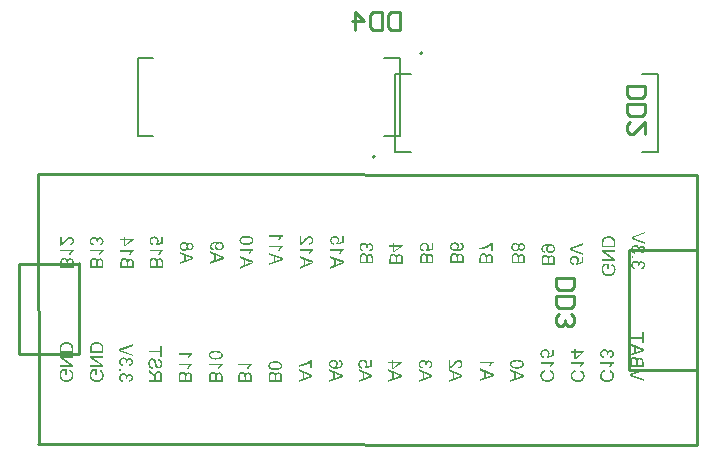
<source format=gbo>
G04*
G04 #@! TF.GenerationSoftware,Altium Limited,Altium Designer,20.0.12 (288)*
G04*
G04 Layer_Color=16776960*
%FSLAX44Y44*%
%MOMM*%
G71*
G01*
G75*
%ADD11C,0.2000*%
%ADD13C,0.1270*%
%ADD15C,0.2540*%
G36*
X821804Y248196D02*
X822084Y248393D01*
X822199Y248492D01*
X822314Y248575D01*
X822413Y248657D01*
X822478Y248723D01*
X822528Y248772D01*
X822544Y248789D01*
X822627Y248871D01*
X822709Y248970D01*
X822923Y249200D01*
X823170Y249463D01*
X823417Y249743D01*
X823631Y250007D01*
X823729Y250122D01*
X823828Y250221D01*
X823894Y250303D01*
X823943Y250369D01*
X823976Y250402D01*
X823993Y250418D01*
X824223Y250681D01*
X824437Y250945D01*
X824651Y251175D01*
X824832Y251389D01*
X825013Y251587D01*
X825178Y251751D01*
X825326Y251916D01*
X825458Y252048D01*
X825589Y252179D01*
X825688Y252278D01*
X825770Y252360D01*
X825853Y252442D01*
X825951Y252525D01*
X825984Y252558D01*
X826264Y252788D01*
X826511Y252986D01*
X826758Y253150D01*
X826955Y253282D01*
X827136Y253381D01*
X827268Y253447D01*
X827350Y253479D01*
X827383Y253496D01*
X827630Y253595D01*
X827877Y253661D01*
X828108Y253726D01*
X828305Y253759D01*
X828486Y253776D01*
X828618Y253792D01*
X828700D01*
X828733D01*
X828980Y253776D01*
X829210Y253743D01*
X829441Y253710D01*
X829638Y253644D01*
X830033Y253479D01*
X830346Y253315D01*
X830494Y253216D01*
X830609Y253134D01*
X830725Y253051D01*
X830807Y252969D01*
X830873Y252903D01*
X830938Y252870D01*
X830955Y252838D01*
X830971Y252821D01*
X831136Y252640D01*
X831284Y252442D01*
X831399Y252229D01*
X831498Y252015D01*
X831663Y251587D01*
X831778Y251159D01*
X831811Y250978D01*
X831844Y250797D01*
X831860Y250632D01*
X831877Y250500D01*
X831893Y250385D01*
Y250221D01*
X831877Y249924D01*
X831860Y249644D01*
X831811Y249381D01*
X831761Y249134D01*
X831696Y248904D01*
X831630Y248690D01*
X831547Y248492D01*
X831465Y248311D01*
X831383Y248147D01*
X831301Y248015D01*
X831235Y247900D01*
X831169Y247801D01*
X831120Y247719D01*
X831070Y247669D01*
X831054Y247636D01*
X831037Y247620D01*
X830873Y247455D01*
X830692Y247307D01*
X830494Y247159D01*
X830297Y247044D01*
X829902Y246846D01*
X829507Y246715D01*
X829325Y246665D01*
X829145Y246616D01*
X828996Y246583D01*
X828865Y246550D01*
X828749Y246534D01*
X828667D01*
X828618Y246517D01*
X828601D01*
X828453Y247949D01*
X828832Y247982D01*
X829161Y248048D01*
X829457Y248147D01*
X829688Y248262D01*
X829885Y248361D01*
X830017Y248459D01*
X830099Y248525D01*
X830132Y248558D01*
X830330Y248805D01*
X830478Y249068D01*
X830593Y249348D01*
X830659Y249595D01*
X830708Y249825D01*
X830725Y250023D01*
X830741Y250089D01*
Y250188D01*
X830725Y250533D01*
X830659Y250846D01*
X830560Y251109D01*
X830461Y251340D01*
X830346Y251521D01*
X830264Y251636D01*
X830198Y251718D01*
X830165Y251751D01*
X829934Y251949D01*
X829704Y252097D01*
X829474Y252212D01*
X829243Y252278D01*
X829062Y252327D01*
X828898Y252344D01*
X828799Y252360D01*
X828782D01*
X828766D01*
X828470Y252327D01*
X828157Y252261D01*
X827877Y252146D01*
X827614Y252031D01*
X827400Y251899D01*
X827219Y251784D01*
X827153Y251751D01*
X827104Y251718D01*
X827087Y251685D01*
X827071D01*
X826890Y251554D01*
X826709Y251389D01*
X826511Y251208D01*
X826313Y251010D01*
X825919Y250599D01*
X825523Y250188D01*
X825342Y249974D01*
X825178Y249793D01*
X825030Y249611D01*
X824898Y249463D01*
X824799Y249348D01*
X824717Y249249D01*
X824668Y249184D01*
X824651Y249167D01*
X824305Y248756D01*
X823976Y248377D01*
X823680Y248064D01*
X823433Y247817D01*
X823219Y247603D01*
X823071Y247455D01*
X822972Y247373D01*
X822956Y247340D01*
X822939D01*
X822660Y247110D01*
X822396Y246929D01*
X822133Y246764D01*
X821902Y246632D01*
X821705Y246534D01*
X821557Y246468D01*
X821458Y246435D01*
X821442Y246418D01*
X821425D01*
X821244Y246353D01*
X821079Y246320D01*
X820915Y246287D01*
X820767Y246270D01*
X820635Y246254D01*
X820536D01*
X820471D01*
X820454D01*
Y253809D01*
X821804D01*
Y248196D01*
D02*
G37*
G36*
X831893Y241958D02*
X831613Y241793D01*
X831350Y241612D01*
X831087Y241398D01*
X830856Y241201D01*
X830659Y241003D01*
X830494Y240855D01*
X830445Y240789D01*
X830395Y240740D01*
X830379Y240723D01*
X830362Y240707D01*
X830083Y240361D01*
X829819Y240016D01*
X829589Y239687D01*
X829408Y239357D01*
X829243Y239078D01*
X829177Y238962D01*
X829128Y238864D01*
X829079Y238781D01*
X829062Y238715D01*
X829029Y238683D01*
Y238666D01*
X827680D01*
X827778Y238913D01*
X827894Y239160D01*
X828009Y239407D01*
X828124Y239637D01*
X828223Y239835D01*
X828305Y239999D01*
X828371Y240098D01*
X828387Y240115D01*
Y240131D01*
X828568Y240427D01*
X828749Y240691D01*
X828914Y240921D01*
X829062Y241102D01*
X829177Y241267D01*
X829276Y241366D01*
X829342Y241448D01*
X829358Y241464D01*
X820454D01*
Y242863D01*
X831893D01*
Y241958D01*
D02*
G37*
G36*
X824124Y236082D02*
X824454Y236016D01*
X824733Y235917D01*
X824997Y235819D01*
X825194Y235720D01*
X825342Y235621D01*
X825441Y235555D01*
X825474Y235539D01*
X825737Y235308D01*
X825951Y235062D01*
X826132Y234782D01*
X826281Y234535D01*
X826396Y234305D01*
X826462Y234107D01*
X826495Y234041D01*
X826511Y233992D01*
X826527Y233959D01*
Y233942D01*
X826692Y234222D01*
X826857Y234469D01*
X827038Y234667D01*
X827202Y234831D01*
X827334Y234963D01*
X827466Y235062D01*
X827532Y235111D01*
X827564Y235127D01*
X827811Y235259D01*
X828042Y235358D01*
X828272Y235440D01*
X828486Y235490D01*
X828667Y235522D01*
X828815Y235539D01*
X828898D01*
X828931D01*
X829210Y235522D01*
X829490Y235473D01*
X829737Y235391D01*
X829967Y235308D01*
X830165Y235226D01*
X830297Y235144D01*
X830395Y235095D01*
X830428Y235078D01*
X830675Y234897D01*
X830906Y234699D01*
X831087Y234485D01*
X831235Y234288D01*
X831350Y234123D01*
X831432Y233975D01*
X831482Y233876D01*
X831498Y233860D01*
Y233844D01*
X831613Y233531D01*
X831696Y233185D01*
X831761Y232840D01*
X831794Y232510D01*
X831827Y232214D01*
Y232083D01*
X831844Y231967D01*
Y227490D01*
X820454D01*
Y231836D01*
X820471Y232231D01*
X820487Y232576D01*
X820520Y232889D01*
X820553Y233152D01*
X820586Y233366D01*
X820602Y233531D01*
X820635Y233630D01*
Y233663D01*
X820717Y233942D01*
X820800Y234173D01*
X820898Y234387D01*
X820997Y234568D01*
X821063Y234716D01*
X821129Y234831D01*
X821178Y234897D01*
X821195Y234913D01*
X821343Y235095D01*
X821524Y235259D01*
X821705Y235391D01*
X821870Y235522D01*
X822034Y235621D01*
X822149Y235687D01*
X822232Y235736D01*
X822264Y235753D01*
X822528Y235868D01*
X822791Y235950D01*
X823038Y236016D01*
X823269Y236049D01*
X823466Y236082D01*
X823631Y236098D01*
X823729D01*
X823746D01*
X823762D01*
X824124Y236082D01*
D02*
G37*
G36*
X826193Y164528D02*
X826704Y164478D01*
X827165Y164396D01*
X827378Y164363D01*
X827560Y164314D01*
X827741Y164265D01*
X827889Y164231D01*
X828020Y164199D01*
X828136Y164149D01*
X828234Y164133D01*
X828300Y164100D01*
X828333Y164083D01*
X828350D01*
X828777Y163902D01*
X829156Y163688D01*
X829485Y163458D01*
X829765Y163244D01*
X829995Y163046D01*
X830160Y162882D01*
X830209Y162816D01*
X830259Y162767D01*
X830275Y162750D01*
X830292Y162734D01*
X830506Y162470D01*
X830670Y162191D01*
X830818Y161911D01*
X830934Y161647D01*
X831016Y161417D01*
X831065Y161236D01*
X831098Y161170D01*
Y161121D01*
X831115Y161088D01*
Y161071D01*
X831164Y160792D01*
X831214Y160462D01*
X831246Y160133D01*
X831263Y159804D01*
X831279Y159508D01*
Y155130D01*
X819890D01*
Y159228D01*
X819906Y159607D01*
X819922Y159952D01*
X819955Y160265D01*
X819988Y160528D01*
X820021Y160759D01*
X820038Y160923D01*
X820054Y160973D01*
X820071Y161022D01*
Y161055D01*
X820153Y161351D01*
X820252Y161614D01*
X820334Y161845D01*
X820433Y162043D01*
X820515Y162207D01*
X820581Y162322D01*
X820630Y162388D01*
X820647Y162421D01*
X820795Y162635D01*
X820976Y162816D01*
X821140Y162997D01*
X821305Y163145D01*
X821453Y163277D01*
X821568Y163376D01*
X821651Y163442D01*
X821684Y163458D01*
X821947Y163623D01*
X822227Y163787D01*
X822490Y163919D01*
X822753Y164018D01*
X822984Y164116D01*
X823165Y164182D01*
X823231Y164199D01*
X823280Y164215D01*
X823313Y164231D01*
X823329D01*
X823725Y164330D01*
X824119Y164413D01*
X824498Y164462D01*
X824860Y164511D01*
X825173Y164528D01*
X825305D01*
X825420Y164544D01*
X825502D01*
X825584D01*
X825617D01*
X825634D01*
X826193Y164528D01*
D02*
G37*
G36*
X831279Y151146D02*
X822326D01*
X831279Y145172D01*
Y143625D01*
X819890D01*
Y145073D01*
X828827D01*
X819890Y151031D01*
Y152595D01*
X831279D01*
Y151146D01*
D02*
G37*
G36*
X825700Y136580D02*
X824350D01*
Y139938D01*
X822210D01*
X822046Y139740D01*
X821898Y139510D01*
X821766Y139263D01*
X821651Y139032D01*
X821552Y138835D01*
X821470Y138654D01*
X821437Y138588D01*
X821420Y138555D01*
X821404Y138522D01*
Y138506D01*
X821289Y138160D01*
X821190Y137815D01*
X821124Y137502D01*
X821091Y137205D01*
X821058Y136959D01*
Y136860D01*
X821042Y136761D01*
Y136597D01*
X821058Y136185D01*
X821124Y135790D01*
X821206Y135428D01*
X821289Y135099D01*
X821387Y134835D01*
X821420Y134720D01*
X821453Y134638D01*
X821486Y134556D01*
X821519Y134506D01*
X821535Y134473D01*
Y134457D01*
X821749Y134111D01*
X821980Y133799D01*
X822227Y133535D01*
X822474Y133321D01*
X822704Y133140D01*
X822885Y133025D01*
X822951Y132976D01*
X823000Y132959D01*
X823033Y132926D01*
X823050D01*
X823461Y132762D01*
X823889Y132630D01*
X824317Y132548D01*
X824728Y132482D01*
X824910Y132465D01*
X825074Y132449D01*
X825239Y132432D01*
X825370D01*
X825469Y132416D01*
X825552D01*
X825601D01*
X825617D01*
X826078Y132432D01*
X826490Y132482D01*
X826885Y132548D01*
X827230Y132630D01*
X827378Y132663D01*
X827510Y132712D01*
X827625Y132745D01*
X827724Y132778D01*
X827806Y132811D01*
X827856Y132827D01*
X827889Y132844D01*
X827905D01*
X828136Y132959D01*
X828350Y133074D01*
X828547Y133189D01*
X828712Y133305D01*
X828843Y133404D01*
X828959Y133486D01*
X829024Y133552D01*
X829041Y133568D01*
X829222Y133749D01*
X829387Y133947D01*
X829518Y134161D01*
X829650Y134358D01*
X829732Y134523D01*
X829814Y134654D01*
X829847Y134753D01*
X829864Y134786D01*
X829979Y135082D01*
X830061Y135379D01*
X830111Y135691D01*
X830160Y135971D01*
X830176Y136218D01*
Y136317D01*
X830193Y136399D01*
Y136580D01*
X830176Y136893D01*
X830144Y137189D01*
X830094Y137452D01*
X830045Y137683D01*
X829979Y137880D01*
X829930Y138028D01*
X829897Y138111D01*
X829880Y138144D01*
X829765Y138391D01*
X829633Y138605D01*
X829502Y138802D01*
X829370Y138950D01*
X829255Y139065D01*
X829173Y139164D01*
X829107Y139214D01*
X829090Y139230D01*
X828893Y139378D01*
X828662Y139493D01*
X828448Y139609D01*
X828218Y139707D01*
X828020Y139773D01*
X827872Y139823D01*
X827806Y139839D01*
X827757Y139855D01*
X827741Y139872D01*
X827724D01*
X828086Y141238D01*
X828498Y141123D01*
X828860Y140975D01*
X829189Y140827D01*
X829452Y140695D01*
X829666Y140563D01*
X829814Y140464D01*
X829913Y140399D01*
X829946Y140366D01*
X830209Y140135D01*
X830423Y139888D01*
X830621Y139625D01*
X830786Y139378D01*
X830901Y139148D01*
X831000Y138967D01*
X831032Y138901D01*
X831049Y138851D01*
X831065Y138819D01*
Y138802D01*
X831197Y138424D01*
X831296Y138028D01*
X831378Y137666D01*
X831427Y137321D01*
X831460Y137008D01*
Y136876D01*
X831477Y136778D01*
Y136251D01*
X831444Y135955D01*
X831362Y135379D01*
X831312Y135115D01*
X831246Y134868D01*
X831197Y134638D01*
X831131Y134424D01*
X831065Y134226D01*
X831000Y134062D01*
X830934Y133914D01*
X830884Y133782D01*
X830835Y133683D01*
X830802Y133617D01*
X830786Y133568D01*
X830769Y133552D01*
X830621Y133321D01*
X830473Y133091D01*
X830127Y132696D01*
X829781Y132350D01*
X829419Y132070D01*
X829107Y131840D01*
X828975Y131757D01*
X828843Y131692D01*
X828745Y131626D01*
X828679Y131593D01*
X828629Y131576D01*
X828613Y131560D01*
X828070Y131330D01*
X827527Y131165D01*
X827000Y131033D01*
X826753Y131000D01*
X826523Y130951D01*
X826309Y130935D01*
X826128Y130902D01*
X825947Y130885D01*
X825798D01*
X825683Y130869D01*
X825601D01*
X825535D01*
X825519D01*
X824910Y130902D01*
X824333Y130984D01*
X824070Y131033D01*
X823823Y131083D01*
X823576Y131149D01*
X823362Y131214D01*
X823165Y131280D01*
X823000Y131346D01*
X822836Y131395D01*
X822720Y131445D01*
X822605Y131494D01*
X822540Y131527D01*
X822490Y131560D01*
X822474D01*
X821996Y131856D01*
X821585Y132185D01*
X821223Y132531D01*
X820927Y132860D01*
X820696Y133173D01*
X820614Y133288D01*
X820531Y133404D01*
X820482Y133502D01*
X820433Y133568D01*
X820416Y133617D01*
X820400Y133634D01*
X820268Y133897D01*
X820169Y134161D01*
X819988Y134687D01*
X819873Y135197D01*
X819774Y135675D01*
X819758Y135889D01*
X819725Y136086D01*
X819708Y136267D01*
Y136416D01*
X819692Y136531D01*
Y136695D01*
X819708Y137156D01*
X819758Y137601D01*
X819840Y138012D01*
X819922Y138374D01*
X819955Y138522D01*
X819988Y138670D01*
X820038Y138802D01*
X820071Y138917D01*
X820104Y139000D01*
X820120Y139065D01*
X820136Y139098D01*
Y139115D01*
X820318Y139559D01*
X820531Y139971D01*
X820762Y140366D01*
X820976Y140711D01*
X821075Y140859D01*
X821173Y141008D01*
X821256Y141123D01*
X821321Y141222D01*
X821387Y141304D01*
X821437Y141370D01*
X821453Y141403D01*
X821470Y141419D01*
X825700D01*
Y136580D01*
D02*
G37*
G36*
X849296Y253806D02*
X849658Y253740D01*
X849971Y253641D01*
X850234Y253542D01*
X850448Y253444D01*
X850613Y253345D01*
X850712Y253279D01*
X850745Y253263D01*
X850992Y253032D01*
X851206Y252785D01*
X851370Y252522D01*
X851502Y252259D01*
X851600Y252028D01*
X851666Y251847D01*
X851683Y251781D01*
X851699Y251732D01*
X851716Y251699D01*
Y251682D01*
X851864Y251962D01*
X852012Y252193D01*
X852177Y252390D01*
X852325Y252555D01*
X852456Y252687D01*
X852572Y252785D01*
X852637Y252835D01*
X852670Y252851D01*
X852901Y252983D01*
X853131Y253082D01*
X853362Y253164D01*
X853576Y253213D01*
X853757Y253246D01*
X853888Y253263D01*
X853987D01*
X854020D01*
X854300Y253246D01*
X854580Y253197D01*
X854827Y253131D01*
X855041Y253049D01*
X855221Y252966D01*
X855370Y252901D01*
X855452Y252851D01*
X855485Y252835D01*
X855732Y252670D01*
X855946Y252473D01*
X856127Y252275D01*
X856291Y252078D01*
X856407Y251913D01*
X856505Y251765D01*
X856555Y251666D01*
X856571Y251650D01*
Y251633D01*
X856703Y251337D01*
X856802Y251041D01*
X856884Y250744D01*
X856933Y250481D01*
X856966Y250267D01*
X856983Y250086D01*
Y249674D01*
X856950Y249444D01*
X856868Y249000D01*
X856736Y248621D01*
X856604Y248292D01*
X856522Y248144D01*
X856456Y248029D01*
X856390Y247913D01*
X856324Y247831D01*
X856275Y247765D01*
X856242Y247716D01*
X856226Y247683D01*
X856209Y247666D01*
X855896Y247354D01*
X855551Y247107D01*
X855189Y246909D01*
X854827Y246745D01*
X854514Y246646D01*
X854382Y246597D01*
X854267Y246564D01*
X854168Y246547D01*
X854102Y246531D01*
X854053Y246514D01*
X854036D01*
X853790Y247913D01*
X854152Y247979D01*
X854464Y248078D01*
X854728Y248193D01*
X854942Y248308D01*
X855106Y248424D01*
X855221Y248522D01*
X855304Y248588D01*
X855320Y248605D01*
X855485Y248819D01*
X855617Y249049D01*
X855699Y249263D01*
X855765Y249477D01*
X855798Y249674D01*
X855831Y249823D01*
Y249954D01*
X855814Y250251D01*
X855748Y250514D01*
X855666Y250744D01*
X855584Y250942D01*
X855485Y251090D01*
X855403Y251205D01*
X855337Y251287D01*
X855320Y251304D01*
X855123Y251485D01*
X854909Y251617D01*
X854695Y251699D01*
X854497Y251765D01*
X854316Y251798D01*
X854185Y251831D01*
X854086D01*
X854069D01*
X854053D01*
X853872D01*
X853707Y251798D01*
X853428Y251715D01*
X853181Y251600D01*
X852967Y251469D01*
X852819Y251337D01*
X852703Y251222D01*
X852637Y251139D01*
X852621Y251123D01*
Y251106D01*
X852473Y250827D01*
X852358Y250563D01*
X852275Y250284D01*
X852226Y250037D01*
X852193Y249823D01*
X852160Y249642D01*
Y249428D01*
X852177Y249362D01*
Y249279D01*
X850942Y249115D01*
X850992Y249329D01*
X851024Y249526D01*
X851057Y249691D01*
X851074Y249839D01*
X851090Y249954D01*
Y250102D01*
X851057Y250448D01*
X850992Y250761D01*
X850893Y251041D01*
X850778Y251271D01*
X850662Y251452D01*
X850564Y251584D01*
X850498Y251666D01*
X850465Y251699D01*
X850218Y251913D01*
X849955Y252078D01*
X849691Y252193D01*
X849428Y252259D01*
X849214Y252308D01*
X849033Y252324D01*
X848967Y252341D01*
X848918D01*
X848885D01*
X848868D01*
X848506Y252308D01*
X848177Y252226D01*
X847897Y252127D01*
X847650Y251995D01*
X847453Y251864D01*
X847305Y251765D01*
X847206Y251682D01*
X847173Y251650D01*
X846943Y251386D01*
X846778Y251106D01*
X846663Y250827D01*
X846581Y250563D01*
X846531Y250333D01*
X846515Y250152D01*
X846498Y250086D01*
Y249987D01*
X846515Y249691D01*
X846581Y249411D01*
X846663Y249164D01*
X846761Y248967D01*
X846844Y248802D01*
X846926Y248671D01*
X846992Y248605D01*
X847008Y248572D01*
X847239Y248374D01*
X847502Y248210D01*
X847782Y248062D01*
X848078Y247946D01*
X848325Y247864D01*
X848440Y247831D01*
X848539Y247815D01*
X848621Y247798D01*
X848687Y247782D01*
X848720Y247765D01*
X848737D01*
X848556Y246366D01*
X848292Y246399D01*
X848045Y246448D01*
X847585Y246597D01*
X847189Y246778D01*
X847025Y246876D01*
X846860Y246975D01*
X846712Y247074D01*
X846597Y247173D01*
X846482Y247255D01*
X846399Y247337D01*
X846334Y247387D01*
X846284Y247436D01*
X846251Y247469D01*
X846235Y247485D01*
X846087Y247683D01*
X845938Y247880D01*
X845823Y248078D01*
X845725Y248292D01*
X845560Y248703D01*
X845461Y249098D01*
X845428Y249279D01*
X845395Y249444D01*
X845379Y249592D01*
X845362Y249724D01*
X845346Y249823D01*
Y249971D01*
X845362Y250284D01*
X845395Y250563D01*
X845445Y250843D01*
X845511Y251106D01*
X845593Y251353D01*
X845675Y251567D01*
X845774Y251781D01*
X845873Y251962D01*
X845955Y252143D01*
X846054Y252292D01*
X846136Y252423D01*
X846218Y252522D01*
X846284Y252604D01*
X846334Y252670D01*
X846367Y252703D01*
X846383Y252719D01*
X846581Y252917D01*
X846794Y253082D01*
X847008Y253230D01*
X847222Y253361D01*
X847420Y253460D01*
X847634Y253559D01*
X848029Y253691D01*
X848210Y253724D01*
X848374Y253756D01*
X848523Y253789D01*
X848654Y253806D01*
X848753Y253822D01*
X848835D01*
X848885D01*
X848901D01*
X849296Y253806D01*
D02*
G37*
G36*
X856983Y241856D02*
X856703Y241692D01*
X856440Y241511D01*
X856176Y241297D01*
X855946Y241099D01*
X855748Y240902D01*
X855584Y240754D01*
X855534Y240688D01*
X855485Y240638D01*
X855468Y240622D01*
X855452Y240606D01*
X855172Y240260D01*
X854909Y239914D01*
X854678Y239585D01*
X854497Y239256D01*
X854333Y238976D01*
X854267Y238861D01*
X854218Y238762D01*
X854168Y238680D01*
X854152Y238614D01*
X854119Y238581D01*
Y238564D01*
X852769D01*
X852868Y238811D01*
X852983Y239058D01*
X853098Y239305D01*
X853214Y239536D01*
X853312Y239733D01*
X853395Y239898D01*
X853460Y239996D01*
X853477Y240013D01*
Y240029D01*
X853658Y240326D01*
X853839Y240589D01*
X854004Y240819D01*
X854152Y241000D01*
X854267Y241165D01*
X854366Y241264D01*
X854432Y241346D01*
X854448Y241363D01*
X845544D01*
Y242762D01*
X856983D01*
Y241856D01*
D02*
G37*
G36*
X849214Y235980D02*
X849543Y235915D01*
X849823Y235816D01*
X850086Y235717D01*
X850284Y235618D01*
X850432Y235520D01*
X850531Y235454D01*
X850564Y235437D01*
X850827Y235207D01*
X851041Y234960D01*
X851222Y234680D01*
X851370Y234433D01*
X851485Y234203D01*
X851551Y234005D01*
X851584Y233939D01*
X851600Y233890D01*
X851617Y233857D01*
Y233841D01*
X851782Y234121D01*
X851946Y234368D01*
X852127Y234565D01*
X852292Y234730D01*
X852423Y234861D01*
X852555Y234960D01*
X852621Y235009D01*
X852654Y235026D01*
X852901Y235158D01*
X853131Y235256D01*
X853362Y235338D01*
X853576Y235388D01*
X853757Y235421D01*
X853905Y235437D01*
X853987D01*
X854020D01*
X854300Y235421D01*
X854580Y235371D01*
X854827Y235289D01*
X855057Y235207D01*
X855254Y235125D01*
X855386Y235042D01*
X855485Y234993D01*
X855518Y234976D01*
X855765Y234795D01*
X855995Y234598D01*
X856176Y234384D01*
X856324Y234186D01*
X856440Y234022D01*
X856522Y233874D01*
X856571Y233775D01*
X856588Y233759D01*
Y233742D01*
X856703Y233429D01*
X856785Y233084D01*
X856851Y232738D01*
X856884Y232409D01*
X856917Y232113D01*
Y231981D01*
X856933Y231866D01*
Y227389D01*
X845544D01*
Y231734D01*
X845560Y232129D01*
X845576Y232475D01*
X845609Y232787D01*
X845642Y233051D01*
X845675Y233265D01*
X845692Y233429D01*
X845725Y233528D01*
Y233561D01*
X845807Y233841D01*
X845889Y234071D01*
X845988Y234285D01*
X846087Y234466D01*
X846152Y234614D01*
X846218Y234730D01*
X846268Y234795D01*
X846284Y234812D01*
X846432Y234993D01*
X846613Y235158D01*
X846794Y235289D01*
X846959Y235421D01*
X847124Y235520D01*
X847239Y235585D01*
X847321Y235635D01*
X847354Y235651D01*
X847617Y235767D01*
X847881Y235849D01*
X848128Y235915D01*
X848358Y235947D01*
X848556Y235980D01*
X848720Y235997D01*
X848819D01*
X848835D01*
X848852D01*
X849214Y235980D01*
D02*
G37*
G36*
X851847Y164528D02*
X852358Y164478D01*
X852819Y164396D01*
X853033Y164363D01*
X853214Y164314D01*
X853395Y164265D01*
X853543Y164231D01*
X853674Y164199D01*
X853790Y164149D01*
X853888Y164133D01*
X853954Y164100D01*
X853987Y164083D01*
X854004D01*
X854432Y163902D01*
X854810Y163688D01*
X855139Y163458D01*
X855419Y163244D01*
X855649Y163046D01*
X855814Y162882D01*
X855863Y162816D01*
X855913Y162767D01*
X855929Y162750D01*
X855946Y162734D01*
X856160Y162470D01*
X856324Y162191D01*
X856472Y161911D01*
X856588Y161647D01*
X856670Y161417D01*
X856719Y161236D01*
X856752Y161170D01*
Y161121D01*
X856769Y161088D01*
Y161071D01*
X856818Y160792D01*
X856868Y160462D01*
X856900Y160133D01*
X856917Y159804D01*
X856933Y159508D01*
Y155130D01*
X845544D01*
Y159228D01*
X845560Y159607D01*
X845576Y159952D01*
X845609Y160265D01*
X845642Y160528D01*
X845675Y160759D01*
X845692Y160923D01*
X845708Y160973D01*
X845725Y161022D01*
Y161055D01*
X845807Y161351D01*
X845906Y161614D01*
X845988Y161845D01*
X846087Y162043D01*
X846169Y162207D01*
X846235Y162322D01*
X846284Y162388D01*
X846301Y162421D01*
X846449Y162635D01*
X846630Y162816D01*
X846794Y162997D01*
X846959Y163145D01*
X847107Y163277D01*
X847222Y163376D01*
X847305Y163442D01*
X847338Y163458D01*
X847601Y163623D01*
X847881Y163787D01*
X848144Y163919D01*
X848407Y164018D01*
X848638Y164116D01*
X848819Y164182D01*
X848885Y164199D01*
X848934Y164215D01*
X848967Y164231D01*
X848984D01*
X849379Y164330D01*
X849773Y164413D01*
X850152Y164462D01*
X850514Y164511D01*
X850827Y164528D01*
X850959D01*
X851074Y164544D01*
X851156D01*
X851238D01*
X851271D01*
X851288D01*
X851847Y164528D01*
D02*
G37*
G36*
X856933Y151146D02*
X847980D01*
X856933Y145172D01*
Y143625D01*
X845544D01*
Y145073D01*
X854481D01*
X845544Y151031D01*
Y152595D01*
X856933D01*
Y151146D01*
D02*
G37*
G36*
X851354Y136580D02*
X850004D01*
Y139938D01*
X847864D01*
X847700Y139740D01*
X847551Y139510D01*
X847420Y139263D01*
X847305Y139032D01*
X847206Y138835D01*
X847124Y138654D01*
X847091Y138588D01*
X847074Y138555D01*
X847058Y138522D01*
Y138506D01*
X846943Y138160D01*
X846844Y137815D01*
X846778Y137502D01*
X846745Y137205D01*
X846712Y136959D01*
Y136860D01*
X846696Y136761D01*
Y136597D01*
X846712Y136185D01*
X846778Y135790D01*
X846860Y135428D01*
X846943Y135099D01*
X847041Y134835D01*
X847074Y134720D01*
X847107Y134638D01*
X847140Y134556D01*
X847173Y134506D01*
X847189Y134473D01*
Y134457D01*
X847403Y134111D01*
X847634Y133799D01*
X847881Y133535D01*
X848128Y133321D01*
X848358Y133140D01*
X848539Y133025D01*
X848605Y132976D01*
X848654Y132959D01*
X848687Y132926D01*
X848704D01*
X849115Y132762D01*
X849543Y132630D01*
X849971Y132548D01*
X850383Y132482D01*
X850564Y132465D01*
X850728Y132449D01*
X850893Y132432D01*
X851024D01*
X851123Y132416D01*
X851206D01*
X851255D01*
X851271D01*
X851732Y132432D01*
X852144Y132482D01*
X852539Y132548D01*
X852884Y132630D01*
X853033Y132663D01*
X853164Y132712D01*
X853279Y132745D01*
X853378Y132778D01*
X853460Y132811D01*
X853510Y132827D01*
X853543Y132844D01*
X853559D01*
X853790Y132959D01*
X854004Y133074D01*
X854201Y133189D01*
X854366Y133305D01*
X854497Y133404D01*
X854613Y133486D01*
X854678Y133552D01*
X854695Y133568D01*
X854876Y133749D01*
X855041Y133947D01*
X855172Y134161D01*
X855304Y134358D01*
X855386Y134523D01*
X855468Y134654D01*
X855501Y134753D01*
X855518Y134786D01*
X855633Y135082D01*
X855715Y135379D01*
X855765Y135691D01*
X855814Y135971D01*
X855831Y136218D01*
Y136317D01*
X855847Y136399D01*
Y136580D01*
X855831Y136893D01*
X855798Y137189D01*
X855748Y137452D01*
X855699Y137683D01*
X855633Y137880D01*
X855584Y138028D01*
X855551Y138111D01*
X855534Y138144D01*
X855419Y138391D01*
X855287Y138605D01*
X855156Y138802D01*
X855024Y138950D01*
X854909Y139065D01*
X854827Y139164D01*
X854761Y139214D01*
X854744Y139230D01*
X854547Y139378D01*
X854316Y139493D01*
X854102Y139609D01*
X853872Y139707D01*
X853674Y139773D01*
X853526Y139823D01*
X853460Y139839D01*
X853411Y139855D01*
X853395Y139872D01*
X853378D01*
X853740Y141238D01*
X854152Y141123D01*
X854514Y140975D01*
X854843Y140827D01*
X855106Y140695D01*
X855320Y140563D01*
X855468Y140464D01*
X855567Y140399D01*
X855600Y140366D01*
X855863Y140135D01*
X856077Y139888D01*
X856275Y139625D01*
X856440Y139378D01*
X856555Y139148D01*
X856654Y138967D01*
X856686Y138901D01*
X856703Y138851D01*
X856719Y138819D01*
Y138802D01*
X856851Y138424D01*
X856950Y138028D01*
X857032Y137666D01*
X857081Y137321D01*
X857114Y137008D01*
Y136876D01*
X857131Y136778D01*
Y136251D01*
X857098Y135955D01*
X857016Y135379D01*
X856966Y135115D01*
X856900Y134868D01*
X856851Y134638D01*
X856785Y134424D01*
X856719Y134226D01*
X856654Y134062D01*
X856588Y133914D01*
X856538Y133782D01*
X856489Y133683D01*
X856456Y133617D01*
X856440Y133568D01*
X856423Y133552D01*
X856275Y133321D01*
X856127Y133091D01*
X855781Y132696D01*
X855435Y132350D01*
X855073Y132070D01*
X854761Y131840D01*
X854629Y131757D01*
X854497Y131692D01*
X854399Y131626D01*
X854333Y131593D01*
X854283Y131576D01*
X854267Y131560D01*
X853724Y131330D01*
X853181Y131165D01*
X852654Y131033D01*
X852407Y131000D01*
X852177Y130951D01*
X851963Y130935D01*
X851782Y130902D01*
X851600Y130885D01*
X851452D01*
X851337Y130869D01*
X851255D01*
X851189D01*
X851173D01*
X850564Y130902D01*
X849987Y130984D01*
X849724Y131033D01*
X849477Y131083D01*
X849230Y131149D01*
X849016Y131214D01*
X848819Y131280D01*
X848654Y131346D01*
X848490Y131395D01*
X848374Y131445D01*
X848259Y131494D01*
X848194Y131527D01*
X848144Y131560D01*
X848128D01*
X847650Y131856D01*
X847239Y132185D01*
X846877Y132531D01*
X846581Y132860D01*
X846350Y133173D01*
X846268Y133288D01*
X846185Y133404D01*
X846136Y133502D01*
X846087Y133568D01*
X846070Y133617D01*
X846054Y133634D01*
X845922Y133897D01*
X845823Y134161D01*
X845642Y134687D01*
X845527Y135197D01*
X845428Y135675D01*
X845412Y135889D01*
X845379Y136086D01*
X845362Y136267D01*
Y136416D01*
X845346Y136531D01*
Y136695D01*
X845362Y137156D01*
X845412Y137601D01*
X845494Y138012D01*
X845576Y138374D01*
X845609Y138522D01*
X845642Y138670D01*
X845692Y138802D01*
X845725Y138917D01*
X845758Y139000D01*
X845774Y139065D01*
X845790Y139098D01*
Y139115D01*
X845972Y139559D01*
X846185Y139971D01*
X846416Y140366D01*
X846630Y140711D01*
X846729Y140859D01*
X846827Y141008D01*
X846910Y141123D01*
X846975Y141222D01*
X847041Y141304D01*
X847091Y141370D01*
X847107Y141403D01*
X847124Y141419D01*
X851354D01*
Y136580D01*
D02*
G37*
G36*
X1187239Y147233D02*
X1186959Y147068D01*
X1186696Y146887D01*
X1186433Y146673D01*
X1186202Y146475D01*
X1186005Y146278D01*
X1185840Y146130D01*
X1185791Y146064D01*
X1185741Y146015D01*
X1185725Y145998D01*
X1185708Y145982D01*
X1185429Y145636D01*
X1185165Y145290D01*
X1184935Y144961D01*
X1184754Y144632D01*
X1184589Y144352D01*
X1184523Y144237D01*
X1184474Y144138D01*
X1184425Y144056D01*
X1184408Y143990D01*
X1184375Y143957D01*
Y143941D01*
X1183026D01*
X1183124Y144188D01*
X1183240Y144435D01*
X1183355Y144682D01*
X1183470Y144912D01*
X1183569Y145109D01*
X1183651Y145274D01*
X1183717Y145373D01*
X1183733Y145389D01*
Y145406D01*
X1183914Y145702D01*
X1184095Y145965D01*
X1184260Y146196D01*
X1184408Y146377D01*
X1184523Y146541D01*
X1184622Y146640D01*
X1184688Y146722D01*
X1184704Y146739D01*
X1175800D01*
Y148138D01*
X1187239D01*
Y147233D01*
D02*
G37*
G36*
X1187190Y137571D02*
Y135925D01*
X1175800Y131580D01*
Y133176D01*
X1179256Y134411D01*
Y139184D01*
X1175800Y140517D01*
Y142229D01*
X1187190Y137571D01*
D02*
G37*
G36*
X1207619Y149583D02*
X1207882D01*
X1208146Y149566D01*
X1208376Y149534D01*
X1208607Y149517D01*
X1208804Y149501D01*
X1208985Y149468D01*
X1209150Y149451D01*
X1209298Y149418D01*
X1209413Y149402D01*
X1209512Y149385D01*
X1209594Y149369D01*
X1209644Y149352D01*
X1209677Y149336D01*
X1209693D01*
X1210055Y149237D01*
X1210384Y149122D01*
X1210664Y148990D01*
X1210911Y148892D01*
X1211125Y148776D01*
X1211273Y148710D01*
X1211355Y148645D01*
X1211388Y148628D01*
X1211635Y148447D01*
X1211849Y148266D01*
X1212030Y148069D01*
X1212195Y147888D01*
X1212310Y147723D01*
X1212392Y147591D01*
X1212442Y147509D01*
X1212458Y147493D01*
Y147476D01*
X1212590Y147213D01*
X1212672Y146933D01*
X1212738Y146670D01*
X1212787Y146423D01*
X1212820Y146209D01*
X1212837Y146028D01*
Y145879D01*
X1212804Y145435D01*
X1212738Y145024D01*
X1212623Y144678D01*
X1212507Y144382D01*
X1212376Y144135D01*
X1212326Y144036D01*
X1212261Y143954D01*
X1212228Y143888D01*
X1212195Y143839D01*
X1212162Y143822D01*
Y143806D01*
X1211898Y143509D01*
X1211586Y143263D01*
X1211273Y143049D01*
X1210977Y142884D01*
X1210697Y142752D01*
X1210582Y142687D01*
X1210467Y142654D01*
X1210384Y142621D01*
X1210318Y142588D01*
X1210285Y142571D01*
X1210269D01*
X1210022Y142505D01*
X1209775Y142440D01*
X1209232Y142341D01*
X1208689Y142259D01*
X1208179Y142209D01*
X1207932Y142193D01*
X1207718Y142176D01*
X1207520D01*
X1207339Y142160D01*
X1207208D01*
X1207092D01*
X1207027D01*
X1207010D01*
X1206434Y142176D01*
X1205891Y142209D01*
X1205397Y142259D01*
X1204936Y142341D01*
X1204508Y142423D01*
X1204130Y142522D01*
X1203784Y142621D01*
X1203488Y142719D01*
X1203224Y142818D01*
X1202994Y142933D01*
X1202797Y143016D01*
X1202648Y143098D01*
X1202517Y143180D01*
X1202434Y143230D01*
X1202385Y143263D01*
X1202369Y143279D01*
X1202171Y143460D01*
X1201990Y143658D01*
X1201825Y143871D01*
X1201694Y144086D01*
X1201579Y144299D01*
X1201480Y144513D01*
X1201414Y144727D01*
X1201348Y144925D01*
X1201299Y145122D01*
X1201266Y145303D01*
X1201233Y145468D01*
X1201217Y145600D01*
X1201200Y145715D01*
Y145879D01*
X1201233Y146324D01*
X1201299Y146735D01*
X1201414Y147081D01*
X1201529Y147377D01*
X1201644Y147624D01*
X1201710Y147706D01*
X1201760Y147789D01*
X1201793Y147855D01*
X1201825Y147904D01*
X1201858Y147921D01*
Y147937D01*
X1202138Y148233D01*
X1202434Y148480D01*
X1202764Y148694D01*
X1203060Y148859D01*
X1203340Y148990D01*
X1203455Y149056D01*
X1203570Y149089D01*
X1203652Y149122D01*
X1203718Y149155D01*
X1203751Y149171D01*
X1203768D01*
X1204015Y149254D01*
X1204261Y149319D01*
X1204788Y149418D01*
X1205331Y149501D01*
X1205858Y149550D01*
X1206088Y149566D01*
X1206302Y149583D01*
X1206500D01*
X1206681Y149599D01*
X1206813D01*
X1206928D01*
X1206994D01*
X1207010D01*
X1207323D01*
X1207619Y149583D01*
D02*
G37*
G36*
X1212787Y136860D02*
Y135214D01*
X1201397Y130869D01*
Y132465D01*
X1204854Y133700D01*
Y138473D01*
X1201397Y139806D01*
Y141518D01*
X1212787Y136860D01*
D02*
G37*
G36*
X1256722Y156957D02*
X1264095D01*
Y155821D01*
X1256722Y150603D01*
X1255438D01*
Y155558D01*
X1252706D01*
Y156957D01*
X1255438D01*
Y158504D01*
X1256722D01*
Y156957D01*
D02*
G37*
G36*
X1264145Y146587D02*
X1263865Y146423D01*
X1263602Y146242D01*
X1263338Y146028D01*
X1263108Y145830D01*
X1262910Y145633D01*
X1262746Y145485D01*
X1262696Y145419D01*
X1262647Y145369D01*
X1262630Y145353D01*
X1262614Y145336D01*
X1262334Y144991D01*
X1262071Y144645D01*
X1261840Y144316D01*
X1261659Y143987D01*
X1261495Y143707D01*
X1261429Y143592D01*
X1261379Y143493D01*
X1261330Y143411D01*
X1261314Y143345D01*
X1261281Y143312D01*
Y143295D01*
X1259931D01*
X1260030Y143542D01*
X1260145Y143789D01*
X1260260Y144036D01*
X1260376Y144267D01*
X1260474Y144464D01*
X1260557Y144629D01*
X1260622Y144727D01*
X1260639Y144744D01*
Y144760D01*
X1260820Y145057D01*
X1261001Y145320D01*
X1261165Y145550D01*
X1261314Y145731D01*
X1261429Y145896D01*
X1261528Y145995D01*
X1261593Y146077D01*
X1261610Y146094D01*
X1252706D01*
Y147493D01*
X1264145D01*
Y146587D01*
D02*
G37*
G36*
X1256689Y139427D02*
X1256425Y139362D01*
X1256178Y139279D01*
X1255948Y139197D01*
X1255734Y139115D01*
X1255536Y139016D01*
X1255372Y138917D01*
X1255207Y138802D01*
X1255059Y138703D01*
X1254928Y138621D01*
X1254829Y138522D01*
X1254730Y138440D01*
X1254648Y138374D01*
X1254598Y138308D01*
X1254549Y138259D01*
X1254532Y138243D01*
X1254516Y138226D01*
X1254384Y138061D01*
X1254286Y137880D01*
X1254105Y137518D01*
X1253973Y137173D01*
X1253891Y136827D01*
X1253825Y136531D01*
X1253808Y136416D01*
Y136300D01*
X1253792Y136201D01*
Y136086D01*
X1253808Y135708D01*
X1253874Y135346D01*
X1253956Y135016D01*
X1254055Y134720D01*
X1254154Y134490D01*
X1254203Y134391D01*
X1254236Y134309D01*
X1254269Y134243D01*
X1254302Y134193D01*
X1254318Y134161D01*
Y134144D01*
X1254549Y133831D01*
X1254796Y133568D01*
X1255076Y133338D01*
X1255339Y133157D01*
X1255569Y133008D01*
X1255767Y132910D01*
X1255849Y132877D01*
X1255899Y132844D01*
X1255931Y132827D01*
X1255948D01*
X1256376Y132696D01*
X1256804Y132597D01*
X1257232Y132515D01*
X1257627Y132465D01*
X1257808Y132449D01*
X1257972Y132432D01*
X1258121D01*
X1258236Y132416D01*
X1258335D01*
X1258417D01*
X1258466D01*
X1258483D01*
X1258911Y132432D01*
X1259306Y132465D01*
X1259668Y132531D01*
X1259997Y132597D01*
X1260277Y132646D01*
X1260392Y132679D01*
X1260491Y132712D01*
X1260573Y132729D01*
X1260622Y132745D01*
X1260655Y132762D01*
X1260672D01*
X1261050Y132926D01*
X1261396Y133107D01*
X1261676Y133305D01*
X1261923Y133519D01*
X1262120Y133700D01*
X1262252Y133848D01*
X1262334Y133963D01*
X1262367Y133980D01*
Y133996D01*
X1262581Y134342D01*
X1262746Y134720D01*
X1262861Y135082D01*
X1262927Y135428D01*
X1262976Y135741D01*
X1262992Y135872D01*
Y135988D01*
X1263009Y136070D01*
Y136201D01*
X1262992Y136613D01*
X1262927Y136992D01*
X1262828Y137304D01*
X1262729Y137584D01*
X1262614Y137798D01*
X1262532Y137963D01*
X1262466Y138061D01*
X1262433Y138094D01*
X1262186Y138358D01*
X1261906Y138605D01*
X1261610Y138802D01*
X1261314Y138967D01*
X1261050Y139098D01*
X1260919Y139148D01*
X1260820Y139181D01*
X1260738Y139214D01*
X1260672Y139247D01*
X1260639Y139263D01*
X1260622D01*
X1260968Y140744D01*
X1261264Y140646D01*
X1261528Y140547D01*
X1261775Y140415D01*
X1262021Y140300D01*
X1262235Y140168D01*
X1262433Y140020D01*
X1262630Y139888D01*
X1262795Y139757D01*
X1262927Y139625D01*
X1263058Y139510D01*
X1263174Y139395D01*
X1263256Y139312D01*
X1263338Y139230D01*
X1263388Y139164D01*
X1263404Y139131D01*
X1263420Y139115D01*
X1263569Y138884D01*
X1263717Y138654D01*
X1263832Y138424D01*
X1263931Y138177D01*
X1264079Y137683D01*
X1264178Y137239D01*
X1264227Y137024D01*
X1264243Y136843D01*
X1264260Y136662D01*
X1264276Y136514D01*
X1264293Y136399D01*
Y136234D01*
X1264260Y135691D01*
X1264178Y135165D01*
X1264079Y134704D01*
X1264013Y134490D01*
X1263947Y134292D01*
X1263881Y134111D01*
X1263816Y133947D01*
X1263766Y133815D01*
X1263717Y133683D01*
X1263667Y133601D01*
X1263634Y133535D01*
X1263618Y133486D01*
X1263602Y133469D01*
X1263322Y133025D01*
X1262992Y132646D01*
X1262663Y132317D01*
X1262334Y132037D01*
X1262038Y131823D01*
X1261906Y131741D01*
X1261791Y131675D01*
X1261709Y131609D01*
X1261643Y131576D01*
X1261593Y131560D01*
X1261577Y131544D01*
X1261067Y131313D01*
X1260540Y131149D01*
X1260013Y131033D01*
X1259536Y130951D01*
X1259322Y130918D01*
X1259108Y130902D01*
X1258944Y130885D01*
X1258779D01*
X1258664Y130869D01*
X1258565D01*
X1258499D01*
X1258483D01*
X1257890Y130902D01*
X1257314Y130968D01*
X1256804Y131050D01*
X1256557Y131116D01*
X1256343Y131165D01*
X1256145Y131214D01*
X1255964Y131280D01*
X1255800Y131330D01*
X1255668Y131362D01*
X1255569Y131412D01*
X1255487Y131428D01*
X1255438Y131461D01*
X1255421D01*
X1254928Y131708D01*
X1254483Y131988D01*
X1254105Y132284D01*
X1253956Y132432D01*
X1253808Y132564D01*
X1253677Y132696D01*
X1253561Y132827D01*
X1253463Y132943D01*
X1253397Y133041D01*
X1253331Y133107D01*
X1253282Y133173D01*
X1253265Y133206D01*
X1253249Y133222D01*
X1253117Y133453D01*
X1253002Y133683D01*
X1252821Y134177D01*
X1252689Y134671D01*
X1252607Y135148D01*
X1252574Y135379D01*
X1252541Y135576D01*
X1252524Y135757D01*
Y135905D01*
X1252508Y136037D01*
Y136218D01*
X1252524Y136547D01*
X1252557Y136860D01*
X1252590Y137156D01*
X1252656Y137436D01*
X1252738Y137699D01*
X1252821Y137946D01*
X1252903Y138177D01*
X1253002Y138391D01*
X1253084Y138572D01*
X1253166Y138753D01*
X1253249Y138884D01*
X1253331Y139016D01*
X1253397Y139098D01*
X1253430Y139181D01*
X1253463Y139214D01*
X1253479Y139230D01*
X1253677Y139460D01*
X1253874Y139658D01*
X1254105Y139839D01*
X1254335Y140020D01*
X1254796Y140316D01*
X1255257Y140547D01*
X1255471Y140646D01*
X1255668Y140728D01*
X1255849Y140794D01*
X1255997Y140843D01*
X1256129Y140892D01*
X1256228Y140925D01*
X1256294Y140942D01*
X1256310D01*
X1256689Y139427D01*
D02*
G37*
G36*
X1281350Y158537D02*
X1281712Y158471D01*
X1282025Y158372D01*
X1282288Y158273D01*
X1282502Y158175D01*
X1282667Y158076D01*
X1282766Y158010D01*
X1282799Y157993D01*
X1283046Y157763D01*
X1283259Y157516D01*
X1283424Y157253D01*
X1283556Y156989D01*
X1283654Y156759D01*
X1283720Y156578D01*
X1283737Y156512D01*
X1283753Y156463D01*
X1283770Y156430D01*
Y156413D01*
X1283918Y156693D01*
X1284066Y156924D01*
X1284231Y157121D01*
X1284379Y157286D01*
X1284510Y157417D01*
X1284626Y157516D01*
X1284691Y157566D01*
X1284724Y157582D01*
X1284955Y157714D01*
X1285185Y157812D01*
X1285416Y157895D01*
X1285630Y157944D01*
X1285811Y157977D01*
X1285942Y157993D01*
X1286041D01*
X1286074D01*
X1286354Y157977D01*
X1286634Y157928D01*
X1286880Y157862D01*
X1287095Y157780D01*
X1287276Y157697D01*
X1287424Y157631D01*
X1287506Y157582D01*
X1287539Y157566D01*
X1287786Y157401D01*
X1288000Y157204D01*
X1288181Y157006D01*
X1288345Y156808D01*
X1288461Y156644D01*
X1288559Y156496D01*
X1288609Y156397D01*
X1288625Y156381D01*
Y156364D01*
X1288757Y156068D01*
X1288856Y155772D01*
X1288938Y155475D01*
X1288987Y155212D01*
X1289020Y154998D01*
X1289037Y154817D01*
Y154405D01*
X1289004Y154175D01*
X1288922Y153731D01*
X1288790Y153352D01*
X1288658Y153023D01*
X1288576Y152875D01*
X1288510Y152760D01*
X1288444Y152644D01*
X1288378Y152562D01*
X1288329Y152496D01*
X1288296Y152447D01*
X1288280Y152414D01*
X1288263Y152397D01*
X1287950Y152085D01*
X1287605Y151838D01*
X1287243Y151640D01*
X1286880Y151476D01*
X1286568Y151377D01*
X1286436Y151327D01*
X1286321Y151295D01*
X1286222Y151278D01*
X1286156Y151262D01*
X1286107Y151245D01*
X1286091D01*
X1285844Y152644D01*
X1286206Y152710D01*
X1286518Y152809D01*
X1286782Y152924D01*
X1286996Y153039D01*
X1287160Y153154D01*
X1287276Y153253D01*
X1287358Y153319D01*
X1287374Y153336D01*
X1287539Y153549D01*
X1287671Y153780D01*
X1287753Y153994D01*
X1287819Y154208D01*
X1287852Y154405D01*
X1287885Y154553D01*
Y154685D01*
X1287868Y154981D01*
X1287802Y155245D01*
X1287720Y155475D01*
X1287638Y155673D01*
X1287539Y155821D01*
X1287457Y155936D01*
X1287391Y156018D01*
X1287374Y156035D01*
X1287177Y156216D01*
X1286963Y156348D01*
X1286749Y156430D01*
X1286551Y156496D01*
X1286370Y156529D01*
X1286239Y156562D01*
X1286140D01*
X1286123D01*
X1286107D01*
X1285926D01*
X1285761Y156529D01*
X1285482Y156446D01*
X1285235Y156331D01*
X1285021Y156200D01*
X1284872Y156068D01*
X1284757Y155953D01*
X1284691Y155870D01*
X1284675Y155854D01*
Y155837D01*
X1284527Y155558D01*
X1284412Y155294D01*
X1284329Y155014D01*
X1284280Y154768D01*
X1284247Y154553D01*
X1284214Y154373D01*
Y154158D01*
X1284231Y154093D01*
Y154010D01*
X1282996Y153846D01*
X1283046Y154060D01*
X1283078Y154257D01*
X1283111Y154422D01*
X1283128Y154570D01*
X1283144Y154685D01*
Y154833D01*
X1283111Y155179D01*
X1283046Y155492D01*
X1282947Y155772D01*
X1282832Y156002D01*
X1282716Y156183D01*
X1282618Y156315D01*
X1282552Y156397D01*
X1282519Y156430D01*
X1282272Y156644D01*
X1282009Y156808D01*
X1281745Y156924D01*
X1281482Y156989D01*
X1281268Y157039D01*
X1281087Y157055D01*
X1281021Y157072D01*
X1280972D01*
X1280939D01*
X1280922D01*
X1280560Y157039D01*
X1280231Y156957D01*
X1279951Y156858D01*
X1279704Y156726D01*
X1279507Y156594D01*
X1279359Y156496D01*
X1279260Y156413D01*
X1279227Y156381D01*
X1278997Y156117D01*
X1278832Y155837D01*
X1278717Y155558D01*
X1278634Y155294D01*
X1278585Y155064D01*
X1278569Y154883D01*
X1278552Y154817D01*
Y154718D01*
X1278569Y154422D01*
X1278634Y154142D01*
X1278717Y153895D01*
X1278816Y153698D01*
X1278898Y153533D01*
X1278980Y153401D01*
X1279046Y153336D01*
X1279062Y153303D01*
X1279293Y153105D01*
X1279556Y152941D01*
X1279836Y152792D01*
X1280132Y152677D01*
X1280379Y152595D01*
X1280494Y152562D01*
X1280593Y152545D01*
X1280675Y152529D01*
X1280741Y152513D01*
X1280774Y152496D01*
X1280791D01*
X1280610Y151097D01*
X1280346Y151130D01*
X1280099Y151179D01*
X1279639Y151327D01*
X1279243Y151509D01*
X1279079Y151607D01*
X1278914Y151706D01*
X1278766Y151805D01*
X1278651Y151904D01*
X1278536Y151986D01*
X1278453Y152068D01*
X1278388Y152118D01*
X1278338Y152167D01*
X1278305Y152200D01*
X1278289Y152216D01*
X1278141Y152414D01*
X1277992Y152611D01*
X1277877Y152809D01*
X1277779Y153023D01*
X1277614Y153434D01*
X1277515Y153829D01*
X1277482Y154010D01*
X1277449Y154175D01*
X1277433Y154323D01*
X1277417Y154455D01*
X1277400Y154553D01*
Y154702D01*
X1277417Y155014D01*
X1277449Y155294D01*
X1277499Y155574D01*
X1277565Y155837D01*
X1277647Y156084D01*
X1277729Y156298D01*
X1277828Y156512D01*
X1277927Y156693D01*
X1278009Y156874D01*
X1278108Y157022D01*
X1278190Y157154D01*
X1278272Y157253D01*
X1278338Y157335D01*
X1278388Y157401D01*
X1278420Y157434D01*
X1278437Y157450D01*
X1278634Y157648D01*
X1278848Y157812D01*
X1279062Y157961D01*
X1279276Y158092D01*
X1279474Y158191D01*
X1279688Y158290D01*
X1280083Y158421D01*
X1280264Y158454D01*
X1280428Y158487D01*
X1280577Y158520D01*
X1280708Y158537D01*
X1280807Y158553D01*
X1280889D01*
X1280939D01*
X1280955D01*
X1281350Y158537D01*
D02*
G37*
G36*
X1289037Y146587D02*
X1288757Y146423D01*
X1288493Y146242D01*
X1288230Y146028D01*
X1288000Y145830D01*
X1287802Y145633D01*
X1287638Y145485D01*
X1287588Y145419D01*
X1287539Y145369D01*
X1287522Y145353D01*
X1287506Y145336D01*
X1287226Y144991D01*
X1286963Y144645D01*
X1286732Y144316D01*
X1286551Y143987D01*
X1286387Y143707D01*
X1286321Y143592D01*
X1286272Y143493D01*
X1286222Y143411D01*
X1286206Y143345D01*
X1286173Y143312D01*
Y143295D01*
X1284823D01*
X1284922Y143542D01*
X1285037Y143789D01*
X1285152Y144036D01*
X1285267Y144267D01*
X1285366Y144464D01*
X1285449Y144629D01*
X1285514Y144727D01*
X1285531Y144744D01*
Y144760D01*
X1285712Y145057D01*
X1285893Y145320D01*
X1286057Y145550D01*
X1286206Y145731D01*
X1286321Y145896D01*
X1286420Y145995D01*
X1286485Y146077D01*
X1286502Y146094D01*
X1277598D01*
Y147493D01*
X1289037D01*
Y146587D01*
D02*
G37*
G36*
X1281581Y139427D02*
X1281317Y139362D01*
X1281070Y139279D01*
X1280840Y139197D01*
X1280626Y139115D01*
X1280428Y139016D01*
X1280264Y138917D01*
X1280099Y138802D01*
X1279951Y138703D01*
X1279819Y138621D01*
X1279721Y138522D01*
X1279622Y138440D01*
X1279540Y138374D01*
X1279490Y138308D01*
X1279441Y138259D01*
X1279425Y138243D01*
X1279408Y138226D01*
X1279276Y138061D01*
X1279178Y137880D01*
X1278997Y137518D01*
X1278865Y137173D01*
X1278783Y136827D01*
X1278717Y136531D01*
X1278700Y136416D01*
Y136300D01*
X1278684Y136201D01*
Y136086D01*
X1278700Y135708D01*
X1278766Y135346D01*
X1278848Y135016D01*
X1278947Y134720D01*
X1279046Y134490D01*
X1279095Y134391D01*
X1279128Y134309D01*
X1279161Y134243D01*
X1279194Y134193D01*
X1279211Y134161D01*
Y134144D01*
X1279441Y133831D01*
X1279688Y133568D01*
X1279968Y133338D01*
X1280231Y133157D01*
X1280461Y133008D01*
X1280659Y132910D01*
X1280741Y132877D01*
X1280791Y132844D01*
X1280824Y132827D01*
X1280840D01*
X1281268Y132696D01*
X1281696Y132597D01*
X1282124Y132515D01*
X1282519Y132465D01*
X1282700Y132449D01*
X1282865Y132432D01*
X1283013D01*
X1283128Y132416D01*
X1283227D01*
X1283309D01*
X1283358D01*
X1283375D01*
X1283803Y132432D01*
X1284198Y132465D01*
X1284560Y132531D01*
X1284889Y132597D01*
X1285169Y132646D01*
X1285284Y132679D01*
X1285383Y132712D01*
X1285465Y132729D01*
X1285514Y132745D01*
X1285547Y132762D01*
X1285564D01*
X1285942Y132926D01*
X1286288Y133107D01*
X1286568Y133305D01*
X1286815Y133519D01*
X1287012Y133700D01*
X1287144Y133848D01*
X1287226Y133963D01*
X1287259Y133980D01*
Y133996D01*
X1287473Y134342D01*
X1287638Y134720D01*
X1287753Y135082D01*
X1287819Y135428D01*
X1287868Y135741D01*
X1287885Y135872D01*
Y135988D01*
X1287901Y136070D01*
Y136201D01*
X1287885Y136613D01*
X1287819Y136992D01*
X1287720Y137304D01*
X1287621Y137584D01*
X1287506Y137798D01*
X1287424Y137963D01*
X1287358Y138061D01*
X1287325Y138094D01*
X1287078Y138358D01*
X1286798Y138605D01*
X1286502Y138802D01*
X1286206Y138967D01*
X1285942Y139098D01*
X1285811Y139148D01*
X1285712Y139181D01*
X1285630Y139214D01*
X1285564Y139247D01*
X1285531Y139263D01*
X1285514D01*
X1285860Y140744D01*
X1286156Y140646D01*
X1286420Y140547D01*
X1286667Y140415D01*
X1286913Y140300D01*
X1287127Y140168D01*
X1287325Y140020D01*
X1287522Y139888D01*
X1287687Y139757D01*
X1287819Y139625D01*
X1287950Y139510D01*
X1288066Y139395D01*
X1288148Y139312D01*
X1288230Y139230D01*
X1288280Y139164D01*
X1288296Y139131D01*
X1288313Y139115D01*
X1288461Y138884D01*
X1288609Y138654D01*
X1288724Y138424D01*
X1288823Y138177D01*
X1288971Y137683D01*
X1289070Y137239D01*
X1289119Y137024D01*
X1289135Y136843D01*
X1289152Y136662D01*
X1289168Y136514D01*
X1289185Y136399D01*
Y136234D01*
X1289152Y135691D01*
X1289070Y135165D01*
X1288971Y134704D01*
X1288905Y134490D01*
X1288839Y134292D01*
X1288773Y134111D01*
X1288707Y133947D01*
X1288658Y133815D01*
X1288609Y133683D01*
X1288559Y133601D01*
X1288526Y133535D01*
X1288510Y133486D01*
X1288493Y133469D01*
X1288214Y133025D01*
X1287885Y132646D01*
X1287555Y132317D01*
X1287226Y132037D01*
X1286930Y131823D01*
X1286798Y131741D01*
X1286683Y131675D01*
X1286601Y131609D01*
X1286535Y131576D01*
X1286485Y131560D01*
X1286469Y131544D01*
X1285959Y131313D01*
X1285432Y131149D01*
X1284905Y131033D01*
X1284428Y130951D01*
X1284214Y130918D01*
X1284000Y130902D01*
X1283836Y130885D01*
X1283671D01*
X1283556Y130869D01*
X1283457D01*
X1283391D01*
X1283375D01*
X1282782Y130902D01*
X1282206Y130968D01*
X1281696Y131050D01*
X1281449Y131116D01*
X1281235Y131165D01*
X1281037Y131214D01*
X1280856Y131280D01*
X1280692Y131330D01*
X1280560Y131362D01*
X1280461Y131412D01*
X1280379Y131428D01*
X1280330Y131461D01*
X1280313D01*
X1279819Y131708D01*
X1279375Y131988D01*
X1278997Y132284D01*
X1278848Y132432D01*
X1278700Y132564D01*
X1278569Y132696D01*
X1278453Y132827D01*
X1278355Y132943D01*
X1278289Y133041D01*
X1278223Y133107D01*
X1278174Y133173D01*
X1278157Y133206D01*
X1278141Y133222D01*
X1278009Y133453D01*
X1277894Y133683D01*
X1277713Y134177D01*
X1277581Y134671D01*
X1277499Y135148D01*
X1277466Y135379D01*
X1277433Y135576D01*
X1277417Y135757D01*
Y135905D01*
X1277400Y136037D01*
Y136218D01*
X1277417Y136547D01*
X1277449Y136860D01*
X1277482Y137156D01*
X1277548Y137436D01*
X1277630Y137699D01*
X1277713Y137946D01*
X1277795Y138177D01*
X1277894Y138391D01*
X1277976Y138572D01*
X1278058Y138753D01*
X1278141Y138884D01*
X1278223Y139016D01*
X1278289Y139098D01*
X1278322Y139181D01*
X1278355Y139214D01*
X1278371Y139230D01*
X1278569Y139460D01*
X1278766Y139658D01*
X1278997Y139839D01*
X1279227Y140020D01*
X1279688Y140316D01*
X1280149Y140547D01*
X1280363Y140646D01*
X1280560Y140728D01*
X1280741Y140794D01*
X1280889Y140843D01*
X1281021Y140892D01*
X1281120Y140925D01*
X1281186Y140942D01*
X1281202D01*
X1281581Y139427D01*
D02*
G37*
G36*
X1231199Y158619D02*
X1231479Y158586D01*
X1231759Y158537D01*
X1232006Y158471D01*
X1232236Y158389D01*
X1232467Y158306D01*
X1232664Y158208D01*
X1232845Y158125D01*
X1233010Y158026D01*
X1233158Y157928D01*
X1233273Y157845D01*
X1233388Y157763D01*
X1233471Y157697D01*
X1233520Y157648D01*
X1233553Y157615D01*
X1233569Y157598D01*
X1233750Y157401D01*
X1233915Y157204D01*
X1234047Y156989D01*
X1234162Y156776D01*
X1234277Y156562D01*
X1234359Y156348D01*
X1234475Y155953D01*
X1234524Y155772D01*
X1234557Y155607D01*
X1234573Y155459D01*
X1234590Y155327D01*
X1234606Y155228D01*
Y154866D01*
X1234573Y154669D01*
X1234491Y154274D01*
X1234376Y153912D01*
X1234244Y153582D01*
X1234112Y153319D01*
X1234047Y153204D01*
X1233997Y153105D01*
X1233948Y153023D01*
X1233915Y152973D01*
X1233898Y152941D01*
X1233882Y152924D01*
X1236960Y153533D01*
Y158092D01*
X1238293D01*
Y152430D01*
X1232434Y151327D01*
X1232253Y152644D01*
X1232434Y152760D01*
X1232582Y152908D01*
X1232730Y153039D01*
X1232845Y153171D01*
X1232927Y153303D01*
X1233010Y153401D01*
X1233043Y153467D01*
X1233059Y153484D01*
X1233158Y153698D01*
X1233240Y153912D01*
X1233290Y154109D01*
X1233339Y154307D01*
X1233355Y154471D01*
X1233372Y154603D01*
Y154916D01*
X1233339Y155113D01*
X1233257Y155459D01*
X1233141Y155755D01*
X1233026Y156018D01*
X1232895Y156216D01*
X1232779Y156364D01*
X1232697Y156446D01*
X1232681Y156479D01*
X1232664D01*
X1232384Y156710D01*
X1232088Y156874D01*
X1231775Y156989D01*
X1231463Y157072D01*
X1231199Y157121D01*
X1231084Y157138D01*
X1230985D01*
X1230903Y157154D01*
X1230837D01*
X1230804D01*
X1230788D01*
X1230557D01*
X1230343Y157121D01*
X1229932Y157039D01*
X1229586Y156924D01*
X1229306Y156808D01*
X1229076Y156677D01*
X1228895Y156562D01*
X1228846Y156512D01*
X1228796Y156479D01*
X1228780Y156463D01*
X1228763Y156446D01*
X1228632Y156315D01*
X1228516Y156183D01*
X1228319Y155887D01*
X1228187Y155607D01*
X1228105Y155327D01*
X1228039Y155097D01*
X1228023Y154899D01*
X1228006Y154833D01*
Y154735D01*
X1228023Y154422D01*
X1228089Y154142D01*
X1228171Y153895D01*
X1228270Y153698D01*
X1228368Y153517D01*
X1228451Y153385D01*
X1228516Y153319D01*
X1228533Y153286D01*
X1228763Y153089D01*
X1229010Y152924D01*
X1229290Y152792D01*
X1229537Y152694D01*
X1229784Y152628D01*
X1229965Y152578D01*
X1230047Y152562D01*
X1230097Y152545D01*
X1230129D01*
X1230146D01*
X1230031Y151081D01*
X1229767Y151114D01*
X1229520Y151163D01*
X1229060Y151311D01*
X1228664Y151492D01*
X1228484Y151591D01*
X1228335Y151690D01*
X1228187Y151772D01*
X1228055Y151871D01*
X1227957Y151953D01*
X1227875Y152035D01*
X1227809Y152101D01*
X1227743Y152134D01*
X1227726Y152167D01*
X1227710Y152183D01*
X1227562Y152381D01*
X1227430Y152578D01*
X1227315Y152792D01*
X1227216Y153006D01*
X1227068Y153418D01*
X1226969Y153829D01*
X1226920Y154010D01*
X1226903Y154191D01*
X1226887Y154340D01*
X1226870Y154471D01*
X1226854Y154586D01*
Y154735D01*
X1226870Y155080D01*
X1226920Y155409D01*
X1226986Y155722D01*
X1227068Y156002D01*
X1227183Y156265D01*
X1227298Y156512D01*
X1227414Y156743D01*
X1227545Y156940D01*
X1227677Y157121D01*
X1227792Y157286D01*
X1227924Y157417D01*
X1228023Y157533D01*
X1228105Y157615D01*
X1228171Y157681D01*
X1228220Y157714D01*
X1228237Y157730D01*
X1228451Y157895D01*
X1228681Y158026D01*
X1228895Y158158D01*
X1229125Y158257D01*
X1229570Y158421D01*
X1229998Y158520D01*
X1230179Y158553D01*
X1230360Y158586D01*
X1230508Y158603D01*
X1230640Y158619D01*
X1230755Y158635D01*
X1230837D01*
X1230887D01*
X1230903D01*
X1231199Y158619D01*
D02*
G37*
G36*
X1238491Y146587D02*
X1238211Y146423D01*
X1237947Y146242D01*
X1237684Y146028D01*
X1237454Y145830D01*
X1237256Y145633D01*
X1237092Y145485D01*
X1237042Y145419D01*
X1236993Y145369D01*
X1236976Y145353D01*
X1236960Y145336D01*
X1236680Y144991D01*
X1236417Y144645D01*
X1236186Y144316D01*
X1236005Y143987D01*
X1235841Y143707D01*
X1235775Y143592D01*
X1235725Y143493D01*
X1235676Y143411D01*
X1235660Y143345D01*
X1235627Y143312D01*
Y143295D01*
X1234277D01*
X1234376Y143542D01*
X1234491Y143789D01*
X1234606Y144036D01*
X1234722Y144267D01*
X1234820Y144464D01*
X1234903Y144629D01*
X1234968Y144727D01*
X1234985Y144744D01*
Y144760D01*
X1235166Y145057D01*
X1235347Y145320D01*
X1235511Y145550D01*
X1235660Y145731D01*
X1235775Y145896D01*
X1235874Y145995D01*
X1235939Y146077D01*
X1235956Y146094D01*
X1227051D01*
Y147493D01*
X1238491D01*
Y146587D01*
D02*
G37*
G36*
X1231035Y139427D02*
X1230771Y139362D01*
X1230524Y139279D01*
X1230294Y139197D01*
X1230080Y139115D01*
X1229883Y139016D01*
X1229718Y138917D01*
X1229553Y138802D01*
X1229405Y138703D01*
X1229274Y138621D01*
X1229175Y138522D01*
X1229076Y138440D01*
X1228994Y138374D01*
X1228944Y138308D01*
X1228895Y138259D01*
X1228878Y138243D01*
X1228862Y138226D01*
X1228730Y138061D01*
X1228632Y137880D01*
X1228451Y137518D01*
X1228319Y137173D01*
X1228237Y136827D01*
X1228171Y136531D01*
X1228154Y136416D01*
Y136300D01*
X1228138Y136201D01*
Y136086D01*
X1228154Y135708D01*
X1228220Y135346D01*
X1228302Y135016D01*
X1228401Y134720D01*
X1228500Y134490D01*
X1228549Y134391D01*
X1228582Y134309D01*
X1228615Y134243D01*
X1228648Y134193D01*
X1228664Y134161D01*
Y134144D01*
X1228895Y133831D01*
X1229142Y133568D01*
X1229422Y133338D01*
X1229685Y133157D01*
X1229915Y133008D01*
X1230113Y132910D01*
X1230195Y132877D01*
X1230245Y132844D01*
X1230277Y132827D01*
X1230294D01*
X1230722Y132696D01*
X1231150Y132597D01*
X1231578Y132515D01*
X1231973Y132465D01*
X1232154Y132449D01*
X1232318Y132432D01*
X1232467D01*
X1232582Y132416D01*
X1232681D01*
X1232763D01*
X1232812D01*
X1232829D01*
X1233257Y132432D01*
X1233652Y132465D01*
X1234014Y132531D01*
X1234343Y132597D01*
X1234623Y132646D01*
X1234738Y132679D01*
X1234837Y132712D01*
X1234919Y132729D01*
X1234968Y132745D01*
X1235001Y132762D01*
X1235018D01*
X1235396Y132926D01*
X1235742Y133107D01*
X1236022Y133305D01*
X1236269Y133519D01*
X1236466Y133700D01*
X1236598Y133848D01*
X1236680Y133963D01*
X1236713Y133980D01*
Y133996D01*
X1236927Y134342D01*
X1237092Y134720D01*
X1237207Y135082D01*
X1237273Y135428D01*
X1237322Y135741D01*
X1237338Y135872D01*
Y135988D01*
X1237355Y136070D01*
Y136201D01*
X1237338Y136613D01*
X1237273Y136992D01*
X1237174Y137304D01*
X1237075Y137584D01*
X1236960Y137798D01*
X1236878Y137963D01*
X1236812Y138061D01*
X1236779Y138094D01*
X1236532Y138358D01*
X1236252Y138605D01*
X1235956Y138802D01*
X1235660Y138967D01*
X1235396Y139098D01*
X1235265Y139148D01*
X1235166Y139181D01*
X1235084Y139214D01*
X1235018Y139247D01*
X1234985Y139263D01*
X1234968D01*
X1235314Y140744D01*
X1235610Y140646D01*
X1235874Y140547D01*
X1236121Y140415D01*
X1236367Y140300D01*
X1236581Y140168D01*
X1236779Y140020D01*
X1236976Y139888D01*
X1237141Y139757D01*
X1237273Y139625D01*
X1237404Y139510D01*
X1237520Y139395D01*
X1237602Y139312D01*
X1237684Y139230D01*
X1237734Y139164D01*
X1237750Y139131D01*
X1237766Y139115D01*
X1237915Y138884D01*
X1238063Y138654D01*
X1238178Y138424D01*
X1238277Y138177D01*
X1238425Y137683D01*
X1238524Y137239D01*
X1238573Y137024D01*
X1238589Y136843D01*
X1238606Y136662D01*
X1238622Y136514D01*
X1238639Y136399D01*
Y136234D01*
X1238606Y135691D01*
X1238524Y135165D01*
X1238425Y134704D01*
X1238359Y134490D01*
X1238293Y134292D01*
X1238227Y134111D01*
X1238161Y133947D01*
X1238112Y133815D01*
X1238063Y133683D01*
X1238013Y133601D01*
X1237980Y133535D01*
X1237964Y133486D01*
X1237947Y133469D01*
X1237668Y133025D01*
X1237338Y132646D01*
X1237009Y132317D01*
X1236680Y132037D01*
X1236384Y131823D01*
X1236252Y131741D01*
X1236137Y131675D01*
X1236055Y131609D01*
X1235989Y131576D01*
X1235939Y131560D01*
X1235923Y131544D01*
X1235413Y131313D01*
X1234886Y131149D01*
X1234359Y131033D01*
X1233882Y130951D01*
X1233668Y130918D01*
X1233454Y130902D01*
X1233290Y130885D01*
X1233125D01*
X1233010Y130869D01*
X1232911D01*
X1232845D01*
X1232829D01*
X1232236Y130902D01*
X1231660Y130968D01*
X1231150Y131050D01*
X1230903Y131116D01*
X1230689Y131165D01*
X1230491Y131214D01*
X1230310Y131280D01*
X1230146Y131330D01*
X1230014Y131362D01*
X1229915Y131412D01*
X1229833Y131428D01*
X1229784Y131461D01*
X1229767D01*
X1229274Y131708D01*
X1228829Y131988D01*
X1228451Y132284D01*
X1228302Y132432D01*
X1228154Y132564D01*
X1228023Y132696D01*
X1227907Y132827D01*
X1227809Y132943D01*
X1227743Y133041D01*
X1227677Y133107D01*
X1227628Y133173D01*
X1227611Y133206D01*
X1227595Y133222D01*
X1227463Y133453D01*
X1227348Y133683D01*
X1227167Y134177D01*
X1227035Y134671D01*
X1226953Y135148D01*
X1226920Y135379D01*
X1226887Y135576D01*
X1226870Y135757D01*
Y135905D01*
X1226854Y136037D01*
Y136218D01*
X1226870Y136547D01*
X1226903Y136860D01*
X1226936Y137156D01*
X1227002Y137436D01*
X1227084Y137699D01*
X1227167Y137946D01*
X1227249Y138177D01*
X1227348Y138391D01*
X1227430Y138572D01*
X1227512Y138753D01*
X1227595Y138884D01*
X1227677Y139016D01*
X1227743Y139098D01*
X1227776Y139181D01*
X1227809Y139214D01*
X1227825Y139230D01*
X1228023Y139460D01*
X1228220Y139658D01*
X1228451Y139839D01*
X1228681Y140020D01*
X1229142Y140316D01*
X1229603Y140547D01*
X1229817Y140646D01*
X1230014Y140728D01*
X1230195Y140794D01*
X1230343Y140843D01*
X1230475Y140892D01*
X1230574Y140925D01*
X1230640Y140942D01*
X1230656D01*
X1231035Y139427D01*
D02*
G37*
G36*
X1154581Y249065D02*
X1154861Y249033D01*
X1155140Y248983D01*
X1155387Y248934D01*
X1155618Y248852D01*
X1155848Y248769D01*
X1156046Y248687D01*
X1156227Y248588D01*
X1156391Y248489D01*
X1156539Y248407D01*
X1156655Y248325D01*
X1156770Y248243D01*
X1156852Y248193D01*
X1156901Y248144D01*
X1156934Y248111D01*
X1156951Y248094D01*
X1157132Y247913D01*
X1157296Y247716D01*
X1157428Y247502D01*
X1157543Y247304D01*
X1157658Y247107D01*
X1157741Y246909D01*
X1157856Y246531D01*
X1157905Y246366D01*
X1157938Y246202D01*
X1157955Y246070D01*
X1157971Y245938D01*
X1157988Y245840D01*
Y245708D01*
X1157971Y245412D01*
X1157922Y245132D01*
X1157872Y244868D01*
X1157807Y244638D01*
X1157724Y244440D01*
X1157675Y244292D01*
X1157626Y244194D01*
X1157609Y244177D01*
Y244161D01*
X1157445Y243897D01*
X1157263Y243667D01*
X1157082Y243453D01*
X1156885Y243288D01*
X1156720Y243140D01*
X1156589Y243025D01*
X1156490Y242959D01*
X1156473Y242943D01*
X1156770D01*
X1157066Y242959D01*
X1157329Y242976D01*
X1157593Y243008D01*
X1157823Y243025D01*
X1158037Y243058D01*
X1158235Y243091D01*
X1158416Y243140D01*
X1158580Y243173D01*
X1158712Y243206D01*
X1158827Y243239D01*
X1158926Y243255D01*
X1158992Y243288D01*
X1159041Y243305D01*
X1159074Y243321D01*
X1159090D01*
X1159420Y243486D01*
X1159716Y243650D01*
X1159946Y243832D01*
X1160144Y243996D01*
X1160308Y244144D01*
X1160424Y244259D01*
X1160490Y244342D01*
X1160506Y244375D01*
X1160638Y244572D01*
X1160720Y244770D01*
X1160786Y244967D01*
X1160835Y245165D01*
X1160868Y245313D01*
X1160884Y245445D01*
Y245560D01*
X1160852Y245856D01*
X1160786Y246136D01*
X1160687Y246366D01*
X1160588Y246580D01*
X1160473Y246745D01*
X1160374Y246860D01*
X1160308Y246926D01*
X1160275Y246959D01*
X1160127Y247074D01*
X1159946Y247189D01*
X1159749Y247288D01*
X1159551Y247354D01*
X1159370Y247420D01*
X1159222Y247469D01*
X1159123Y247485D01*
X1159107Y247502D01*
X1159090D01*
X1159206Y248901D01*
X1159667Y248802D01*
X1160078Y248654D01*
X1160440Y248489D01*
X1160736Y248308D01*
X1160967Y248127D01*
X1161066Y248062D01*
X1161148Y247979D01*
X1161197Y247930D01*
X1161247Y247880D01*
X1161263Y247864D01*
X1161280Y247847D01*
X1161411Y247683D01*
X1161526Y247502D01*
X1161724Y247140D01*
X1161856Y246778D01*
X1161938Y246432D01*
X1162004Y246119D01*
X1162020Y245988D01*
Y245872D01*
X1162037Y245774D01*
Y245642D01*
X1162020Y245313D01*
X1161987Y245000D01*
X1161921Y244704D01*
X1161839Y244424D01*
X1161724Y244177D01*
X1161625Y243930D01*
X1161494Y243716D01*
X1161378Y243519D01*
X1161263Y243354D01*
X1161131Y243190D01*
X1161033Y243058D01*
X1160934Y242959D01*
X1160835Y242877D01*
X1160769Y242811D01*
X1160736Y242778D01*
X1160720Y242762D01*
X1160424Y242548D01*
X1160078Y242367D01*
X1159716Y242202D01*
X1159337Y242054D01*
X1158942Y241939D01*
X1158547Y241840D01*
X1158136Y241758D01*
X1157757Y241692D01*
X1157379Y241642D01*
X1157033Y241609D01*
X1156720Y241577D01*
X1156457Y241560D01*
X1156227D01*
X1156062Y241544D01*
X1155996D01*
X1155947D01*
X1155930D01*
X1155914D01*
X1155387Y241560D01*
X1154893Y241593D01*
X1154433Y241642D01*
X1154005Y241725D01*
X1153626Y241807D01*
X1153280Y241889D01*
X1152968Y241988D01*
X1152688Y242103D01*
X1152457Y242202D01*
X1152243Y242301D01*
X1152079Y242383D01*
X1151931Y242482D01*
X1151815Y242548D01*
X1151750Y242597D01*
X1151700Y242630D01*
X1151684Y242646D01*
X1151453Y242860D01*
X1151256Y243091D01*
X1151091Y243321D01*
X1150943Y243552D01*
X1150811Y243799D01*
X1150713Y244029D01*
X1150630Y244259D01*
X1150565Y244490D01*
X1150515Y244687D01*
X1150466Y244885D01*
X1150433Y245049D01*
X1150416Y245198D01*
Y245329D01*
X1150400Y245412D01*
Y245494D01*
X1150416Y245872D01*
X1150482Y246218D01*
X1150548Y246531D01*
X1150647Y246811D01*
X1150729Y247025D01*
X1150811Y247189D01*
X1150828Y247255D01*
X1150861Y247304D01*
X1150877Y247321D01*
Y247337D01*
X1151075Y247617D01*
X1151305Y247880D01*
X1151536Y248094D01*
X1151766Y248276D01*
X1151980Y248424D01*
X1152145Y248522D01*
X1152210Y248555D01*
X1152260Y248588D01*
X1152276Y248605D01*
X1152293D01*
X1152638Y248769D01*
X1153001Y248885D01*
X1153330Y248967D01*
X1153643Y249016D01*
X1153906Y249065D01*
X1154005D01*
X1154103Y249082D01*
X1154186D01*
X1154235D01*
X1154268D01*
X1154284D01*
X1154581Y249065D01*
D02*
G37*
G36*
X1154268Y240095D02*
X1154597Y240029D01*
X1154877Y239931D01*
X1155140Y239832D01*
X1155338Y239733D01*
X1155486Y239634D01*
X1155585Y239569D01*
X1155618Y239552D01*
X1155881Y239322D01*
X1156095Y239075D01*
X1156276Y238795D01*
X1156424Y238548D01*
X1156539Y238318D01*
X1156605Y238120D01*
X1156638Y238054D01*
X1156655Y238005D01*
X1156671Y237972D01*
Y237956D01*
X1156836Y238235D01*
X1157000Y238482D01*
X1157181Y238680D01*
X1157346Y238844D01*
X1157477Y238976D01*
X1157609Y239075D01*
X1157675Y239124D01*
X1157708Y239141D01*
X1157955Y239272D01*
X1158185Y239371D01*
X1158416Y239453D01*
X1158630Y239503D01*
X1158811Y239536D01*
X1158959Y239552D01*
X1159041D01*
X1159074D01*
X1159354Y239536D01*
X1159634Y239486D01*
X1159881Y239404D01*
X1160111Y239322D01*
X1160308Y239239D01*
X1160440Y239157D01*
X1160539Y239108D01*
X1160572Y239091D01*
X1160819Y238910D01*
X1161049Y238713D01*
X1161230Y238499D01*
X1161378Y238301D01*
X1161494Y238137D01*
X1161576Y237988D01*
X1161625Y237890D01*
X1161642Y237873D01*
Y237857D01*
X1161757Y237544D01*
X1161839Y237198D01*
X1161905Y236853D01*
X1161938Y236524D01*
X1161971Y236227D01*
Y236096D01*
X1161987Y235980D01*
Y231504D01*
X1150598D01*
Y235849D01*
X1150614Y236244D01*
X1150630Y236589D01*
X1150663Y236902D01*
X1150696Y237166D01*
X1150729Y237379D01*
X1150746Y237544D01*
X1150779Y237643D01*
Y237676D01*
X1150861Y237956D01*
X1150943Y238186D01*
X1151042Y238400D01*
X1151141Y238581D01*
X1151207Y238729D01*
X1151272Y238844D01*
X1151322Y238910D01*
X1151338Y238927D01*
X1151486Y239108D01*
X1151667Y239272D01*
X1151848Y239404D01*
X1152013Y239536D01*
X1152178Y239634D01*
X1152293Y239700D01*
X1152375Y239750D01*
X1152408Y239766D01*
X1152671Y239881D01*
X1152935Y239964D01*
X1153182Y240029D01*
X1153412Y240062D01*
X1153610Y240095D01*
X1153774Y240112D01*
X1153873D01*
X1153889D01*
X1153906D01*
X1154268Y240095D01*
D02*
G37*
G36*
X1103108Y246850D02*
X1110482D01*
Y245715D01*
X1103108Y240497D01*
X1101824D01*
Y245451D01*
X1099092D01*
Y246850D01*
X1101824D01*
Y248398D01*
X1103108D01*
Y246850D01*
D02*
G37*
G36*
X1102762Y239460D02*
X1103092Y239394D01*
X1103371Y239296D01*
X1103635Y239197D01*
X1103832Y239098D01*
X1103980Y238999D01*
X1104079Y238934D01*
X1104112Y238917D01*
X1104375Y238687D01*
X1104589Y238440D01*
X1104770Y238160D01*
X1104919Y237913D01*
X1105034Y237683D01*
X1105100Y237485D01*
X1105133Y237419D01*
X1105149Y237370D01*
X1105165Y237337D01*
Y237321D01*
X1105330Y237600D01*
X1105495Y237847D01*
X1105676Y238045D01*
X1105840Y238209D01*
X1105972Y238341D01*
X1106104Y238440D01*
X1106170Y238489D01*
X1106202Y238506D01*
X1106449Y238637D01*
X1106680Y238736D01*
X1106910Y238818D01*
X1107124Y238868D01*
X1107305Y238901D01*
X1107453Y238917D01*
X1107536D01*
X1107569D01*
X1107848Y238901D01*
X1108128Y238851D01*
X1108375Y238769D01*
X1108605Y238687D01*
X1108803Y238604D01*
X1108935Y238522D01*
X1109033Y238473D01*
X1109066Y238456D01*
X1109313Y238275D01*
X1109544Y238078D01*
X1109725Y237864D01*
X1109873Y237666D01*
X1109988Y237502D01*
X1110070Y237353D01*
X1110120Y237255D01*
X1110136Y237238D01*
Y237222D01*
X1110251Y236909D01*
X1110334Y236563D01*
X1110399Y236218D01*
X1110432Y235889D01*
X1110465Y235592D01*
Y235461D01*
X1110482Y235345D01*
Y230869D01*
X1099092D01*
Y235214D01*
X1099109Y235609D01*
X1099125Y235954D01*
X1099158Y236267D01*
X1099191Y236530D01*
X1099224Y236744D01*
X1099240Y236909D01*
X1099273Y237008D01*
Y237041D01*
X1099355Y237321D01*
X1099438Y237551D01*
X1099536Y237765D01*
X1099635Y237946D01*
X1099701Y238094D01*
X1099767Y238209D01*
X1099816Y238275D01*
X1099833Y238292D01*
X1099981Y238473D01*
X1100162Y238637D01*
X1100343Y238769D01*
X1100508Y238901D01*
X1100672Y238999D01*
X1100787Y239065D01*
X1100870Y239115D01*
X1100902Y239131D01*
X1101166Y239246D01*
X1101429Y239329D01*
X1101676Y239394D01*
X1101907Y239427D01*
X1102104Y239460D01*
X1102269Y239477D01*
X1102367D01*
X1102384D01*
X1102400D01*
X1102762Y239460D01*
D02*
G37*
G36*
X1186534Y241404D02*
X1185184D01*
Y246983D01*
X1184707Y246588D01*
X1184196Y246210D01*
X1183703Y245880D01*
X1183225Y245568D01*
X1183011Y245436D01*
X1182814Y245321D01*
X1182633Y245205D01*
X1182485Y245123D01*
X1182353Y245057D01*
X1182271Y245008D01*
X1182205Y244975D01*
X1182188Y244959D01*
X1181530Y244629D01*
X1180872Y244333D01*
X1180246Y244086D01*
X1179966Y243988D01*
X1179687Y243889D01*
X1179440Y243790D01*
X1179209Y243724D01*
X1179012Y243658D01*
X1178847Y243609D01*
X1178699Y243560D01*
X1178600Y243527D01*
X1178534Y243510D01*
X1178518D01*
X1177843Y243346D01*
X1177514Y243280D01*
X1177218Y243230D01*
X1176938Y243181D01*
X1176658Y243132D01*
X1176428Y243099D01*
X1176197Y243066D01*
X1176000Y243049D01*
X1175819Y243033D01*
X1175654Y243016D01*
X1175522D01*
X1175424Y243000D01*
X1175358D01*
X1175309D01*
X1175292D01*
Y244432D01*
X1175918Y244481D01*
X1176494Y244564D01*
X1177020Y244646D01*
X1177267Y244695D01*
X1177497Y244745D01*
X1177695Y244778D01*
X1177876Y244827D01*
X1178041Y244860D01*
X1178172Y244893D01*
X1178271Y244926D01*
X1178353Y244942D01*
X1178403Y244959D01*
X1178419D01*
X1179176Y245205D01*
X1179884Y245469D01*
X1180230Y245601D01*
X1180559Y245732D01*
X1180855Y245880D01*
X1181152Y246012D01*
X1181415Y246127D01*
X1181645Y246243D01*
X1181843Y246341D01*
X1182024Y246423D01*
X1182172Y246506D01*
X1182271Y246555D01*
X1182337Y246588D01*
X1182353Y246605D01*
X1182699Y246802D01*
X1183044Y247000D01*
X1183357Y247197D01*
X1183653Y247395D01*
X1183917Y247576D01*
X1184180Y247757D01*
X1184410Y247938D01*
X1184608Y248086D01*
X1184805Y248234D01*
X1184970Y248366D01*
X1185102Y248497D01*
X1185217Y248596D01*
X1185316Y248662D01*
X1185381Y248728D01*
X1185414Y248761D01*
X1185431Y248777D01*
X1186534D01*
Y241404D01*
D02*
G37*
G36*
X1178962Y239790D02*
X1179292Y239725D01*
X1179571Y239626D01*
X1179835Y239527D01*
X1180032Y239428D01*
X1180180Y239330D01*
X1180279Y239264D01*
X1180312Y239247D01*
X1180575Y239017D01*
X1180789Y238770D01*
X1180970Y238490D01*
X1181119Y238243D01*
X1181234Y238013D01*
X1181300Y237815D01*
X1181332Y237750D01*
X1181349Y237700D01*
X1181366Y237667D01*
Y237651D01*
X1181530Y237931D01*
X1181695Y238178D01*
X1181876Y238375D01*
X1182040Y238540D01*
X1182172Y238671D01*
X1182304Y238770D01*
X1182370Y238819D01*
X1182402Y238836D01*
X1182649Y238967D01*
X1182880Y239066D01*
X1183110Y239149D01*
X1183324Y239198D01*
X1183505Y239231D01*
X1183653Y239247D01*
X1183736D01*
X1183768D01*
X1184048Y239231D01*
X1184328Y239181D01*
X1184575Y239099D01*
X1184805Y239017D01*
X1185003Y238935D01*
X1185135Y238852D01*
X1185233Y238803D01*
X1185266Y238786D01*
X1185513Y238605D01*
X1185744Y238408D01*
X1185925Y238194D01*
X1186073Y237996D01*
X1186188Y237832D01*
X1186270Y237684D01*
X1186320Y237585D01*
X1186336Y237568D01*
Y237552D01*
X1186451Y237239D01*
X1186534Y236894D01*
X1186600Y236548D01*
X1186632Y236219D01*
X1186665Y235923D01*
Y235791D01*
X1186682Y235676D01*
Y231199D01*
X1175292D01*
Y235544D01*
X1175309Y235939D01*
X1175325Y236285D01*
X1175358Y236597D01*
X1175391Y236861D01*
X1175424Y237075D01*
X1175440Y237239D01*
X1175473Y237338D01*
Y237371D01*
X1175555Y237651D01*
X1175638Y237881D01*
X1175736Y238095D01*
X1175835Y238276D01*
X1175901Y238424D01*
X1175967Y238540D01*
X1176016Y238605D01*
X1176033Y238622D01*
X1176181Y238803D01*
X1176362Y238967D01*
X1176543Y239099D01*
X1176708Y239231D01*
X1176872Y239330D01*
X1176987Y239395D01*
X1177070Y239445D01*
X1177103Y239461D01*
X1177366Y239576D01*
X1177629Y239659D01*
X1177876Y239725D01*
X1178107Y239757D01*
X1178304Y239790D01*
X1178469Y239807D01*
X1178567D01*
X1178584D01*
X1178600D01*
X1178962Y239790D01*
D02*
G37*
G36*
X875270Y252022D02*
X882644D01*
Y250887D01*
X875270Y245669D01*
X873986D01*
Y250623D01*
X871254D01*
Y252022D01*
X873986D01*
Y253570D01*
X875270D01*
Y252022D01*
D02*
G37*
G36*
X882693Y241653D02*
X882413Y241489D01*
X882150Y241308D01*
X881887Y241094D01*
X881656Y240896D01*
X881459Y240699D01*
X881294Y240550D01*
X881245Y240485D01*
X881195Y240435D01*
X881179Y240419D01*
X881162Y240402D01*
X880883Y240057D01*
X880619Y239711D01*
X880389Y239382D01*
X880208Y239053D01*
X880043Y238773D01*
X879977Y238658D01*
X879928Y238559D01*
X879879Y238477D01*
X879862Y238411D01*
X879829Y238378D01*
Y238361D01*
X878480D01*
X878578Y238608D01*
X878694Y238855D01*
X878809Y239102D01*
X878924Y239332D01*
X879023Y239530D01*
X879105Y239694D01*
X879171Y239793D01*
X879187Y239810D01*
Y239826D01*
X879368Y240123D01*
X879549Y240386D01*
X879714Y240616D01*
X879862Y240797D01*
X879977Y240962D01*
X880076Y241061D01*
X880142Y241143D01*
X880158Y241159D01*
X871254D01*
Y242558D01*
X882693D01*
Y241653D01*
D02*
G37*
G36*
X874924Y235777D02*
X875254Y235711D01*
X875533Y235613D01*
X875797Y235514D01*
X875994Y235415D01*
X876142Y235316D01*
X876241Y235251D01*
X876274Y235234D01*
X876537Y235004D01*
X876751Y234757D01*
X876932Y234477D01*
X877081Y234230D01*
X877196Y234000D01*
X877262Y233802D01*
X877294Y233736D01*
X877311Y233687D01*
X877327Y233654D01*
Y233638D01*
X877492Y233917D01*
X877657Y234164D01*
X877838Y234362D01*
X878002Y234526D01*
X878134Y234658D01*
X878266Y234757D01*
X878332Y234806D01*
X878364Y234823D01*
X878611Y234954D01*
X878842Y235053D01*
X879072Y235135D01*
X879286Y235185D01*
X879467Y235218D01*
X879615Y235234D01*
X879698D01*
X879731D01*
X880010Y235218D01*
X880290Y235168D01*
X880537Y235086D01*
X880767Y235004D01*
X880965Y234921D01*
X881097Y234839D01*
X881195Y234790D01*
X881228Y234773D01*
X881475Y234592D01*
X881706Y234395D01*
X881887Y234181D01*
X882035Y233983D01*
X882150Y233819D01*
X882232Y233671D01*
X882282Y233572D01*
X882298Y233555D01*
Y233539D01*
X882413Y233226D01*
X882496Y232880D01*
X882561Y232535D01*
X882594Y232206D01*
X882627Y231909D01*
Y231778D01*
X882644Y231663D01*
Y227186D01*
X871254D01*
Y231531D01*
X871271Y231926D01*
X871287Y232271D01*
X871320Y232584D01*
X871353Y232847D01*
X871386Y233062D01*
X871402Y233226D01*
X871435Y233325D01*
Y233358D01*
X871517Y233638D01*
X871600Y233868D01*
X871698Y234082D01*
X871797Y234263D01*
X871863Y234411D01*
X871929Y234526D01*
X871978Y234592D01*
X871995Y234609D01*
X872143Y234790D01*
X872324Y234954D01*
X872505Y235086D01*
X872670Y235218D01*
X872834Y235316D01*
X872949Y235382D01*
X873032Y235432D01*
X873064Y235448D01*
X873328Y235563D01*
X873591Y235646D01*
X873838Y235711D01*
X874069Y235744D01*
X874266Y235777D01*
X874431Y235794D01*
X874529D01*
X874546D01*
X874562D01*
X874924Y235777D01*
D02*
G37*
G36*
X1129091Y248843D02*
X1129371Y248810D01*
X1129651Y248761D01*
X1129898Y248695D01*
X1130128Y248613D01*
X1130359Y248530D01*
X1130556Y248431D01*
X1130737Y248349D01*
X1130902Y248251D01*
X1131050Y248152D01*
X1131165Y248069D01*
X1131280Y247987D01*
X1131363Y247921D01*
X1131412Y247872D01*
X1131445Y247839D01*
X1131461Y247822D01*
X1131642Y247625D01*
X1131807Y247428D01*
X1131939Y247214D01*
X1132054Y247000D01*
X1132169Y246786D01*
X1132251Y246572D01*
X1132367Y246177D01*
X1132416Y245996D01*
X1132449Y245831D01*
X1132465Y245683D01*
X1132482Y245551D01*
X1132498Y245452D01*
Y245090D01*
X1132465Y244893D01*
X1132383Y244498D01*
X1132268Y244136D01*
X1132136Y243806D01*
X1132004Y243543D01*
X1131939Y243428D01*
X1131889Y243329D01*
X1131840Y243247D01*
X1131807Y243197D01*
X1131790Y243165D01*
X1131774Y243148D01*
X1134852Y243757D01*
Y248316D01*
X1136185D01*
Y242654D01*
X1130326Y241552D01*
X1130145Y242868D01*
X1130326Y242983D01*
X1130474Y243132D01*
X1130622Y243263D01*
X1130737Y243395D01*
X1130819Y243527D01*
X1130902Y243625D01*
X1130935Y243691D01*
X1130951Y243708D01*
X1131050Y243922D01*
X1131132Y244136D01*
X1131182Y244333D01*
X1131231Y244531D01*
X1131247Y244695D01*
X1131264Y244827D01*
Y245140D01*
X1131231Y245337D01*
X1131149Y245683D01*
X1131033Y245979D01*
X1130918Y246243D01*
X1130787Y246440D01*
X1130671Y246588D01*
X1130589Y246670D01*
X1130573Y246703D01*
X1130556D01*
X1130276Y246934D01*
X1129980Y247098D01*
X1129667Y247214D01*
X1129355Y247296D01*
X1129091Y247345D01*
X1128976Y247362D01*
X1128877D01*
X1128795Y247378D01*
X1128729D01*
X1128696D01*
X1128680D01*
X1128449D01*
X1128235Y247345D01*
X1127824Y247263D01*
X1127478Y247148D01*
X1127198Y247033D01*
X1126968Y246901D01*
X1126787Y246786D01*
X1126738Y246736D01*
X1126688Y246703D01*
X1126672Y246687D01*
X1126655Y246670D01*
X1126524Y246539D01*
X1126408Y246407D01*
X1126211Y246111D01*
X1126079Y245831D01*
X1125997Y245551D01*
X1125931Y245321D01*
X1125915Y245123D01*
X1125898Y245057D01*
Y244959D01*
X1125915Y244646D01*
X1125981Y244366D01*
X1126063Y244119D01*
X1126161Y243922D01*
X1126260Y243741D01*
X1126343Y243609D01*
X1126408Y243543D01*
X1126425Y243510D01*
X1126655Y243313D01*
X1126902Y243148D01*
X1127182Y243016D01*
X1127429Y242918D01*
X1127676Y242852D01*
X1127857Y242803D01*
X1127939Y242786D01*
X1127989Y242770D01*
X1128021D01*
X1128038D01*
X1127923Y241305D01*
X1127659Y241338D01*
X1127412Y241387D01*
X1126952Y241535D01*
X1126556Y241716D01*
X1126376Y241815D01*
X1126227Y241914D01*
X1126079Y241996D01*
X1125947Y242095D01*
X1125849Y242177D01*
X1125767Y242259D01*
X1125701Y242325D01*
X1125635Y242358D01*
X1125618Y242391D01*
X1125602Y242407D01*
X1125454Y242605D01*
X1125322Y242803D01*
X1125207Y243016D01*
X1125108Y243230D01*
X1124960Y243642D01*
X1124861Y244053D01*
X1124812Y244234D01*
X1124795Y244415D01*
X1124779Y244564D01*
X1124762Y244695D01*
X1124746Y244811D01*
Y244959D01*
X1124762Y245304D01*
X1124812Y245634D01*
X1124878Y245946D01*
X1124960Y246226D01*
X1125075Y246489D01*
X1125190Y246736D01*
X1125306Y246967D01*
X1125437Y247164D01*
X1125569Y247345D01*
X1125684Y247510D01*
X1125816Y247642D01*
X1125915Y247757D01*
X1125997Y247839D01*
X1126063Y247905D01*
X1126112Y247938D01*
X1126129Y247954D01*
X1126343Y248119D01*
X1126573Y248251D01*
X1126787Y248382D01*
X1127017Y248481D01*
X1127462Y248645D01*
X1127890Y248744D01*
X1128071Y248777D01*
X1128252Y248810D01*
X1128400Y248827D01*
X1128532Y248843D01*
X1128647Y248860D01*
X1128729D01*
X1128779D01*
X1128795D01*
X1129091Y248843D01*
D02*
G37*
G36*
X1128614Y239790D02*
X1128943Y239725D01*
X1129223Y239626D01*
X1129486Y239527D01*
X1129684Y239428D01*
X1129832Y239330D01*
X1129931Y239264D01*
X1129964Y239247D01*
X1130227Y239017D01*
X1130441Y238770D01*
X1130622Y238490D01*
X1130770Y238243D01*
X1130885Y238013D01*
X1130951Y237815D01*
X1130984Y237750D01*
X1131001Y237700D01*
X1131017Y237667D01*
Y237651D01*
X1131182Y237931D01*
X1131346Y238178D01*
X1131527Y238375D01*
X1131692Y238540D01*
X1131824Y238671D01*
X1131955Y238770D01*
X1132021Y238819D01*
X1132054Y238836D01*
X1132301Y238967D01*
X1132531Y239066D01*
X1132762Y239149D01*
X1132976Y239198D01*
X1133157Y239231D01*
X1133305Y239247D01*
X1133387D01*
X1133420D01*
X1133700Y239231D01*
X1133980Y239181D01*
X1134227Y239099D01*
X1134457Y239017D01*
X1134654Y238935D01*
X1134786Y238852D01*
X1134885Y238803D01*
X1134918Y238786D01*
X1135165Y238605D01*
X1135395Y238408D01*
X1135576Y238194D01*
X1135724Y237996D01*
X1135839Y237832D01*
X1135922Y237684D01*
X1135971Y237585D01*
X1135988Y237568D01*
Y237552D01*
X1136103Y237239D01*
X1136185Y236894D01*
X1136251Y236548D01*
X1136284Y236219D01*
X1136317Y235923D01*
Y235791D01*
X1136333Y235676D01*
Y231199D01*
X1124943D01*
Y235544D01*
X1124960Y235939D01*
X1124976Y236285D01*
X1125009Y236597D01*
X1125042Y236861D01*
X1125075Y237075D01*
X1125092Y237239D01*
X1125125Y237338D01*
Y237371D01*
X1125207Y237651D01*
X1125289Y237881D01*
X1125388Y238095D01*
X1125487Y238276D01*
X1125553Y238424D01*
X1125618Y238540D01*
X1125668Y238605D01*
X1125684Y238622D01*
X1125832Y238803D01*
X1126013Y238967D01*
X1126194Y239099D01*
X1126359Y239231D01*
X1126524Y239330D01*
X1126639Y239395D01*
X1126721Y239445D01*
X1126754Y239461D01*
X1127017Y239576D01*
X1127281Y239659D01*
X1127528Y239725D01*
X1127758Y239757D01*
X1127956Y239790D01*
X1128120Y239807D01*
X1128219D01*
X1128235D01*
X1128252D01*
X1128614Y239790D01*
D02*
G37*
G36*
X1314190Y163758D02*
X1312840D01*
Y167510D01*
X1302800D01*
Y169025D01*
X1312840D01*
Y172777D01*
X1314190D01*
Y163758D01*
D02*
G37*
G36*
Y158738D02*
Y157092D01*
X1302800Y152746D01*
Y154343D01*
X1306256Y155577D01*
Y160351D01*
X1302800Y161684D01*
Y163396D01*
X1314190Y158738D01*
D02*
G37*
G36*
X1306470Y151907D02*
X1306800Y151841D01*
X1307079Y151742D01*
X1307343Y151644D01*
X1307540Y151545D01*
X1307688Y151446D01*
X1307787Y151380D01*
X1307820Y151364D01*
X1308083Y151133D01*
X1308297Y150887D01*
X1308478Y150607D01*
X1308627Y150360D01*
X1308742Y150129D01*
X1308808Y149932D01*
X1308840Y149866D01*
X1308857Y149817D01*
X1308873Y149784D01*
Y149767D01*
X1309038Y150047D01*
X1309203Y150294D01*
X1309384Y150492D01*
X1309548Y150656D01*
X1309680Y150788D01*
X1309812Y150887D01*
X1309877Y150936D01*
X1309910Y150952D01*
X1310157Y151084D01*
X1310388Y151183D01*
X1310618Y151265D01*
X1310832Y151314D01*
X1311013Y151347D01*
X1311161Y151364D01*
X1311244D01*
X1311277D01*
X1311556Y151347D01*
X1311836Y151298D01*
X1312083Y151216D01*
X1312313Y151133D01*
X1312511Y151051D01*
X1312643Y150969D01*
X1312741Y150920D01*
X1312774Y150903D01*
X1313021Y150722D01*
X1313252Y150525D01*
X1313433Y150310D01*
X1313581Y150113D01*
X1313696Y149948D01*
X1313778Y149800D01*
X1313828Y149701D01*
X1313844Y149685D01*
Y149669D01*
X1313959Y149356D01*
X1314042Y149010D01*
X1314108Y148665D01*
X1314140Y148335D01*
X1314173Y148039D01*
Y147907D01*
X1314190Y147792D01*
Y143315D01*
X1302800D01*
Y147661D01*
X1302816Y148056D01*
X1302833Y148401D01*
X1302866Y148714D01*
X1302899Y148977D01*
X1302932Y149191D01*
X1302948Y149356D01*
X1302981Y149455D01*
Y149488D01*
X1303063Y149767D01*
X1303146Y149998D01*
X1303244Y150212D01*
X1303343Y150393D01*
X1303409Y150541D01*
X1303475Y150656D01*
X1303524Y150722D01*
X1303541Y150738D01*
X1303689Y150920D01*
X1303870Y151084D01*
X1304051Y151216D01*
X1304216Y151347D01*
X1304380Y151446D01*
X1304495Y151512D01*
X1304578Y151561D01*
X1304610Y151578D01*
X1304874Y151693D01*
X1305137Y151775D01*
X1305384Y151841D01*
X1305614Y151874D01*
X1305812Y151907D01*
X1305977Y151924D01*
X1306075D01*
X1306092D01*
X1306108D01*
X1306470Y151907D01*
D02*
G37*
G36*
X1314190Y140484D02*
X1305911Y137390D01*
X1305565Y137258D01*
X1305236Y137143D01*
X1304923Y137044D01*
X1304643Y136962D01*
X1304397Y136880D01*
X1304216Y136830D01*
X1304150Y136814D01*
X1304100Y136798D01*
X1304067Y136781D01*
X1304051D01*
X1304709Y136583D01*
X1305022Y136485D01*
X1305302Y136386D01*
X1305549Y136304D01*
X1305647Y136271D01*
X1305746Y136254D01*
X1305812Y136221D01*
X1305861Y136205D01*
X1305894Y136188D01*
X1305911D01*
X1314190Y133226D01*
Y131580D01*
X1302800Y135991D01*
Y137571D01*
X1314190Y142015D01*
Y140484D01*
D02*
G37*
G36*
X978511Y254424D02*
X978774D01*
X979038Y254408D01*
X979268Y254375D01*
X979499Y254359D01*
X979696Y254342D01*
X979877Y254309D01*
X980042Y254293D01*
X980190Y254260D01*
X980305Y254244D01*
X980404Y254227D01*
X980486Y254210D01*
X980536Y254194D01*
X980568Y254178D01*
X980585D01*
X980947Y254079D01*
X981276Y253964D01*
X981556Y253832D01*
X981803Y253733D01*
X982017Y253618D01*
X982165Y253552D01*
X982247Y253486D01*
X982280Y253470D01*
X982527Y253289D01*
X982741Y253108D01*
X982922Y252910D01*
X983087Y252729D01*
X983202Y252565D01*
X983284Y252433D01*
X983334Y252351D01*
X983350Y252334D01*
Y252318D01*
X983482Y252054D01*
X983564Y251775D01*
X983630Y251511D01*
X983679Y251264D01*
X983712Y251050D01*
X983729Y250869D01*
Y250721D01*
X983696Y250277D01*
X983630Y249865D01*
X983515Y249520D01*
X983400Y249223D01*
X983268Y248976D01*
X983218Y248878D01*
X983153Y248796D01*
X983120Y248730D01*
X983087Y248680D01*
X983054Y248664D01*
Y248647D01*
X982791Y248351D01*
X982478Y248104D01*
X982165Y247890D01*
X981869Y247726D01*
X981589Y247594D01*
X981474Y247528D01*
X981358Y247495D01*
X981276Y247462D01*
X981210Y247429D01*
X981178Y247413D01*
X981161D01*
X980914Y247347D01*
X980667Y247281D01*
X980124Y247183D01*
X979581Y247100D01*
X979071Y247051D01*
X978824Y247034D01*
X978610Y247018D01*
X978412D01*
X978231Y247001D01*
X978100D01*
X977984D01*
X977919D01*
X977902D01*
X977326Y247018D01*
X976783Y247051D01*
X976289Y247100D01*
X975828Y247183D01*
X975400Y247265D01*
X975022Y247363D01*
X974676Y247462D01*
X974380Y247561D01*
X974117Y247660D01*
X973886Y247775D01*
X973689Y247857D01*
X973540Y247940D01*
X973409Y248022D01*
X973326Y248071D01*
X973277Y248104D01*
X973261Y248121D01*
X973063Y248302D01*
X972882Y248499D01*
X972718Y248713D01*
X972586Y248927D01*
X972471Y249141D01*
X972372Y249355D01*
X972306Y249569D01*
X972240Y249767D01*
X972191Y249964D01*
X972158Y250145D01*
X972125Y250310D01*
X972109Y250441D01*
X972092Y250557D01*
Y250721D01*
X972125Y251166D01*
X972191Y251577D01*
X972306Y251923D01*
X972421Y252219D01*
X972536Y252466D01*
X972602Y252548D01*
X972652Y252631D01*
X972684Y252696D01*
X972718Y252746D01*
X972750Y252762D01*
Y252779D01*
X973030Y253075D01*
X973326Y253322D01*
X973656Y253536D01*
X973952Y253700D01*
X974232Y253832D01*
X974347Y253898D01*
X974462Y253931D01*
X974544Y253964D01*
X974610Y253997D01*
X974643Y254013D01*
X974660D01*
X974906Y254095D01*
X975153Y254161D01*
X975680Y254260D01*
X976223Y254342D01*
X976750Y254392D01*
X976980Y254408D01*
X977194Y254424D01*
X977392D01*
X977573Y254441D01*
X977705D01*
X977820D01*
X977886D01*
X977902D01*
X978215D01*
X978511Y254424D01*
D02*
G37*
G36*
X983729Y242508D02*
X983449Y242344D01*
X983186Y242162D01*
X982922Y241948D01*
X982692Y241751D01*
X982494Y241553D01*
X982330Y241405D01*
X982280Y241339D01*
X982231Y241290D01*
X982214Y241274D01*
X982198Y241257D01*
X981918Y240912D01*
X981655Y240566D01*
X981424Y240237D01*
X981243Y239907D01*
X981079Y239628D01*
X981013Y239513D01*
X980964Y239414D01*
X980914Y239331D01*
X980898Y239266D01*
X980865Y239233D01*
Y239216D01*
X979515D01*
X979614Y239463D01*
X979729Y239710D01*
X979844Y239957D01*
X979959Y240187D01*
X980058Y240385D01*
X980141Y240549D01*
X980206Y240648D01*
X980223Y240665D01*
Y240681D01*
X980404Y240977D01*
X980585Y241241D01*
X980750Y241471D01*
X980898Y241652D01*
X981013Y241817D01*
X981112Y241915D01*
X981178Y241998D01*
X981194Y242014D01*
X972290D01*
Y243413D01*
X983729D01*
Y242508D01*
D02*
G37*
G36*
X983679Y232847D02*
Y231201D01*
X972290Y226855D01*
Y228452D01*
X975746Y229686D01*
Y234459D01*
X972290Y235793D01*
Y237505D01*
X983679Y232847D01*
D02*
G37*
G36*
X1024496Y248746D02*
X1024775Y248944D01*
X1024891Y249042D01*
X1025006Y249125D01*
X1025105Y249207D01*
X1025171Y249273D01*
X1025220Y249322D01*
X1025236Y249339D01*
X1025319Y249421D01*
X1025401Y249520D01*
X1025615Y249750D01*
X1025862Y250013D01*
X1026109Y250293D01*
X1026323Y250557D01*
X1026421Y250672D01*
X1026520Y250771D01*
X1026586Y250853D01*
X1026635Y250919D01*
X1026668Y250952D01*
X1026685Y250968D01*
X1026915Y251231D01*
X1027129Y251495D01*
X1027343Y251725D01*
X1027524Y251939D01*
X1027705Y252137D01*
X1027870Y252301D01*
X1028018Y252466D01*
X1028150Y252598D01*
X1028281Y252729D01*
X1028380Y252828D01*
X1028462Y252910D01*
X1028545Y252993D01*
X1028643Y253075D01*
X1028676Y253108D01*
X1028956Y253338D01*
X1029203Y253536D01*
X1029450Y253700D01*
X1029647Y253832D01*
X1029828Y253931D01*
X1029960Y253997D01*
X1030042Y254030D01*
X1030075Y254046D01*
X1030322Y254145D01*
X1030569Y254210D01*
X1030799Y254276D01*
X1030997Y254309D01*
X1031178Y254326D01*
X1031310Y254342D01*
X1031392D01*
X1031425D01*
X1031672Y254326D01*
X1031902Y254293D01*
X1032133Y254260D01*
X1032330Y254194D01*
X1032725Y254030D01*
X1033038Y253865D01*
X1033186Y253766D01*
X1033301Y253684D01*
X1033417Y253602D01*
X1033499Y253519D01*
X1033565Y253453D01*
X1033631Y253421D01*
X1033647Y253388D01*
X1033663Y253371D01*
X1033828Y253190D01*
X1033976Y252993D01*
X1034091Y252779D01*
X1034190Y252565D01*
X1034355Y252137D01*
X1034470Y251709D01*
X1034503Y251528D01*
X1034536Y251347D01*
X1034552Y251182D01*
X1034569Y251050D01*
X1034585Y250935D01*
Y250771D01*
X1034569Y250474D01*
X1034552Y250194D01*
X1034503Y249931D01*
X1034454Y249684D01*
X1034388Y249454D01*
X1034322Y249240D01*
X1034240Y249042D01*
X1034157Y248861D01*
X1034075Y248697D01*
X1033993Y248565D01*
X1033927Y248450D01*
X1033861Y248351D01*
X1033812Y248269D01*
X1033762Y248219D01*
X1033746Y248186D01*
X1033729Y248170D01*
X1033565Y248005D01*
X1033384Y247857D01*
X1033186Y247709D01*
X1032989Y247594D01*
X1032594Y247396D01*
X1032199Y247265D01*
X1032018Y247215D01*
X1031836Y247166D01*
X1031688Y247133D01*
X1031557Y247100D01*
X1031441Y247084D01*
X1031359D01*
X1031310Y247067D01*
X1031293D01*
X1031145Y248499D01*
X1031524Y248532D01*
X1031853Y248598D01*
X1032149Y248697D01*
X1032380Y248812D01*
X1032577Y248911D01*
X1032709Y249009D01*
X1032791Y249075D01*
X1032824Y249108D01*
X1033021Y249355D01*
X1033170Y249618D01*
X1033285Y249898D01*
X1033351Y250145D01*
X1033400Y250375D01*
X1033417Y250573D01*
X1033433Y250639D01*
Y250738D01*
X1033417Y251083D01*
X1033351Y251396D01*
X1033252Y251659D01*
X1033153Y251890D01*
X1033038Y252071D01*
X1032956Y252186D01*
X1032890Y252268D01*
X1032857Y252301D01*
X1032626Y252499D01*
X1032396Y252647D01*
X1032166Y252762D01*
X1031935Y252828D01*
X1031754Y252877D01*
X1031590Y252894D01*
X1031491Y252910D01*
X1031474D01*
X1031458D01*
X1031162Y252877D01*
X1030849Y252812D01*
X1030569Y252696D01*
X1030306Y252581D01*
X1030092Y252449D01*
X1029911Y252334D01*
X1029845Y252301D01*
X1029796Y252268D01*
X1029779Y252235D01*
X1029763D01*
X1029582Y252104D01*
X1029400Y251939D01*
X1029203Y251758D01*
X1029006Y251561D01*
X1028611Y251149D01*
X1028215Y250738D01*
X1028034Y250524D01*
X1027870Y250343D01*
X1027722Y250162D01*
X1027590Y250013D01*
X1027491Y249898D01*
X1027409Y249799D01*
X1027360Y249734D01*
X1027343Y249717D01*
X1026998Y249306D01*
X1026668Y248927D01*
X1026372Y248614D01*
X1026125Y248368D01*
X1025911Y248154D01*
X1025763Y248005D01*
X1025664Y247923D01*
X1025648Y247890D01*
X1025631D01*
X1025351Y247660D01*
X1025088Y247479D01*
X1024825Y247314D01*
X1024594Y247183D01*
X1024397Y247084D01*
X1024249Y247018D01*
X1024150Y246985D01*
X1024134Y246968D01*
X1024117D01*
X1023936Y246903D01*
X1023772Y246870D01*
X1023607Y246837D01*
X1023459Y246820D01*
X1023327Y246804D01*
X1023228D01*
X1023163D01*
X1023146D01*
Y254359D01*
X1024496D01*
Y248746D01*
D02*
G37*
G36*
X1034585Y242508D02*
X1034305Y242344D01*
X1034042Y242162D01*
X1033779Y241948D01*
X1033548Y241751D01*
X1033351Y241553D01*
X1033186Y241405D01*
X1033137Y241339D01*
X1033087Y241290D01*
X1033071Y241274D01*
X1033054Y241257D01*
X1032775Y240912D01*
X1032511Y240566D01*
X1032281Y240237D01*
X1032100Y239907D01*
X1031935Y239628D01*
X1031869Y239513D01*
X1031820Y239414D01*
X1031771Y239331D01*
X1031754Y239266D01*
X1031721Y239233D01*
Y239216D01*
X1030372D01*
X1030470Y239463D01*
X1030586Y239710D01*
X1030701Y239957D01*
X1030816Y240187D01*
X1030915Y240385D01*
X1030997Y240549D01*
X1031063Y240648D01*
X1031079Y240665D01*
Y240681D01*
X1031260Y240977D01*
X1031441Y241241D01*
X1031606Y241471D01*
X1031754Y241652D01*
X1031869Y241817D01*
X1031968Y241915D01*
X1032034Y241998D01*
X1032050Y242014D01*
X1023146D01*
Y243413D01*
X1034585D01*
Y242508D01*
D02*
G37*
G36*
X1034536Y232847D02*
Y231201D01*
X1023146Y226855D01*
Y228452D01*
X1026602Y229686D01*
Y234459D01*
X1023146Y235793D01*
Y237505D01*
X1034536Y232847D01*
D02*
G37*
G36*
X1053145Y254540D02*
X1053425Y254507D01*
X1053705Y254457D01*
X1053952Y254392D01*
X1054182Y254309D01*
X1054413Y254227D01*
X1054610Y254128D01*
X1054791Y254046D01*
X1054956Y253947D01*
X1055104Y253848D01*
X1055219Y253766D01*
X1055334Y253684D01*
X1055417Y253618D01*
X1055466Y253569D01*
X1055499Y253536D01*
X1055515Y253519D01*
X1055696Y253322D01*
X1055861Y253124D01*
X1055993Y252910D01*
X1056108Y252696D01*
X1056223Y252482D01*
X1056305Y252268D01*
X1056421Y251873D01*
X1056470Y251692D01*
X1056503Y251528D01*
X1056519Y251380D01*
X1056536Y251248D01*
X1056552Y251149D01*
Y250787D01*
X1056519Y250590D01*
X1056437Y250194D01*
X1056322Y249832D01*
X1056190Y249503D01*
X1056059Y249240D01*
X1055993Y249125D01*
X1055943Y249026D01*
X1055894Y248944D01*
X1055861Y248894D01*
X1055844Y248861D01*
X1055828Y248845D01*
X1058906Y249454D01*
Y254013D01*
X1060239D01*
Y248351D01*
X1054380Y247248D01*
X1054199Y248565D01*
X1054380Y248680D01*
X1054528Y248828D01*
X1054676Y248960D01*
X1054791Y249092D01*
X1054874Y249223D01*
X1054956Y249322D01*
X1054989Y249388D01*
X1055005Y249405D01*
X1055104Y249618D01*
X1055186Y249832D01*
X1055236Y250030D01*
X1055285Y250227D01*
X1055301Y250392D01*
X1055318Y250524D01*
Y250836D01*
X1055285Y251034D01*
X1055203Y251380D01*
X1055087Y251676D01*
X1054972Y251939D01*
X1054840Y252137D01*
X1054725Y252285D01*
X1054643Y252367D01*
X1054627Y252400D01*
X1054610D01*
X1054330Y252631D01*
X1054034Y252795D01*
X1053721Y252910D01*
X1053409Y252993D01*
X1053145Y253042D01*
X1053030Y253058D01*
X1052931D01*
X1052849Y253075D01*
X1052783D01*
X1052750D01*
X1052734D01*
X1052503D01*
X1052289Y253042D01*
X1051878Y252960D01*
X1051532Y252844D01*
X1051252Y252729D01*
X1051022Y252598D01*
X1050841Y252482D01*
X1050792Y252433D01*
X1050742Y252400D01*
X1050726Y252384D01*
X1050709Y252367D01*
X1050578Y252235D01*
X1050462Y252104D01*
X1050265Y251807D01*
X1050133Y251528D01*
X1050051Y251248D01*
X1049985Y251017D01*
X1049969Y250820D01*
X1049952Y250754D01*
Y250655D01*
X1049969Y250343D01*
X1050034Y250063D01*
X1050117Y249816D01*
X1050216Y249618D01*
X1050314Y249437D01*
X1050397Y249306D01*
X1050462Y249240D01*
X1050479Y249207D01*
X1050709Y249009D01*
X1050956Y248845D01*
X1051236Y248713D01*
X1051483Y248614D01*
X1051730Y248549D01*
X1051911Y248499D01*
X1051993Y248483D01*
X1052042Y248466D01*
X1052075D01*
X1052092D01*
X1051977Y247001D01*
X1051713Y247034D01*
X1051466Y247084D01*
X1051005Y247232D01*
X1050611Y247413D01*
X1050430Y247512D01*
X1050281Y247610D01*
X1050133Y247693D01*
X1050002Y247792D01*
X1049903Y247874D01*
X1049820Y247956D01*
X1049755Y248022D01*
X1049689Y248055D01*
X1049672Y248088D01*
X1049656Y248104D01*
X1049508Y248302D01*
X1049376Y248499D01*
X1049261Y248713D01*
X1049162Y248927D01*
X1049014Y249339D01*
X1048915Y249750D01*
X1048866Y249931D01*
X1048849Y250112D01*
X1048833Y250260D01*
X1048817Y250392D01*
X1048800Y250507D01*
Y250655D01*
X1048817Y251001D01*
X1048866Y251330D01*
X1048932Y251643D01*
X1049014Y251923D01*
X1049129Y252186D01*
X1049244Y252433D01*
X1049360Y252663D01*
X1049491Y252861D01*
X1049623Y253042D01*
X1049738Y253207D01*
X1049870Y253338D01*
X1049969Y253453D01*
X1050051Y253536D01*
X1050117Y253602D01*
X1050166Y253634D01*
X1050183Y253651D01*
X1050397Y253815D01*
X1050627Y253947D01*
X1050841Y254079D01*
X1051071Y254178D01*
X1051516Y254342D01*
X1051944Y254441D01*
X1052125Y254474D01*
X1052306Y254507D01*
X1052454Y254523D01*
X1052586Y254540D01*
X1052701Y254556D01*
X1052783D01*
X1052832D01*
X1052849D01*
X1053145Y254540D01*
D02*
G37*
G36*
X1060437Y242508D02*
X1060157Y242344D01*
X1059893Y242162D01*
X1059630Y241948D01*
X1059400Y241751D01*
X1059202Y241553D01*
X1059038Y241405D01*
X1058988Y241339D01*
X1058939Y241290D01*
X1058922Y241274D01*
X1058906Y241257D01*
X1058626Y240912D01*
X1058363Y240566D01*
X1058132Y240237D01*
X1057951Y239907D01*
X1057787Y239628D01*
X1057721Y239513D01*
X1057672Y239414D01*
X1057622Y239331D01*
X1057606Y239266D01*
X1057573Y239233D01*
Y239216D01*
X1056223D01*
X1056322Y239463D01*
X1056437Y239710D01*
X1056552Y239957D01*
X1056667Y240187D01*
X1056766Y240385D01*
X1056849Y240549D01*
X1056914Y240648D01*
X1056931Y240665D01*
Y240681D01*
X1057112Y240977D01*
X1057293Y241241D01*
X1057458Y241471D01*
X1057606Y241652D01*
X1057721Y241817D01*
X1057820Y241915D01*
X1057886Y241998D01*
X1057902Y242014D01*
X1048997D01*
Y243413D01*
X1060437D01*
Y242508D01*
D02*
G37*
G36*
X1060387Y232847D02*
Y231201D01*
X1048997Y226855D01*
Y228452D01*
X1052454Y229686D01*
Y234459D01*
X1048997Y235793D01*
Y237505D01*
X1060387Y232847D01*
D02*
G37*
G36*
X954063Y249632D02*
X954393Y249599D01*
X954705Y249566D01*
X954985Y249533D01*
X955249Y249500D01*
X955495Y249451D01*
X955709Y249402D01*
X955891Y249352D01*
X956055Y249319D01*
X956203Y249270D01*
X956318Y249237D01*
X956401Y249204D01*
X956467Y249171D01*
X956499Y249155D01*
X956516D01*
X956911Y248957D01*
X957257Y248743D01*
X957553Y248496D01*
X957800Y248282D01*
X957981Y248068D01*
X958112Y247904D01*
X958162Y247838D01*
X958195Y247789D01*
X958228Y247772D01*
Y247756D01*
X958425Y247410D01*
X958573Y247064D01*
X958689Y246719D01*
X958754Y246406D01*
X958804Y246126D01*
X958820Y246011D01*
Y245929D01*
X958837Y245846D01*
Y245731D01*
X958820Y245451D01*
X958787Y245188D01*
X958738Y244925D01*
X958672Y244694D01*
X958491Y244250D01*
X958409Y244052D01*
X958310Y243888D01*
X958195Y243723D01*
X958112Y243591D01*
X958014Y243460D01*
X957931Y243361D01*
X957866Y243279D01*
X957816Y243229D01*
X957783Y243197D01*
X957767Y243180D01*
X957569Y242999D01*
X957339Y242851D01*
X957125Y242703D01*
X956895Y242588D01*
X956648Y242489D01*
X956417Y242406D01*
X955989Y242291D01*
X955775Y242242D01*
X955594Y242209D01*
X955413Y242192D01*
X955265Y242176D01*
X955150Y242160D01*
X955068D01*
X955002D01*
X954985D01*
X954672Y242176D01*
X954393Y242209D01*
X954113Y242242D01*
X953849Y242308D01*
X953619Y242390D01*
X953389Y242472D01*
X953191Y242555D01*
X953010Y242653D01*
X952846Y242736D01*
X952697Y242818D01*
X952582Y242900D01*
X952467Y242983D01*
X952385Y243048D01*
X952335Y243081D01*
X952302Y243114D01*
X952286Y243131D01*
X952105Y243312D01*
X951957Y243509D01*
X951809Y243707D01*
X951693Y243921D01*
X951595Y244118D01*
X951512Y244316D01*
X951397Y244694D01*
X951348Y244859D01*
X951315Y245023D01*
X951298Y245155D01*
X951282Y245287D01*
X951265Y245386D01*
Y245517D01*
X951282Y245830D01*
X951331Y246126D01*
X951397Y246390D01*
X951479Y246637D01*
X951545Y246817D01*
X951611Y246966D01*
X951661Y247064D01*
X951677Y247097D01*
X951842Y247361D01*
X952023Y247591D01*
X952204Y247789D01*
X952368Y247953D01*
X952533Y248068D01*
X952648Y248167D01*
X952730Y248233D01*
X952763Y248249D01*
X952632D01*
X952549D01*
X952500D01*
X952483D01*
X952154Y248233D01*
X951842Y248216D01*
X951562Y248184D01*
X951298Y248151D01*
X951084Y248101D01*
X950920Y248068D01*
X950854Y248052D01*
X950805D01*
X950788Y248036D01*
X950772D01*
X950475Y247953D01*
X950212Y247871D01*
X949982Y247789D01*
X949784Y247706D01*
X949636Y247640D01*
X949521Y247575D01*
X949438Y247542D01*
X949422Y247525D01*
X949241Y247394D01*
X949093Y247262D01*
X948961Y247130D01*
X948846Y246999D01*
X948747Y246900D01*
X948681Y246801D01*
X948648Y246735D01*
X948632Y246719D01*
X948533Y246538D01*
X948467Y246340D01*
X948418Y246159D01*
X948385Y245978D01*
X948369Y245830D01*
X948352Y245715D01*
Y245599D01*
X948369Y245336D01*
X948418Y245089D01*
X948484Y244875D01*
X948566Y244694D01*
X948632Y244563D01*
X948698Y244447D01*
X948747Y244382D01*
X948764Y244365D01*
X948945Y244200D01*
X949159Y244069D01*
X949389Y243954D01*
X949620Y243871D01*
X949817Y243806D01*
X949998Y243756D01*
X950064Y243740D01*
X950097D01*
X950130Y243723D01*
X950146D01*
X950031Y242374D01*
X949554Y242472D01*
X949142Y242604D01*
X948780Y242769D01*
X948484Y242933D01*
X948253Y243098D01*
X948155Y243180D01*
X948072Y243246D01*
X948023Y243295D01*
X947974Y243345D01*
X947957Y243361D01*
X947941Y243377D01*
X947809Y243542D01*
X947694Y243723D01*
X947513Y244085D01*
X947381Y244447D01*
X947299Y244793D01*
X947233Y245106D01*
X947216Y245237D01*
Y245353D01*
X947200Y245435D01*
Y245567D01*
X947233Y246028D01*
X947299Y246439D01*
X947414Y246817D01*
X947546Y247130D01*
X947595Y247262D01*
X947661Y247394D01*
X947727Y247492D01*
X947776Y247591D01*
X947809Y247657D01*
X947842Y247706D01*
X947875Y247739D01*
Y247756D01*
X948155Y248085D01*
X948467Y248381D01*
X948797Y248612D01*
X949109Y248809D01*
X949389Y248974D01*
X949521Y249039D01*
X949620Y249089D01*
X949718Y249122D01*
X949784Y249155D01*
X949817Y249171D01*
X949834D01*
X950080Y249254D01*
X950360Y249336D01*
X950920Y249451D01*
X951512Y249533D01*
X952072Y249583D01*
X952319Y249616D01*
X952566Y249632D01*
X952780D01*
X952961Y249648D01*
X953109D01*
X953224D01*
X953306D01*
X953323D01*
X953701D01*
X954063Y249632D01*
D02*
G37*
G36*
X958787Y236860D02*
Y235214D01*
X947398Y230869D01*
Y232465D01*
X950854Y233699D01*
Y238473D01*
X947398Y239806D01*
Y241518D01*
X958787Y236860D01*
D02*
G37*
G36*
X1077642Y248761D02*
X1078004Y248695D01*
X1078317Y248596D01*
X1078580Y248497D01*
X1078794Y248399D01*
X1078959Y248300D01*
X1079058Y248234D01*
X1079091Y248218D01*
X1079337Y247987D01*
X1079551Y247740D01*
X1079716Y247477D01*
X1079848Y247214D01*
X1079947Y246983D01*
X1080012Y246802D01*
X1080029Y246736D01*
X1080045Y246687D01*
X1080062Y246654D01*
Y246637D01*
X1080210Y246917D01*
X1080358Y247148D01*
X1080523Y247345D01*
X1080671Y247510D01*
X1080802Y247642D01*
X1080918Y247740D01*
X1080983Y247790D01*
X1081016Y247806D01*
X1081247Y247938D01*
X1081477Y248036D01*
X1081708Y248119D01*
X1081922Y248168D01*
X1082103Y248201D01*
X1082234Y248218D01*
X1082333D01*
X1082366D01*
X1082646Y248201D01*
X1082926Y248152D01*
X1083173Y248086D01*
X1083387Y248004D01*
X1083568Y247921D01*
X1083716Y247855D01*
X1083798Y247806D01*
X1083831Y247790D01*
X1084078Y247625D01*
X1084292Y247428D01*
X1084473Y247230D01*
X1084637Y247033D01*
X1084753Y246868D01*
X1084851Y246720D01*
X1084901Y246621D01*
X1084917Y246605D01*
Y246588D01*
X1085049Y246292D01*
X1085148Y245996D01*
X1085230Y245699D01*
X1085279Y245436D01*
X1085312Y245222D01*
X1085329Y245041D01*
Y244629D01*
X1085296Y244399D01*
X1085213Y243955D01*
X1085082Y243576D01*
X1084950Y243247D01*
X1084868Y243099D01*
X1084802Y242983D01*
X1084736Y242868D01*
X1084670Y242786D01*
X1084621Y242720D01*
X1084588Y242671D01*
X1084572Y242638D01*
X1084555Y242621D01*
X1084242Y242309D01*
X1083897Y242062D01*
X1083535Y241864D01*
X1083173Y241700D01*
X1082860Y241601D01*
X1082728Y241552D01*
X1082613Y241519D01*
X1082514Y241502D01*
X1082448Y241486D01*
X1082399Y241469D01*
X1082383D01*
X1082136Y242868D01*
X1082498Y242934D01*
X1082810Y243033D01*
X1083074Y243148D01*
X1083288Y243263D01*
X1083452Y243379D01*
X1083568Y243477D01*
X1083650Y243543D01*
X1083666Y243560D01*
X1083831Y243774D01*
X1083963Y244004D01*
X1084045Y244218D01*
X1084111Y244432D01*
X1084144Y244629D01*
X1084176Y244778D01*
Y244909D01*
X1084160Y245205D01*
X1084094Y245469D01*
X1084012Y245699D01*
X1083930Y245897D01*
X1083831Y246045D01*
X1083749Y246160D01*
X1083683Y246243D01*
X1083666Y246259D01*
X1083469Y246440D01*
X1083255Y246572D01*
X1083041Y246654D01*
X1082843Y246720D01*
X1082662Y246753D01*
X1082531Y246786D01*
X1082432D01*
X1082415D01*
X1082399D01*
X1082218D01*
X1082053Y246753D01*
X1081774Y246670D01*
X1081527Y246555D01*
X1081313Y246423D01*
X1081164Y246292D01*
X1081049Y246177D01*
X1080983Y246094D01*
X1080967Y246078D01*
Y246061D01*
X1080819Y245782D01*
X1080704Y245518D01*
X1080621Y245238D01*
X1080572Y244992D01*
X1080539Y244778D01*
X1080506Y244597D01*
Y244383D01*
X1080523Y244317D01*
Y244234D01*
X1079288Y244070D01*
X1079337Y244284D01*
X1079370Y244481D01*
X1079403Y244646D01*
X1079420Y244794D01*
X1079436Y244909D01*
Y245057D01*
X1079403Y245403D01*
X1079337Y245716D01*
X1079239Y245996D01*
X1079124Y246226D01*
X1079008Y246407D01*
X1078910Y246539D01*
X1078844Y246621D01*
X1078811Y246654D01*
X1078564Y246868D01*
X1078301Y247033D01*
X1078037Y247148D01*
X1077774Y247214D01*
X1077560Y247263D01*
X1077379Y247279D01*
X1077313Y247296D01*
X1077264D01*
X1077231D01*
X1077214D01*
X1076852Y247263D01*
X1076523Y247181D01*
X1076243Y247082D01*
X1075996Y246950D01*
X1075799Y246819D01*
X1075651Y246720D01*
X1075552Y246637D01*
X1075519Y246605D01*
X1075289Y246341D01*
X1075124Y246061D01*
X1075009Y245782D01*
X1074927Y245518D01*
X1074877Y245288D01*
X1074861Y245107D01*
X1074844Y245041D01*
Y244942D01*
X1074861Y244646D01*
X1074927Y244366D01*
X1075009Y244119D01*
X1075107Y243922D01*
X1075190Y243757D01*
X1075272Y243625D01*
X1075338Y243560D01*
X1075354Y243527D01*
X1075585Y243329D01*
X1075848Y243165D01*
X1076128Y243016D01*
X1076424Y242901D01*
X1076671Y242819D01*
X1076786Y242786D01*
X1076885Y242770D01*
X1076967Y242753D01*
X1077033Y242737D01*
X1077066Y242720D01*
X1077083D01*
X1076902Y241321D01*
X1076638Y241354D01*
X1076391Y241404D01*
X1075930Y241552D01*
X1075535Y241733D01*
X1075371Y241831D01*
X1075206Y241930D01*
X1075058Y242029D01*
X1074943Y242128D01*
X1074828Y242210D01*
X1074745Y242292D01*
X1074680Y242342D01*
X1074630Y242391D01*
X1074597Y242424D01*
X1074581Y242440D01*
X1074433Y242638D01*
X1074285Y242835D01*
X1074169Y243033D01*
X1074071Y243247D01*
X1073906Y243658D01*
X1073807Y244053D01*
X1073774Y244234D01*
X1073741Y244399D01*
X1073725Y244547D01*
X1073708Y244679D01*
X1073692Y244778D01*
Y244926D01*
X1073708Y245238D01*
X1073741Y245518D01*
X1073791Y245798D01*
X1073857Y246061D01*
X1073939Y246308D01*
X1074021Y246522D01*
X1074120Y246736D01*
X1074219Y246917D01*
X1074301Y247098D01*
X1074400Y247246D01*
X1074482Y247378D01*
X1074564Y247477D01*
X1074630Y247559D01*
X1074680Y247625D01*
X1074713Y247658D01*
X1074729Y247674D01*
X1074927Y247872D01*
X1075140Y248036D01*
X1075354Y248185D01*
X1075568Y248316D01*
X1075766Y248415D01*
X1075980Y248514D01*
X1076375Y248645D01*
X1076556Y248678D01*
X1076721Y248711D01*
X1076869Y248744D01*
X1077000Y248761D01*
X1077099Y248777D01*
X1077181D01*
X1077231D01*
X1077247D01*
X1077642Y248761D01*
D02*
G37*
G36*
X1077560Y239790D02*
X1077889Y239725D01*
X1078169Y239626D01*
X1078432Y239527D01*
X1078630Y239428D01*
X1078778Y239330D01*
X1078877Y239264D01*
X1078910Y239247D01*
X1079173Y239017D01*
X1079387Y238770D01*
X1079568Y238490D01*
X1079716Y238243D01*
X1079831Y238013D01*
X1079897Y237815D01*
X1079930Y237750D01*
X1079947Y237700D01*
X1079963Y237667D01*
Y237651D01*
X1080128Y237931D01*
X1080292Y238178D01*
X1080473Y238375D01*
X1080638Y238540D01*
X1080770Y238671D01*
X1080901Y238770D01*
X1080967Y238819D01*
X1081000Y238836D01*
X1081247Y238967D01*
X1081477Y239066D01*
X1081708Y239149D01*
X1081922Y239198D01*
X1082103Y239231D01*
X1082251Y239247D01*
X1082333D01*
X1082366D01*
X1082646Y239231D01*
X1082926Y239181D01*
X1083173Y239099D01*
X1083403Y239017D01*
X1083600Y238935D01*
X1083732Y238852D01*
X1083831Y238803D01*
X1083864Y238786D01*
X1084111Y238605D01*
X1084341Y238408D01*
X1084522Y238194D01*
X1084670Y237996D01*
X1084786Y237832D01*
X1084868Y237684D01*
X1084917Y237585D01*
X1084934Y237568D01*
Y237552D01*
X1085049Y237239D01*
X1085131Y236894D01*
X1085197Y236548D01*
X1085230Y236219D01*
X1085263Y235923D01*
Y235791D01*
X1085279Y235676D01*
Y231199D01*
X1073889D01*
Y235544D01*
X1073906Y235939D01*
X1073922Y236285D01*
X1073955Y236597D01*
X1073988Y236861D01*
X1074021Y237075D01*
X1074038Y237239D01*
X1074071Y237338D01*
Y237371D01*
X1074153Y237651D01*
X1074235Y237881D01*
X1074334Y238095D01*
X1074433Y238276D01*
X1074499Y238424D01*
X1074564Y238540D01*
X1074614Y238605D01*
X1074630Y238622D01*
X1074778Y238803D01*
X1074959Y238967D01*
X1075140Y239099D01*
X1075305Y239231D01*
X1075470Y239330D01*
X1075585Y239395D01*
X1075667Y239445D01*
X1075700Y239461D01*
X1075963Y239576D01*
X1076227Y239659D01*
X1076474Y239725D01*
X1076704Y239757D01*
X1076902Y239790D01*
X1077066Y239807D01*
X1077165D01*
X1077181D01*
X1077198D01*
X1077560Y239790D01*
D02*
G37*
G36*
X1008931Y254233D02*
X1008651Y254069D01*
X1008388Y253888D01*
X1008125Y253674D01*
X1007894Y253476D01*
X1007697Y253279D01*
X1007532Y253130D01*
X1007483Y253065D01*
X1007433Y253015D01*
X1007417Y252999D01*
X1007400Y252982D01*
X1007121Y252637D01*
X1006857Y252291D01*
X1006627Y251962D01*
X1006446Y251633D01*
X1006281Y251353D01*
X1006215Y251238D01*
X1006166Y251139D01*
X1006117Y251057D01*
X1006100Y250991D01*
X1006067Y250958D01*
Y250942D01*
X1004718D01*
X1004816Y251188D01*
X1004932Y251435D01*
X1005047Y251682D01*
X1005162Y251913D01*
X1005261Y252110D01*
X1005343Y252275D01*
X1005409Y252373D01*
X1005425Y252390D01*
Y252406D01*
X1005606Y252703D01*
X1005787Y252966D01*
X1005952Y253196D01*
X1006100Y253377D01*
X1006215Y253542D01*
X1006314Y253641D01*
X1006380Y253723D01*
X1006396Y253739D01*
X997492D01*
Y255139D01*
X1008931D01*
Y254233D01*
D02*
G37*
G36*
Y245378D02*
X1008651Y245214D01*
X1008388Y245033D01*
X1008125Y244819D01*
X1007894Y244621D01*
X1007697Y244424D01*
X1007532Y244275D01*
X1007483Y244210D01*
X1007433Y244160D01*
X1007417Y244144D01*
X1007400Y244127D01*
X1007121Y243782D01*
X1006857Y243436D01*
X1006627Y243107D01*
X1006446Y242778D01*
X1006281Y242498D01*
X1006215Y242383D01*
X1006166Y242284D01*
X1006117Y242202D01*
X1006100Y242136D01*
X1006067Y242103D01*
Y242086D01*
X1004718D01*
X1004816Y242333D01*
X1004932Y242580D01*
X1005047Y242827D01*
X1005162Y243057D01*
X1005261Y243255D01*
X1005343Y243420D01*
X1005409Y243518D01*
X1005425Y243535D01*
Y243551D01*
X1005606Y243848D01*
X1005787Y244111D01*
X1005952Y244341D01*
X1006100Y244522D01*
X1006215Y244687D01*
X1006314Y244786D01*
X1006380Y244868D01*
X1006396Y244884D01*
X997492D01*
Y246283D01*
X1008931D01*
Y245378D01*
D02*
G37*
G36*
X1008882Y235717D02*
Y234071D01*
X997492Y229726D01*
Y231322D01*
X1000948Y232556D01*
Y237330D01*
X997492Y238663D01*
Y240375D01*
X1008882Y235717D01*
D02*
G37*
G36*
X925365Y249327D02*
X925710Y249261D01*
X926023Y249163D01*
X926286Y249064D01*
X926500Y248965D01*
X926665Y248866D01*
X926764Y248801D01*
X926780Y248784D01*
X926796D01*
X927060Y248554D01*
X927290Y248307D01*
X927471Y248043D01*
X927636Y247796D01*
X927751Y247566D01*
X927833Y247369D01*
X927866Y247303D01*
X927883Y247253D01*
X927899Y247220D01*
Y247204D01*
X928031Y247500D01*
X928179Y247747D01*
X928327Y247961D01*
X928475Y248142D01*
X928607Y248274D01*
X928706Y248373D01*
X928772Y248438D01*
X928804Y248455D01*
X929035Y248603D01*
X929265Y248702D01*
X929496Y248784D01*
X929726Y248834D01*
X929907Y248866D01*
X930055Y248883D01*
X930154D01*
X930171D01*
X930187D01*
X930417Y248866D01*
X930631Y248850D01*
X931043Y248735D01*
X931405Y248587D01*
X931718Y248422D01*
X931965Y248257D01*
X932063Y248175D01*
X932162Y248109D01*
X932228Y248043D01*
X932277Y247994D01*
X932294Y247978D01*
X932310Y247961D01*
X932458Y247780D01*
X932607Y247599D01*
X932722Y247402D01*
X932821Y247204D01*
X932969Y246809D01*
X933067Y246414D01*
X933117Y246249D01*
X933133Y246085D01*
X933150Y245937D01*
X933166Y245805D01*
X933183Y245706D01*
Y245558D01*
X933166Y245295D01*
X933150Y245031D01*
X933051Y244571D01*
X932985Y244357D01*
X932919Y244159D01*
X932837Y243978D01*
X932755Y243813D01*
X932672Y243682D01*
X932590Y243550D01*
X932524Y243435D01*
X932458Y243353D01*
X932409Y243287D01*
X932360Y243237D01*
X932343Y243204D01*
X932327Y243188D01*
X932162Y243040D01*
X931998Y242892D01*
X931817Y242777D01*
X931636Y242678D01*
X931290Y242513D01*
X930961Y242414D01*
X930681Y242348D01*
X930549Y242332D01*
X930450Y242316D01*
X930352Y242299D01*
X930286D01*
X930253D01*
X930237D01*
X929940Y242316D01*
X929660Y242365D01*
X929414Y242431D01*
X929200Y242513D01*
X929035Y242579D01*
X928903Y242645D01*
X928837Y242694D01*
X928804Y242711D01*
X928607Y242892D01*
X928426Y243089D01*
X928261Y243303D01*
X928130Y243517D01*
X928031Y243715D01*
X927965Y243863D01*
X927932Y243929D01*
X927916Y243978D01*
X927899Y243995D01*
Y244011D01*
X927784Y243632D01*
X927636Y243320D01*
X927455Y243040D01*
X927290Y242809D01*
X927126Y242628D01*
X926994Y242497D01*
X926912Y242431D01*
X926895Y242398D01*
X926879D01*
X926582Y242217D01*
X926270Y242069D01*
X925974Y241970D01*
X925677Y241904D01*
X925414Y241871D01*
X925299Y241855D01*
X925200D01*
X925134Y241838D01*
X925068D01*
X925035D01*
X925019D01*
X924756Y241855D01*
X924492Y241888D01*
X924245Y241937D01*
X923998Y242003D01*
X923587Y242167D01*
X923389Y242250D01*
X923225Y242348D01*
X923060Y242447D01*
X922929Y242530D01*
X922813Y242628D01*
X922715Y242694D01*
X922632Y242760D01*
X922583Y242809D01*
X922550Y242842D01*
X922534Y242859D01*
X922353Y243056D01*
X922204Y243270D01*
X922073Y243501D01*
X921957Y243731D01*
X921875Y243945D01*
X921793Y244175D01*
X921678Y244620D01*
X921628Y244817D01*
X921595Y244998D01*
X921579Y245163D01*
X921562Y245311D01*
X921546Y245426D01*
Y245591D01*
X921562Y245904D01*
X921595Y246183D01*
X921645Y246463D01*
X921694Y246727D01*
X921776Y246957D01*
X921859Y247188D01*
X921941Y247402D01*
X922040Y247583D01*
X922139Y247747D01*
X922221Y247895D01*
X922303Y248011D01*
X922385Y248126D01*
X922435Y248208D01*
X922484Y248257D01*
X922517Y248290D01*
X922534Y248307D01*
X922731Y248488D01*
X922929Y248652D01*
X923126Y248784D01*
X923340Y248899D01*
X923538Y249014D01*
X923752Y249097D01*
X924130Y249212D01*
X924311Y249261D01*
X924476Y249294D01*
X924624Y249311D01*
X924739Y249327D01*
X924838Y249344D01*
X924920D01*
X924969D01*
X924986D01*
X925365Y249327D01*
D02*
G37*
G36*
X933133Y236555D02*
Y234909D01*
X921743Y230564D01*
Y232160D01*
X925200Y233395D01*
Y238168D01*
X921743Y239501D01*
Y241213D01*
X933133Y236555D01*
D02*
G37*
G36*
X900237Y253990D02*
X900517Y253957D01*
X900797Y253907D01*
X901044Y253841D01*
X901274Y253759D01*
X901505Y253677D01*
X901702Y253578D01*
X901883Y253496D01*
X902048Y253397D01*
X902196Y253298D01*
X902311Y253216D01*
X902426Y253134D01*
X902509Y253068D01*
X902558Y253019D01*
X902591Y252986D01*
X902607Y252969D01*
X902788Y252772D01*
X902953Y252574D01*
X903085Y252360D01*
X903200Y252146D01*
X903315Y251932D01*
X903397Y251718D01*
X903513Y251323D01*
X903562Y251142D01*
X903595Y250978D01*
X903611Y250830D01*
X903628Y250698D01*
X903644Y250599D01*
Y250237D01*
X903611Y250040D01*
X903529Y249644D01*
X903414Y249282D01*
X903282Y248953D01*
X903150Y248690D01*
X903085Y248575D01*
X903035Y248476D01*
X902986Y248393D01*
X902953Y248344D01*
X902936Y248311D01*
X902920Y248295D01*
X905998Y248904D01*
Y253463D01*
X907331D01*
Y247801D01*
X901472Y246698D01*
X901291Y248015D01*
X901472Y248130D01*
X901620Y248278D01*
X901768Y248410D01*
X901883Y248542D01*
X901965Y248673D01*
X902048Y248772D01*
X902081Y248838D01*
X902097Y248854D01*
X902196Y249068D01*
X902278Y249282D01*
X902328Y249480D01*
X902377Y249677D01*
X902393Y249842D01*
X902410Y249974D01*
Y250286D01*
X902377Y250484D01*
X902295Y250830D01*
X902179Y251126D01*
X902064Y251389D01*
X901933Y251587D01*
X901817Y251735D01*
X901735Y251817D01*
X901719Y251850D01*
X901702D01*
X901422Y252080D01*
X901126Y252245D01*
X900813Y252360D01*
X900501Y252442D01*
X900237Y252492D01*
X900122Y252508D01*
X900023D01*
X899941Y252525D01*
X899875D01*
X899842D01*
X899826D01*
X899595D01*
X899381Y252492D01*
X898970Y252410D01*
X898624Y252294D01*
X898344Y252179D01*
X898114Y252048D01*
X897933Y251932D01*
X897884Y251883D01*
X897834Y251850D01*
X897818Y251833D01*
X897801Y251817D01*
X897670Y251685D01*
X897554Y251554D01*
X897357Y251257D01*
X897225Y250978D01*
X897143Y250698D01*
X897077Y250467D01*
X897061Y250270D01*
X897044Y250204D01*
Y250105D01*
X897061Y249793D01*
X897126Y249513D01*
X897209Y249266D01*
X897308Y249068D01*
X897406Y248887D01*
X897489Y248756D01*
X897554Y248690D01*
X897571Y248657D01*
X897801Y248459D01*
X898048Y248295D01*
X898328Y248163D01*
X898575Y248064D01*
X898822Y247999D01*
X899003Y247949D01*
X899085Y247933D01*
X899135Y247916D01*
X899167D01*
X899184D01*
X899069Y246451D01*
X898805Y246484D01*
X898558Y246534D01*
X898098Y246682D01*
X897702Y246863D01*
X897522Y246962D01*
X897373Y247060D01*
X897225Y247143D01*
X897094Y247241D01*
X896995Y247324D01*
X896913Y247406D01*
X896847Y247472D01*
X896781Y247505D01*
X896764Y247538D01*
X896748Y247554D01*
X896600Y247752D01*
X896468Y247949D01*
X896353Y248163D01*
X896254Y248377D01*
X896106Y248789D01*
X896007Y249200D01*
X895958Y249381D01*
X895941Y249562D01*
X895925Y249710D01*
X895909Y249842D01*
X895892Y249957D01*
Y250105D01*
X895909Y250451D01*
X895958Y250780D01*
X896024Y251093D01*
X896106Y251373D01*
X896221Y251636D01*
X896336Y251883D01*
X896452Y252113D01*
X896583Y252311D01*
X896715Y252492D01*
X896830Y252656D01*
X896962Y252788D01*
X897061Y252903D01*
X897143Y252986D01*
X897209Y253051D01*
X897258Y253084D01*
X897275Y253101D01*
X897489Y253265D01*
X897719Y253397D01*
X897933Y253529D01*
X898163Y253628D01*
X898608Y253792D01*
X899036Y253891D01*
X899217Y253924D01*
X899398Y253957D01*
X899546Y253973D01*
X899678Y253990D01*
X899793Y254006D01*
X899875D01*
X899924D01*
X899941D01*
X900237Y253990D01*
D02*
G37*
G36*
X907529Y241958D02*
X907249Y241793D01*
X906985Y241612D01*
X906722Y241398D01*
X906492Y241201D01*
X906294Y241003D01*
X906130Y240855D01*
X906080Y240789D01*
X906031Y240740D01*
X906014Y240723D01*
X905998Y240707D01*
X905718Y240361D01*
X905455Y240016D01*
X905224Y239687D01*
X905043Y239357D01*
X904879Y239078D01*
X904813Y238962D01*
X904763Y238864D01*
X904714Y238781D01*
X904698Y238715D01*
X904665Y238683D01*
Y238666D01*
X903315D01*
X903414Y238913D01*
X903529Y239160D01*
X903644Y239407D01*
X903760Y239637D01*
X903858Y239835D01*
X903941Y239999D01*
X904006Y240098D01*
X904023Y240115D01*
Y240131D01*
X904204Y240427D01*
X904385Y240691D01*
X904549Y240921D01*
X904698Y241102D01*
X904813Y241267D01*
X904912Y241366D01*
X904977Y241448D01*
X904994Y241464D01*
X896089D01*
Y242863D01*
X907529D01*
Y241958D01*
D02*
G37*
G36*
X899760Y236082D02*
X900089Y236016D01*
X900369Y235917D01*
X900632Y235819D01*
X900830Y235720D01*
X900978Y235621D01*
X901077Y235555D01*
X901110Y235539D01*
X901373Y235308D01*
X901587Y235062D01*
X901768Y234782D01*
X901916Y234535D01*
X902031Y234305D01*
X902097Y234107D01*
X902130Y234041D01*
X902147Y233992D01*
X902163Y233959D01*
Y233942D01*
X902328Y234222D01*
X902492Y234469D01*
X902673Y234667D01*
X902838Y234831D01*
X902970Y234963D01*
X903101Y235062D01*
X903167Y235111D01*
X903200Y235127D01*
X903447Y235259D01*
X903677Y235358D01*
X903908Y235440D01*
X904122Y235490D01*
X904303Y235522D01*
X904451Y235539D01*
X904533D01*
X904566D01*
X904846Y235522D01*
X905126Y235473D01*
X905372Y235391D01*
X905603Y235308D01*
X905800Y235226D01*
X905932Y235144D01*
X906031Y235095D01*
X906064Y235078D01*
X906311Y234897D01*
X906541Y234699D01*
X906722Y234485D01*
X906870Y234288D01*
X906985Y234123D01*
X907068Y233975D01*
X907117Y233876D01*
X907134Y233860D01*
Y233844D01*
X907249Y233531D01*
X907331Y233185D01*
X907397Y232840D01*
X907430Y232510D01*
X907463Y232214D01*
Y232083D01*
X907479Y231967D01*
Y227490D01*
X896089D01*
Y231836D01*
X896106Y232231D01*
X896122Y232576D01*
X896155Y232889D01*
X896188Y233152D01*
X896221Y233366D01*
X896238Y233531D01*
X896271Y233630D01*
Y233663D01*
X896353Y233942D01*
X896435Y234173D01*
X896534Y234387D01*
X896633Y234568D01*
X896699Y234716D01*
X896764Y234831D01*
X896814Y234897D01*
X896830Y234913D01*
X896978Y235095D01*
X897159Y235259D01*
X897340Y235391D01*
X897505Y235522D01*
X897670Y235621D01*
X897785Y235687D01*
X897867Y235736D01*
X897900Y235753D01*
X898163Y235868D01*
X898427Y235950D01*
X898674Y236016D01*
X898904Y236049D01*
X899102Y236082D01*
X899266Y236098D01*
X899365D01*
X899381D01*
X899398D01*
X899760Y236082D01*
D02*
G37*
G36*
X881825Y161285D02*
X873546Y158191D01*
X873201Y158059D01*
X872871Y157944D01*
X872559Y157845D01*
X872279Y157763D01*
X872032Y157681D01*
X871851Y157631D01*
X871785Y157615D01*
X871736Y157598D01*
X871703Y157582D01*
X871686D01*
X872345Y157385D01*
X872657Y157286D01*
X872937Y157187D01*
X873184Y157105D01*
X873283Y157072D01*
X873382Y157055D01*
X873448Y157022D01*
X873497Y157006D01*
X873530Y156989D01*
X873546D01*
X881825Y154027D01*
Y152381D01*
X870435Y156792D01*
Y158372D01*
X881825Y162816D01*
Y161285D01*
D02*
G37*
G36*
X874188Y151591D02*
X874550Y151525D01*
X874863Y151426D01*
X875126Y151327D01*
X875340Y151229D01*
X875505Y151130D01*
X875604Y151064D01*
X875637Y151048D01*
X875883Y150817D01*
X876097Y150570D01*
X876262Y150307D01*
X876394Y150044D01*
X876492Y149813D01*
X876558Y149632D01*
X876575Y149566D01*
X876591Y149517D01*
X876608Y149484D01*
Y149468D01*
X876756Y149747D01*
X876904Y149978D01*
X877069Y150175D01*
X877217Y150340D01*
X877348Y150472D01*
X877464Y150570D01*
X877529Y150620D01*
X877562Y150636D01*
X877793Y150768D01*
X878023Y150867D01*
X878254Y150949D01*
X878468Y150998D01*
X878649Y151031D01*
X878780Y151048D01*
X878879D01*
X878912D01*
X879192Y151031D01*
X879472Y150982D01*
X879718Y150916D01*
X879932Y150834D01*
X880114Y150751D01*
X880262Y150686D01*
X880344Y150636D01*
X880377Y150620D01*
X880624Y150455D01*
X880838Y150258D01*
X881019Y150060D01*
X881183Y149863D01*
X881299Y149698D01*
X881397Y149550D01*
X881447Y149451D01*
X881463Y149435D01*
Y149418D01*
X881595Y149122D01*
X881694Y148826D01*
X881776Y148530D01*
X881825Y148266D01*
X881858Y148052D01*
X881875Y147871D01*
Y147460D01*
X881842Y147229D01*
X881759Y146785D01*
X881628Y146406D01*
X881496Y146077D01*
X881414Y145929D01*
X881348Y145814D01*
X881282Y145698D01*
X881216Y145616D01*
X881167Y145550D01*
X881134Y145501D01*
X881117Y145468D01*
X881101Y145452D01*
X880788Y145139D01*
X880443Y144892D01*
X880081Y144694D01*
X879718Y144530D01*
X879406Y144431D01*
X879274Y144382D01*
X879159Y144349D01*
X879060Y144332D01*
X878994Y144316D01*
X878945Y144299D01*
X878929D01*
X878682Y145698D01*
X879044Y145764D01*
X879356Y145863D01*
X879620Y145978D01*
X879834Y146094D01*
X879998Y146209D01*
X880114Y146307D01*
X880196Y146373D01*
X880212Y146390D01*
X880377Y146604D01*
X880509Y146834D01*
X880591Y147048D01*
X880657Y147262D01*
X880690Y147460D01*
X880723Y147608D01*
Y147739D01*
X880706Y148036D01*
X880640Y148299D01*
X880558Y148530D01*
X880476Y148727D01*
X880377Y148875D01*
X880295Y148990D01*
X880229Y149073D01*
X880212Y149089D01*
X880015Y149270D01*
X879801Y149402D01*
X879587Y149484D01*
X879389Y149550D01*
X879208Y149583D01*
X879077Y149616D01*
X878978D01*
X878961D01*
X878945D01*
X878764D01*
X878599Y149583D01*
X878319Y149501D01*
X878073Y149385D01*
X877859Y149254D01*
X877710Y149122D01*
X877595Y149007D01*
X877529Y148925D01*
X877513Y148908D01*
Y148892D01*
X877365Y148612D01*
X877250Y148348D01*
X877167Y148069D01*
X877118Y147822D01*
X877085Y147608D01*
X877052Y147427D01*
Y147213D01*
X877069Y147147D01*
Y147065D01*
X875834Y146900D01*
X875883Y147114D01*
X875916Y147311D01*
X875949Y147476D01*
X875966Y147624D01*
X875982Y147739D01*
Y147888D01*
X875949Y148233D01*
X875883Y148546D01*
X875785Y148826D01*
X875669Y149056D01*
X875554Y149237D01*
X875456Y149369D01*
X875390Y149451D01*
X875357Y149484D01*
X875110Y149698D01*
X874847Y149863D01*
X874583Y149978D01*
X874320Y150044D01*
X874106Y150093D01*
X873925Y150110D01*
X873859Y150126D01*
X873810D01*
X873777D01*
X873760D01*
X873398Y150093D01*
X873069Y150011D01*
X872789Y149912D01*
X872542Y149780D01*
X872345Y149649D01*
X872197Y149550D01*
X872098Y149468D01*
X872065Y149435D01*
X871835Y149171D01*
X871670Y148892D01*
X871555Y148612D01*
X871472Y148348D01*
X871423Y148118D01*
X871407Y147937D01*
X871390Y147871D01*
Y147772D01*
X871407Y147476D01*
X871472Y147196D01*
X871555Y146949D01*
X871654Y146752D01*
X871736Y146587D01*
X871818Y146456D01*
X871884Y146390D01*
X871900Y146357D01*
X872131Y146159D01*
X872394Y145995D01*
X872674Y145847D01*
X872970Y145731D01*
X873217Y145649D01*
X873332Y145616D01*
X873431Y145600D01*
X873513Y145583D01*
X873579Y145567D01*
X873612Y145550D01*
X873629D01*
X873448Y144151D01*
X873184Y144184D01*
X872937Y144234D01*
X872477Y144382D01*
X872081Y144563D01*
X871917Y144662D01*
X871752Y144760D01*
X871604Y144859D01*
X871489Y144958D01*
X871374Y145040D01*
X871291Y145122D01*
X871226Y145172D01*
X871176Y145221D01*
X871143Y145254D01*
X871127Y145271D01*
X870979Y145468D01*
X870831Y145666D01*
X870715Y145863D01*
X870617Y146077D01*
X870452Y146489D01*
X870353Y146884D01*
X870320Y147065D01*
X870287Y147229D01*
X870271Y147377D01*
X870255Y147509D01*
X870238Y147608D01*
Y147756D01*
X870255Y148069D01*
X870287Y148348D01*
X870337Y148628D01*
X870403Y148892D01*
X870485Y149138D01*
X870567Y149352D01*
X870666Y149566D01*
X870765Y149747D01*
X870847Y149929D01*
X870946Y150077D01*
X871028Y150208D01*
X871110Y150307D01*
X871176Y150389D01*
X871226Y150455D01*
X871258Y150488D01*
X871275Y150505D01*
X871472Y150702D01*
X871686Y150867D01*
X871900Y151015D01*
X872114Y151146D01*
X872312Y151245D01*
X872526Y151344D01*
X872921Y151476D01*
X873102Y151509D01*
X873267Y151542D01*
X873415Y151574D01*
X873546Y151591D01*
X873645Y151607D01*
X873727D01*
X873777D01*
X873793D01*
X874188Y151591D01*
D02*
G37*
G36*
X872032Y140497D02*
X870435D01*
Y142094D01*
X872032D01*
Y140497D01*
D02*
G37*
G36*
X874188Y138308D02*
X874550Y138243D01*
X874863Y138144D01*
X875126Y138045D01*
X875340Y137946D01*
X875505Y137847D01*
X875604Y137782D01*
X875637Y137765D01*
X875883Y137535D01*
X876097Y137288D01*
X876262Y137024D01*
X876394Y136761D01*
X876492Y136531D01*
X876558Y136350D01*
X876575Y136284D01*
X876591Y136234D01*
X876608Y136201D01*
Y136185D01*
X876756Y136465D01*
X876904Y136695D01*
X877069Y136893D01*
X877217Y137057D01*
X877348Y137189D01*
X877464Y137288D01*
X877529Y137337D01*
X877562Y137354D01*
X877793Y137485D01*
X878023Y137584D01*
X878254Y137666D01*
X878468Y137716D01*
X878649Y137749D01*
X878780Y137765D01*
X878879D01*
X878912D01*
X879192Y137749D01*
X879472Y137699D01*
X879718Y137633D01*
X879932Y137551D01*
X880114Y137469D01*
X880262Y137403D01*
X880344Y137354D01*
X880377Y137337D01*
X880624Y137173D01*
X880838Y136975D01*
X881019Y136778D01*
X881183Y136580D01*
X881299Y136416D01*
X881397Y136267D01*
X881447Y136169D01*
X881463Y136152D01*
Y136136D01*
X881595Y135839D01*
X881694Y135543D01*
X881776Y135247D01*
X881825Y134984D01*
X881858Y134770D01*
X881875Y134588D01*
Y134177D01*
X881842Y133947D01*
X881759Y133502D01*
X881628Y133124D01*
X881496Y132795D01*
X881414Y132646D01*
X881348Y132531D01*
X881282Y132416D01*
X881216Y132334D01*
X881167Y132268D01*
X881134Y132218D01*
X881117Y132185D01*
X881101Y132169D01*
X880788Y131856D01*
X880443Y131609D01*
X880081Y131412D01*
X879718Y131247D01*
X879406Y131149D01*
X879274Y131099D01*
X879159Y131066D01*
X879060Y131050D01*
X878994Y131033D01*
X878945Y131017D01*
X878929D01*
X878682Y132416D01*
X879044Y132482D01*
X879356Y132580D01*
X879620Y132696D01*
X879834Y132811D01*
X879998Y132926D01*
X880114Y133025D01*
X880196Y133091D01*
X880212Y133107D01*
X880377Y133321D01*
X880509Y133552D01*
X880591Y133766D01*
X880657Y133980D01*
X880690Y134177D01*
X880723Y134325D01*
Y134457D01*
X880706Y134753D01*
X880640Y135016D01*
X880558Y135247D01*
X880476Y135444D01*
X880377Y135592D01*
X880295Y135708D01*
X880229Y135790D01*
X880212Y135807D01*
X880015Y135988D01*
X879801Y136119D01*
X879587Y136201D01*
X879389Y136267D01*
X879208Y136300D01*
X879077Y136333D01*
X878978D01*
X878961D01*
X878945D01*
X878764D01*
X878599Y136300D01*
X878319Y136218D01*
X878073Y136103D01*
X877859Y135971D01*
X877710Y135839D01*
X877595Y135724D01*
X877529Y135642D01*
X877513Y135625D01*
Y135609D01*
X877365Y135329D01*
X877250Y135066D01*
X877167Y134786D01*
X877118Y134539D01*
X877085Y134325D01*
X877052Y134144D01*
Y133930D01*
X877069Y133864D01*
Y133782D01*
X875834Y133617D01*
X875883Y133831D01*
X875916Y134029D01*
X875949Y134193D01*
X875966Y134342D01*
X875982Y134457D01*
Y134605D01*
X875949Y134951D01*
X875883Y135263D01*
X875785Y135543D01*
X875669Y135774D01*
X875554Y135955D01*
X875456Y136086D01*
X875390Y136169D01*
X875357Y136201D01*
X875110Y136416D01*
X874847Y136580D01*
X874583Y136695D01*
X874320Y136761D01*
X874106Y136811D01*
X873925Y136827D01*
X873859Y136843D01*
X873810D01*
X873777D01*
X873760D01*
X873398Y136811D01*
X873069Y136728D01*
X872789Y136629D01*
X872542Y136498D01*
X872345Y136366D01*
X872197Y136267D01*
X872098Y136185D01*
X872065Y136152D01*
X871835Y135889D01*
X871670Y135609D01*
X871555Y135329D01*
X871472Y135066D01*
X871423Y134835D01*
X871407Y134654D01*
X871390Y134588D01*
Y134490D01*
X871407Y134193D01*
X871472Y133914D01*
X871555Y133667D01*
X871654Y133469D01*
X871736Y133305D01*
X871818Y133173D01*
X871884Y133107D01*
X871900Y133074D01*
X872131Y132877D01*
X872394Y132712D01*
X872674Y132564D01*
X872970Y132449D01*
X873217Y132367D01*
X873332Y132334D01*
X873431Y132317D01*
X873513Y132301D01*
X873579Y132284D01*
X873612Y132268D01*
X873629D01*
X873448Y130869D01*
X873184Y130902D01*
X872937Y130951D01*
X872477Y131099D01*
X872081Y131280D01*
X871917Y131379D01*
X871752Y131478D01*
X871604Y131576D01*
X871489Y131675D01*
X871374Y131757D01*
X871291Y131840D01*
X871226Y131889D01*
X871176Y131939D01*
X871143Y131972D01*
X871127Y131988D01*
X870979Y132185D01*
X870831Y132383D01*
X870715Y132580D01*
X870617Y132795D01*
X870452Y133206D01*
X870353Y133601D01*
X870320Y133782D01*
X870287Y133947D01*
X870271Y134095D01*
X870255Y134226D01*
X870238Y134325D01*
Y134473D01*
X870255Y134786D01*
X870287Y135066D01*
X870337Y135346D01*
X870403Y135609D01*
X870485Y135856D01*
X870567Y136070D01*
X870666Y136284D01*
X870765Y136465D01*
X870847Y136646D01*
X870946Y136794D01*
X871028Y136926D01*
X871110Y137024D01*
X871176Y137107D01*
X871226Y137173D01*
X871258Y137205D01*
X871275Y137222D01*
X871472Y137420D01*
X871686Y137584D01*
X871900Y137732D01*
X872114Y137864D01*
X872312Y137963D01*
X872526Y138061D01*
X872921Y138193D01*
X873102Y138226D01*
X873267Y138259D01*
X873415Y138292D01*
X873546Y138308D01*
X873645Y138325D01*
X873727D01*
X873777D01*
X873793D01*
X874188Y138308D01*
D02*
G37*
G36*
X982515Y145336D02*
X982235Y145172D01*
X981972Y144991D01*
X981709Y144777D01*
X981478Y144579D01*
X981281Y144382D01*
X981116Y144234D01*
X981067Y144168D01*
X981017Y144118D01*
X981001Y144102D01*
X980984Y144086D01*
X980705Y143740D01*
X980441Y143394D01*
X980211Y143065D01*
X980030Y142736D01*
X979865Y142456D01*
X979799Y142341D01*
X979750Y142242D01*
X979701Y142160D01*
X979684Y142094D01*
X979651Y142061D01*
Y142044D01*
X978302D01*
X978400Y142291D01*
X978516Y142538D01*
X978631Y142785D01*
X978746Y143016D01*
X978845Y143213D01*
X978927Y143378D01*
X978993Y143476D01*
X979009Y143493D01*
Y143509D01*
X979190Y143806D01*
X979371Y144069D01*
X979536Y144299D01*
X979684Y144480D01*
X979799Y144645D01*
X979898Y144744D01*
X979964Y144826D01*
X979980Y144843D01*
X971076D01*
Y146242D01*
X982515D01*
Y145336D01*
D02*
G37*
G36*
X974746Y139460D02*
X975076Y139395D01*
X975355Y139296D01*
X975619Y139197D01*
X975816Y139098D01*
X975964Y139000D01*
X976063Y138934D01*
X976096Y138917D01*
X976359Y138687D01*
X976573Y138440D01*
X976754Y138160D01*
X976903Y137913D01*
X977018Y137683D01*
X977084Y137485D01*
X977116Y137420D01*
X977133Y137370D01*
X977150Y137337D01*
Y137321D01*
X977314Y137601D01*
X977479Y137847D01*
X977660Y138045D01*
X977824Y138210D01*
X977956Y138341D01*
X978088Y138440D01*
X978154Y138489D01*
X978186Y138506D01*
X978433Y138638D01*
X978664Y138736D01*
X978894Y138819D01*
X979108Y138868D01*
X979289Y138901D01*
X979437Y138917D01*
X979520D01*
X979553D01*
X979832Y138901D01*
X980112Y138851D01*
X980359Y138769D01*
X980589Y138687D01*
X980787Y138605D01*
X980919Y138522D01*
X981017Y138473D01*
X981050Y138456D01*
X981297Y138275D01*
X981528Y138078D01*
X981709Y137864D01*
X981857Y137666D01*
X981972Y137502D01*
X982054Y137354D01*
X982104Y137255D01*
X982120Y137239D01*
Y137222D01*
X982235Y136909D01*
X982318Y136564D01*
X982383Y136218D01*
X982416Y135889D01*
X982449Y135592D01*
Y135461D01*
X982466Y135346D01*
Y130869D01*
X971076D01*
Y135214D01*
X971093Y135609D01*
X971109Y135955D01*
X971142Y136267D01*
X971175Y136531D01*
X971208Y136745D01*
X971224Y136909D01*
X971257Y137008D01*
Y137041D01*
X971339Y137321D01*
X971422Y137551D01*
X971520Y137765D01*
X971619Y137946D01*
X971685Y138094D01*
X971751Y138210D01*
X971800Y138275D01*
X971817Y138292D01*
X971965Y138473D01*
X972146Y138638D01*
X972327Y138769D01*
X972492Y138901D01*
X972656Y139000D01*
X972771Y139065D01*
X972854Y139115D01*
X972887Y139131D01*
X973150Y139247D01*
X973413Y139329D01*
X973660Y139395D01*
X973891Y139427D01*
X974088Y139460D01*
X974253Y139477D01*
X974351D01*
X974368D01*
X974384D01*
X974746Y139460D01*
D02*
G37*
G36*
X1002895Y148398D02*
X1003158D01*
X1003422Y148381D01*
X1003652Y148348D01*
X1003883Y148332D01*
X1004080Y148315D01*
X1004261Y148283D01*
X1004426Y148266D01*
X1004574Y148233D01*
X1004689Y148217D01*
X1004788Y148200D01*
X1004870Y148184D01*
X1004920Y148167D01*
X1004952Y148151D01*
X1004969D01*
X1005331Y148052D01*
X1005660Y147937D01*
X1005940Y147805D01*
X1006187Y147706D01*
X1006401Y147591D01*
X1006549Y147526D01*
X1006631Y147460D01*
X1006664Y147443D01*
X1006911Y147262D01*
X1007125Y147081D01*
X1007306Y146884D01*
X1007471Y146702D01*
X1007586Y146538D01*
X1007668Y146406D01*
X1007718Y146324D01*
X1007734Y146307D01*
Y146291D01*
X1007866Y146028D01*
X1007948Y145748D01*
X1008014Y145485D01*
X1008063Y145238D01*
X1008096Y145024D01*
X1008113Y144843D01*
Y144694D01*
X1008080Y144250D01*
X1008014Y143839D01*
X1007899Y143493D01*
X1007784Y143197D01*
X1007652Y142950D01*
X1007602Y142851D01*
X1007537Y142769D01*
X1007504Y142703D01*
X1007471Y142654D01*
X1007438Y142637D01*
Y142621D01*
X1007175Y142324D01*
X1006862Y142078D01*
X1006549Y141863D01*
X1006253Y141699D01*
X1005973Y141567D01*
X1005858Y141501D01*
X1005742Y141468D01*
X1005660Y141436D01*
X1005594Y141403D01*
X1005562Y141386D01*
X1005545D01*
X1005298Y141320D01*
X1005051Y141255D01*
X1004508Y141156D01*
X1003965Y141074D01*
X1003455Y141024D01*
X1003208Y141008D01*
X1002994Y140991D01*
X1002796D01*
X1002615Y140975D01*
X1002484D01*
X1002368D01*
X1002303D01*
X1002286D01*
X1001710Y140991D01*
X1001167Y141024D01*
X1000673Y141074D01*
X1000212Y141156D01*
X999784Y141238D01*
X999406Y141337D01*
X999060Y141436D01*
X998764Y141534D01*
X998501Y141633D01*
X998270Y141748D01*
X998073Y141831D01*
X997924Y141913D01*
X997793Y141995D01*
X997710Y142044D01*
X997661Y142078D01*
X997645Y142094D01*
X997447Y142275D01*
X997266Y142472D01*
X997102Y142687D01*
X996970Y142900D01*
X996855Y143114D01*
X996756Y143328D01*
X996690Y143542D01*
X996624Y143740D01*
X996575Y143937D01*
X996542Y144118D01*
X996509Y144283D01*
X996492Y144415D01*
X996476Y144530D01*
Y144694D01*
X996509Y145139D01*
X996575Y145550D01*
X996690Y145896D01*
X996805Y146192D01*
X996920Y146439D01*
X996986Y146521D01*
X997036Y146604D01*
X997068Y146670D01*
X997102Y146719D01*
X997134Y146735D01*
Y146752D01*
X997414Y147048D01*
X997710Y147295D01*
X998040Y147509D01*
X998336Y147674D01*
X998616Y147805D01*
X998731Y147871D01*
X998846Y147904D01*
X998928Y147937D01*
X998994Y147970D01*
X999027Y147986D01*
X999044D01*
X999290Y148069D01*
X999537Y148134D01*
X1000064Y148233D01*
X1000607Y148315D01*
X1001134Y148365D01*
X1001364Y148381D01*
X1001578Y148398D01*
X1001776D01*
X1001957Y148414D01*
X1002089D01*
X1002204D01*
X1002270D01*
X1002286D01*
X1002599D01*
X1002895Y148398D01*
D02*
G37*
G36*
X1000344Y139460D02*
X1000673Y139395D01*
X1000953Y139296D01*
X1001216Y139197D01*
X1001414Y139098D01*
X1001562Y139000D01*
X1001661Y138934D01*
X1001694Y138917D01*
X1001957Y138687D01*
X1002171Y138440D01*
X1002352Y138160D01*
X1002500Y137913D01*
X1002615Y137683D01*
X1002681Y137485D01*
X1002714Y137420D01*
X1002730Y137370D01*
X1002747Y137337D01*
Y137321D01*
X1002912Y137601D01*
X1003076Y137847D01*
X1003257Y138045D01*
X1003422Y138210D01*
X1003553Y138341D01*
X1003685Y138440D01*
X1003751Y138489D01*
X1003784Y138506D01*
X1004031Y138638D01*
X1004261Y138736D01*
X1004492Y138819D01*
X1004706Y138868D01*
X1004887Y138901D01*
X1005035Y138917D01*
X1005117D01*
X1005150D01*
X1005430Y138901D01*
X1005710Y138851D01*
X1005956Y138769D01*
X1006187Y138687D01*
X1006384Y138605D01*
X1006516Y138522D01*
X1006615Y138473D01*
X1006648Y138456D01*
X1006895Y138275D01*
X1007125Y138078D01*
X1007306Y137864D01*
X1007454Y137666D01*
X1007570Y137502D01*
X1007652Y137354D01*
X1007701Y137255D01*
X1007718Y137239D01*
Y137222D01*
X1007833Y136909D01*
X1007915Y136564D01*
X1007981Y136218D01*
X1008014Y135889D01*
X1008047Y135592D01*
Y135461D01*
X1008063Y135346D01*
Y130869D01*
X996674D01*
Y135214D01*
X996690Y135609D01*
X996706Y135955D01*
X996739Y136267D01*
X996772Y136531D01*
X996805Y136745D01*
X996822Y136909D01*
X996855Y137008D01*
Y137041D01*
X996937Y137321D01*
X997019Y137551D01*
X997118Y137765D01*
X997217Y137946D01*
X997282Y138094D01*
X997348Y138210D01*
X997398Y138275D01*
X997414Y138292D01*
X997562Y138473D01*
X997743Y138638D01*
X997924Y138769D01*
X998089Y138901D01*
X998254Y139000D01*
X998369Y139065D01*
X998451Y139115D01*
X998484Y139131D01*
X998747Y139247D01*
X999011Y139329D01*
X999258Y139395D01*
X999488Y139427D01*
X999686Y139460D01*
X999850Y139477D01*
X999949D01*
X999965D01*
X999982D01*
X1000344Y139460D01*
D02*
G37*
G36*
X1033372Y142259D02*
X1032022D01*
Y147838D01*
X1031545Y147443D01*
X1031034Y147065D01*
X1030541Y146735D01*
X1030063Y146423D01*
X1029849Y146291D01*
X1029652Y146176D01*
X1029471Y146061D01*
X1029323Y145978D01*
X1029191Y145913D01*
X1029109Y145863D01*
X1029043Y145830D01*
X1029026Y145814D01*
X1028368Y145485D01*
X1027710Y145188D01*
X1027084Y144941D01*
X1026804Y144843D01*
X1026525Y144744D01*
X1026278Y144645D01*
X1026047Y144579D01*
X1025850Y144513D01*
X1025685Y144464D01*
X1025537Y144415D01*
X1025438Y144382D01*
X1025372Y144365D01*
X1025356D01*
X1024681Y144201D01*
X1024352Y144135D01*
X1024056Y144086D01*
X1023776Y144036D01*
X1023496Y143987D01*
X1023266Y143954D01*
X1023035Y143921D01*
X1022838Y143904D01*
X1022657Y143888D01*
X1022492Y143871D01*
X1022360D01*
X1022262Y143855D01*
X1022196D01*
X1022147D01*
X1022130D01*
Y145287D01*
X1022756Y145336D01*
X1023332Y145419D01*
X1023858Y145501D01*
X1024105Y145550D01*
X1024335Y145600D01*
X1024533Y145633D01*
X1024714Y145682D01*
X1024879Y145715D01*
X1025010Y145748D01*
X1025109Y145781D01*
X1025191Y145797D01*
X1025241Y145814D01*
X1025257D01*
X1026014Y146061D01*
X1026722Y146324D01*
X1027068Y146456D01*
X1027397Y146587D01*
X1027693Y146735D01*
X1027990Y146867D01*
X1028253Y146982D01*
X1028483Y147098D01*
X1028681Y147196D01*
X1028862Y147279D01*
X1029010Y147361D01*
X1029109Y147410D01*
X1029174Y147443D01*
X1029191Y147460D01*
X1029537Y147657D01*
X1029882Y147855D01*
X1030195Y148052D01*
X1030491Y148250D01*
X1030755Y148431D01*
X1031018Y148612D01*
X1031248Y148793D01*
X1031446Y148941D01*
X1031643Y149089D01*
X1031808Y149221D01*
X1031940Y149352D01*
X1032055Y149451D01*
X1032154Y149517D01*
X1032219Y149583D01*
X1032252Y149616D01*
X1032269Y149632D01*
X1033372D01*
Y142259D01*
D02*
G37*
G36*
X1033520Y136860D02*
Y135214D01*
X1022130Y130869D01*
Y132465D01*
X1025586Y133700D01*
Y138473D01*
X1022130Y139806D01*
Y141518D01*
X1033520Y136860D01*
D02*
G37*
G36*
X1051965Y149616D02*
X1052244Y149583D01*
X1052524Y149534D01*
X1052771Y149484D01*
X1053002Y149402D01*
X1053232Y149319D01*
X1053429Y149237D01*
X1053611Y149138D01*
X1053775Y149040D01*
X1053923Y148957D01*
X1054038Y148875D01*
X1054154Y148793D01*
X1054236Y148743D01*
X1054285Y148694D01*
X1054318Y148661D01*
X1054335Y148645D01*
X1054516Y148464D01*
X1054680Y148266D01*
X1054812Y148052D01*
X1054927Y147855D01*
X1055042Y147657D01*
X1055125Y147460D01*
X1055240Y147081D01*
X1055289Y146917D01*
X1055322Y146752D01*
X1055339Y146620D01*
X1055355Y146489D01*
X1055372Y146390D01*
Y146258D01*
X1055355Y145962D01*
X1055306Y145682D01*
X1055257Y145419D01*
X1055191Y145188D01*
X1055108Y144991D01*
X1055059Y144843D01*
X1055010Y144744D01*
X1054993Y144727D01*
Y144711D01*
X1054828Y144448D01*
X1054648Y144217D01*
X1054466Y144003D01*
X1054269Y143839D01*
X1054104Y143691D01*
X1053973Y143575D01*
X1053874Y143509D01*
X1053857Y143493D01*
X1054154D01*
X1054450Y143509D01*
X1054713Y143526D01*
X1054977Y143559D01*
X1055207Y143575D01*
X1055421Y143608D01*
X1055619Y143641D01*
X1055800Y143691D01*
X1055964Y143723D01*
X1056096Y143756D01*
X1056211Y143789D01*
X1056310Y143806D01*
X1056376Y143839D01*
X1056425Y143855D01*
X1056458Y143871D01*
X1056475D01*
X1056804Y144036D01*
X1057100Y144201D01*
X1057330Y144382D01*
X1057528Y144546D01*
X1057692Y144694D01*
X1057808Y144810D01*
X1057874Y144892D01*
X1057890Y144925D01*
X1058022Y145122D01*
X1058104Y145320D01*
X1058170Y145517D01*
X1058219Y145715D01*
X1058252Y145863D01*
X1058269Y145995D01*
Y146110D01*
X1058236Y146406D01*
X1058170Y146686D01*
X1058071Y146917D01*
X1057972Y147130D01*
X1057857Y147295D01*
X1057758Y147410D01*
X1057692Y147476D01*
X1057660Y147509D01*
X1057511Y147624D01*
X1057330Y147739D01*
X1057133Y147838D01*
X1056935Y147904D01*
X1056754Y147970D01*
X1056606Y148019D01*
X1056507Y148036D01*
X1056491Y148052D01*
X1056475D01*
X1056590Y149451D01*
X1057050Y149352D01*
X1057462Y149204D01*
X1057824Y149040D01*
X1058120Y148859D01*
X1058351Y148678D01*
X1058450Y148612D01*
X1058532Y148530D01*
X1058581Y148480D01*
X1058631Y148431D01*
X1058647Y148414D01*
X1058663Y148398D01*
X1058795Y148233D01*
X1058910Y148052D01*
X1059108Y147690D01*
X1059240Y147328D01*
X1059322Y146982D01*
X1059388Y146670D01*
X1059404Y146538D01*
Y146423D01*
X1059421Y146324D01*
Y146192D01*
X1059404Y145863D01*
X1059371Y145550D01*
X1059305Y145254D01*
X1059223Y144974D01*
X1059108Y144727D01*
X1059009Y144480D01*
X1058877Y144267D01*
X1058762Y144069D01*
X1058647Y143904D01*
X1058515Y143740D01*
X1058417Y143608D01*
X1058318Y143509D01*
X1058219Y143427D01*
X1058153Y143361D01*
X1058120Y143328D01*
X1058104Y143312D01*
X1057808Y143098D01*
X1057462Y142917D01*
X1057100Y142752D01*
X1056721Y142604D01*
X1056326Y142489D01*
X1055931Y142390D01*
X1055520Y142308D01*
X1055141Y142242D01*
X1054763Y142193D01*
X1054417Y142160D01*
X1054104Y142127D01*
X1053841Y142110D01*
X1053611D01*
X1053446Y142094D01*
X1053380D01*
X1053331D01*
X1053314D01*
X1053298D01*
X1052771Y142110D01*
X1052277Y142143D01*
X1051816Y142193D01*
X1051389Y142275D01*
X1051010Y142357D01*
X1050664Y142440D01*
X1050352Y142538D01*
X1050072Y142654D01*
X1049841Y142752D01*
X1049627Y142851D01*
X1049463Y142933D01*
X1049315Y143032D01*
X1049200Y143098D01*
X1049134Y143147D01*
X1049084Y143180D01*
X1049068Y143197D01*
X1048837Y143411D01*
X1048640Y143641D01*
X1048475Y143871D01*
X1048327Y144102D01*
X1048195Y144349D01*
X1048097Y144579D01*
X1048014Y144810D01*
X1047949Y145040D01*
X1047899Y145238D01*
X1047850Y145435D01*
X1047817Y145600D01*
X1047801Y145748D01*
Y145879D01*
X1047784Y145962D01*
Y146044D01*
X1047801Y146423D01*
X1047866Y146768D01*
X1047932Y147081D01*
X1048031Y147361D01*
X1048113Y147575D01*
X1048195Y147739D01*
X1048212Y147805D01*
X1048245Y147855D01*
X1048261Y147871D01*
Y147888D01*
X1048459Y148167D01*
X1048689Y148431D01*
X1048920Y148645D01*
X1049150Y148826D01*
X1049364Y148974D01*
X1049529Y149073D01*
X1049594Y149106D01*
X1049644Y149138D01*
X1049660Y149155D01*
X1049677D01*
X1050023Y149319D01*
X1050385Y149435D01*
X1050714Y149517D01*
X1051027Y149566D01*
X1051290Y149616D01*
X1051389D01*
X1051487Y149632D01*
X1051570D01*
X1051619D01*
X1051652D01*
X1051668D01*
X1051965Y149616D01*
D02*
G37*
G36*
X1059371Y136860D02*
Y135214D01*
X1047981Y130869D01*
Y132465D01*
X1051438Y133700D01*
Y138473D01*
X1047981Y139806D01*
Y141518D01*
X1059371Y136860D01*
D02*
G37*
G36*
X931969Y154191D02*
X931689Y154027D01*
X931426Y153846D01*
X931163Y153632D01*
X930932Y153434D01*
X930735Y153237D01*
X930570Y153089D01*
X930521Y153023D01*
X930471Y152973D01*
X930455Y152957D01*
X930438Y152941D01*
X930159Y152595D01*
X929895Y152249D01*
X929665Y151920D01*
X929484Y151591D01*
X929319Y151311D01*
X929253Y151196D01*
X929204Y151097D01*
X929155Y151015D01*
X929138Y150949D01*
X929105Y150916D01*
Y150900D01*
X927756D01*
X927854Y151146D01*
X927970Y151393D01*
X928085Y151640D01*
X928200Y151871D01*
X928299Y152068D01*
X928381Y152233D01*
X928447Y152331D01*
X928463Y152348D01*
Y152365D01*
X928644Y152661D01*
X928825Y152924D01*
X928990Y153154D01*
X929138Y153336D01*
X929253Y153500D01*
X929352Y153599D01*
X929418Y153681D01*
X929434Y153698D01*
X920530D01*
Y155097D01*
X931969D01*
Y154191D01*
D02*
G37*
G36*
Y145336D02*
X931689Y145172D01*
X931426Y144991D01*
X931163Y144777D01*
X930932Y144579D01*
X930735Y144382D01*
X930570Y144234D01*
X930521Y144168D01*
X930471Y144118D01*
X930455Y144102D01*
X930438Y144086D01*
X930159Y143740D01*
X929895Y143394D01*
X929665Y143065D01*
X929484Y142736D01*
X929319Y142456D01*
X929253Y142341D01*
X929204Y142242D01*
X929155Y142160D01*
X929138Y142094D01*
X929105Y142061D01*
Y142044D01*
X927756D01*
X927854Y142291D01*
X927970Y142538D01*
X928085Y142785D01*
X928200Y143016D01*
X928299Y143213D01*
X928381Y143378D01*
X928447Y143476D01*
X928463Y143493D01*
Y143509D01*
X928644Y143806D01*
X928825Y144069D01*
X928990Y144299D01*
X929138Y144480D01*
X929253Y144645D01*
X929352Y144744D01*
X929418Y144826D01*
X929434Y144843D01*
X920530D01*
Y146242D01*
X931969D01*
Y145336D01*
D02*
G37*
G36*
X924200Y139460D02*
X924530Y139395D01*
X924809Y139296D01*
X925073Y139197D01*
X925270Y139098D01*
X925418Y139000D01*
X925517Y138934D01*
X925550Y138917D01*
X925813Y138687D01*
X926027Y138440D01*
X926208Y138160D01*
X926357Y137913D01*
X926472Y137683D01*
X926538Y137485D01*
X926571Y137420D01*
X926587Y137370D01*
X926603Y137337D01*
Y137321D01*
X926768Y137601D01*
X926933Y137847D01*
X927114Y138045D01*
X927278Y138210D01*
X927410Y138341D01*
X927542Y138440D01*
X927607Y138489D01*
X927640Y138506D01*
X927887Y138638D01*
X928118Y138736D01*
X928348Y138819D01*
X928562Y138868D01*
X928743Y138901D01*
X928891Y138917D01*
X928974D01*
X929007D01*
X929286Y138901D01*
X929566Y138851D01*
X929813Y138769D01*
X930043Y138687D01*
X930241Y138605D01*
X930373Y138522D01*
X930471Y138473D01*
X930504Y138456D01*
X930751Y138275D01*
X930982Y138078D01*
X931163Y137864D01*
X931311Y137666D01*
X931426Y137502D01*
X931508Y137354D01*
X931558Y137255D01*
X931574Y137239D01*
Y137222D01*
X931689Y136909D01*
X931772Y136564D01*
X931837Y136218D01*
X931870Y135889D01*
X931903Y135592D01*
Y135461D01*
X931920Y135346D01*
Y130869D01*
X920530D01*
Y135214D01*
X920546Y135609D01*
X920563Y135955D01*
X920596Y136267D01*
X920629Y136531D01*
X920662Y136745D01*
X920678Y136909D01*
X920711Y137008D01*
Y137041D01*
X920793Y137321D01*
X920876Y137551D01*
X920974Y137765D01*
X921073Y137946D01*
X921139Y138094D01*
X921205Y138210D01*
X921254Y138275D01*
X921271Y138292D01*
X921419Y138473D01*
X921600Y138638D01*
X921781Y138769D01*
X921945Y138901D01*
X922110Y139000D01*
X922225Y139065D01*
X922308Y139115D01*
X922340Y139131D01*
X922604Y139247D01*
X922867Y139329D01*
X923114Y139395D01*
X923344Y139427D01*
X923542Y139460D01*
X923707Y139477D01*
X923805D01*
X923822D01*
X923838D01*
X924200Y139460D01*
D02*
G37*
G36*
X952603Y157253D02*
X952866D01*
X953130Y157236D01*
X953360Y157204D01*
X953591Y157187D01*
X953788Y157171D01*
X953969Y157138D01*
X954134Y157121D01*
X954282Y157088D01*
X954397Y157072D01*
X954496Y157055D01*
X954578Y157039D01*
X954628Y157022D01*
X954660Y157006D01*
X954677D01*
X955039Y156907D01*
X955368Y156792D01*
X955648Y156660D01*
X955895Y156562D01*
X956109Y156446D01*
X956257Y156381D01*
X956339Y156315D01*
X956372Y156298D01*
X956619Y156117D01*
X956833Y155936D01*
X957014Y155739D01*
X957179Y155558D01*
X957294Y155393D01*
X957376Y155261D01*
X957426Y155179D01*
X957442Y155162D01*
Y155146D01*
X957574Y154883D01*
X957656Y154603D01*
X957722Y154340D01*
X957771Y154093D01*
X957804Y153879D01*
X957821Y153698D01*
Y153549D01*
X957788Y153105D01*
X957722Y152694D01*
X957607Y152348D01*
X957492Y152052D01*
X957360Y151805D01*
X957310Y151706D01*
X957245Y151624D01*
X957212Y151558D01*
X957179Y151509D01*
X957146Y151492D01*
Y151476D01*
X956882Y151179D01*
X956570Y150933D01*
X956257Y150718D01*
X955961Y150554D01*
X955681Y150422D01*
X955566Y150356D01*
X955451Y150323D01*
X955368Y150291D01*
X955302Y150258D01*
X955269Y150241D01*
X955253D01*
X955006Y150175D01*
X954759Y150110D01*
X954216Y150011D01*
X953673Y149929D01*
X953163Y149879D01*
X952916Y149863D01*
X952702Y149846D01*
X952504D01*
X952323Y149830D01*
X952192D01*
X952076D01*
X952011D01*
X951994D01*
X951418Y149846D01*
X950875Y149879D01*
X950381Y149929D01*
X949920Y150011D01*
X949492Y150093D01*
X949114Y150192D01*
X948768Y150291D01*
X948472Y150389D01*
X948208Y150488D01*
X947978Y150603D01*
X947781Y150686D01*
X947632Y150768D01*
X947501Y150850D01*
X947419Y150900D01*
X947369Y150933D01*
X947353Y150949D01*
X947155Y151130D01*
X946974Y151327D01*
X946809Y151542D01*
X946678Y151756D01*
X946563Y151969D01*
X946464Y152183D01*
X946398Y152397D01*
X946332Y152595D01*
X946283Y152792D01*
X946250Y152973D01*
X946217Y153138D01*
X946200Y153270D01*
X946184Y153385D01*
Y153549D01*
X946217Y153994D01*
X946283Y154405D01*
X946398Y154751D01*
X946513Y155047D01*
X946628Y155294D01*
X946694Y155377D01*
X946744Y155459D01*
X946777Y155525D01*
X946809Y155574D01*
X946842Y155590D01*
Y155607D01*
X947122Y155903D01*
X947419Y156150D01*
X947748Y156364D01*
X948044Y156529D01*
X948324Y156660D01*
X948439Y156726D01*
X948554Y156759D01*
X948636Y156792D01*
X948702Y156825D01*
X948735Y156841D01*
X948752D01*
X948998Y156924D01*
X949245Y156989D01*
X949772Y157088D01*
X950315Y157171D01*
X950842Y157220D01*
X951072Y157236D01*
X951286Y157253D01*
X951484D01*
X951665Y157269D01*
X951797D01*
X951912D01*
X951978D01*
X951994D01*
X952307D01*
X952603Y157253D01*
D02*
G37*
G36*
X957821Y145336D02*
X957541Y145172D01*
X957278Y144991D01*
X957014Y144777D01*
X956784Y144579D01*
X956586Y144382D01*
X956422Y144234D01*
X956372Y144168D01*
X956323Y144118D01*
X956306Y144102D01*
X956290Y144086D01*
X956010Y143740D01*
X955747Y143394D01*
X955516Y143065D01*
X955335Y142736D01*
X955171Y142456D01*
X955105Y142341D01*
X955055Y142242D01*
X955006Y142160D01*
X954990Y142094D01*
X954957Y142061D01*
Y142044D01*
X953607D01*
X953706Y142291D01*
X953821Y142538D01*
X953936Y142785D01*
X954052Y143016D01*
X954150Y143213D01*
X954233Y143378D01*
X954298Y143476D01*
X954315Y143493D01*
Y143509D01*
X954496Y143806D01*
X954677Y144069D01*
X954842Y144299D01*
X954990Y144480D01*
X955105Y144645D01*
X955204Y144744D01*
X955269Y144826D01*
X955286Y144843D01*
X946382D01*
Y146242D01*
X957821D01*
Y145336D01*
D02*
G37*
G36*
X950052Y139460D02*
X950381Y139395D01*
X950661Y139296D01*
X950924Y139197D01*
X951122Y139098D01*
X951270Y139000D01*
X951369Y138934D01*
X951402Y138917D01*
X951665Y138687D01*
X951879Y138440D01*
X952060Y138160D01*
X952208Y137913D01*
X952323Y137683D01*
X952389Y137485D01*
X952422Y137420D01*
X952439Y137370D01*
X952455Y137337D01*
Y137321D01*
X952620Y137601D01*
X952784Y137847D01*
X952965Y138045D01*
X953130Y138210D01*
X953261Y138341D01*
X953393Y138440D01*
X953459Y138489D01*
X953492Y138506D01*
X953739Y138638D01*
X953969Y138736D01*
X954200Y138819D01*
X954414Y138868D01*
X954595Y138901D01*
X954743Y138917D01*
X954825D01*
X954858D01*
X955138Y138901D01*
X955418Y138851D01*
X955665Y138769D01*
X955895Y138687D01*
X956092Y138605D01*
X956224Y138522D01*
X956323Y138473D01*
X956356Y138456D01*
X956603Y138275D01*
X956833Y138078D01*
X957014Y137864D01*
X957162Y137666D01*
X957278Y137502D01*
X957360Y137354D01*
X957409Y137255D01*
X957426Y137239D01*
Y137222D01*
X957541Y136909D01*
X957623Y136564D01*
X957689Y136218D01*
X957722Y135889D01*
X957755Y135592D01*
Y135461D01*
X957771Y135346D01*
Y130869D01*
X946382D01*
Y135214D01*
X946398Y135609D01*
X946414Y135955D01*
X946447Y136267D01*
X946480Y136531D01*
X946513Y136745D01*
X946530Y136909D01*
X946563Y137008D01*
Y137041D01*
X946645Y137321D01*
X946727Y137551D01*
X946826Y137765D01*
X946925Y137946D01*
X946991Y138094D01*
X947056Y138210D01*
X947106Y138275D01*
X947122Y138292D01*
X947270Y138473D01*
X947451Y138638D01*
X947632Y138769D01*
X947797Y138901D01*
X947962Y139000D01*
X948077Y139065D01*
X948159Y139115D01*
X948192Y139131D01*
X948455Y139247D01*
X948719Y139329D01*
X948966Y139395D01*
X949196Y139427D01*
X949394Y139460D01*
X949558Y139477D01*
X949657D01*
X949673D01*
X949690D01*
X950052Y139460D01*
D02*
G37*
G36*
X906463Y152101D02*
X905114D01*
Y155854D01*
X895073D01*
Y157368D01*
X905114D01*
Y161121D01*
X906463D01*
Y152101D01*
D02*
G37*
G36*
X898596Y150867D02*
X898908Y150817D01*
X899188Y150735D01*
X899419Y150653D01*
X899616Y150554D01*
X899764Y150488D01*
X899847Y150422D01*
X899880Y150406D01*
X900126Y150208D01*
X900357Y149978D01*
X900554Y149731D01*
X900735Y149484D01*
X900867Y149270D01*
X900966Y149089D01*
X900999Y149023D01*
X901032Y148974D01*
X901048Y148941D01*
Y148925D01*
X901114Y148793D01*
X901163Y148628D01*
X901229Y148447D01*
X901295Y148250D01*
X901410Y147838D01*
X901525Y147410D01*
X901575Y147213D01*
X901624Y147032D01*
X901674Y146851D01*
X901707Y146702D01*
X901740Y146587D01*
X901756Y146489D01*
X901772Y146423D01*
Y146406D01*
X901855Y146077D01*
X901920Y145781D01*
X902003Y145517D01*
X902069Y145287D01*
X902151Y145073D01*
X902217Y144892D01*
X902283Y144727D01*
X902332Y144579D01*
X902398Y144464D01*
X902447Y144365D01*
X902480Y144299D01*
X902530Y144234D01*
X902579Y144151D01*
X902595Y144135D01*
X902760Y143987D01*
X902925Y143888D01*
X903089Y143806D01*
X903254Y143756D01*
X903385Y143723D01*
X903501Y143707D01*
X903567D01*
X903599D01*
X903863Y143740D01*
X904093Y143806D01*
X904291Y143904D01*
X904472Y144020D01*
X904603Y144118D01*
X904719Y144217D01*
X904784Y144283D01*
X904801Y144316D01*
X904883Y144448D01*
X904966Y144579D01*
X905097Y144892D01*
X905180Y145221D01*
X905245Y145550D01*
X905278Y145847D01*
X905295Y145978D01*
X905311Y146077D01*
Y146307D01*
X905295Y146768D01*
X905229Y147180D01*
X905130Y147509D01*
X905031Y147789D01*
X904933Y148003D01*
X904834Y148167D01*
X904768Y148250D01*
X904752Y148283D01*
X904521Y148513D01*
X904274Y148694D01*
X904011Y148842D01*
X903747Y148941D01*
X903501Y149007D01*
X903320Y149056D01*
X903237Y149073D01*
X903188Y149089D01*
X903155D01*
X903139D01*
X903254Y150538D01*
X903616Y150505D01*
X903945Y150422D01*
X904258Y150340D01*
X904521Y150225D01*
X904735Y150126D01*
X904900Y150044D01*
X904949Y150011D01*
X904998Y149978D01*
X905015Y149961D01*
X905031D01*
X905311Y149747D01*
X905558Y149517D01*
X905772Y149270D01*
X905937Y149023D01*
X906085Y148809D01*
X906167Y148645D01*
X906200Y148579D01*
X906233Y148530D01*
X906249Y148497D01*
Y148480D01*
X906381Y148118D01*
X906480Y147723D01*
X906562Y147361D01*
X906611Y147015D01*
X906644Y146702D01*
Y146587D01*
X906661Y146472D01*
Y146258D01*
X906644Y145830D01*
X906595Y145452D01*
X906529Y145090D01*
X906463Y144777D01*
X906397Y144530D01*
X906365Y144415D01*
X906332Y144332D01*
X906299Y144267D01*
X906282Y144217D01*
X906266Y144184D01*
Y144168D01*
X906101Y143839D01*
X905920Y143542D01*
X905723Y143295D01*
X905542Y143098D01*
X905377Y142950D01*
X905245Y142835D01*
X905147Y142752D01*
X905130Y142736D01*
X905114D01*
X904834Y142571D01*
X904554Y142456D01*
X904274Y142374D01*
X904027Y142324D01*
X903813Y142291D01*
X903649Y142259D01*
X903583D01*
X903533D01*
X903517D01*
X903501D01*
X903221Y142275D01*
X902958Y142324D01*
X902711Y142390D01*
X902497Y142456D01*
X902332Y142522D01*
X902200Y142588D01*
X902118Y142637D01*
X902085Y142654D01*
X901855Y142818D01*
X901641Y143016D01*
X901460Y143213D01*
X901312Y143411D01*
X901180Y143575D01*
X901098Y143723D01*
X901032Y143822D01*
X901015Y143839D01*
Y143855D01*
X900949Y143987D01*
X900884Y144135D01*
X900768Y144464D01*
X900653Y144843D01*
X900538Y145205D01*
X900439Y145534D01*
X900406Y145682D01*
X900373Y145814D01*
X900340Y145913D01*
X900324Y145995D01*
X900307Y146044D01*
Y146061D01*
X900242Y146340D01*
X900176Y146604D01*
X900110Y146834D01*
X900061Y147032D01*
X900011Y147229D01*
X899962Y147394D01*
X899929Y147542D01*
X899880Y147657D01*
X899847Y147772D01*
X899830Y147855D01*
X899781Y147986D01*
X899764Y148069D01*
X899748Y148085D01*
X899649Y148332D01*
X899534Y148546D01*
X899419Y148727D01*
X899320Y148859D01*
X899221Y148974D01*
X899155Y149040D01*
X899106Y149089D01*
X899090Y149106D01*
X898941Y149221D01*
X898777Y149303D01*
X898612Y149352D01*
X898481Y149402D01*
X898349Y149418D01*
X898250Y149435D01*
X898168D01*
X898151D01*
X897954Y149418D01*
X897773Y149385D01*
X897608Y149336D01*
X897477Y149270D01*
X897345Y149204D01*
X897263Y149155D01*
X897197Y149122D01*
X897180Y149106D01*
X897016Y148974D01*
X896884Y148809D01*
X896769Y148645D01*
X896654Y148497D01*
X896588Y148348D01*
X896522Y148233D01*
X896489Y148151D01*
X896473Y148118D01*
X896390Y147871D01*
X896324Y147608D01*
X896292Y147344D01*
X896259Y147114D01*
X896242Y146917D01*
X896226Y146752D01*
Y146604D01*
X896242Y146242D01*
X896275Y145913D01*
X896324Y145616D01*
X896390Y145353D01*
X896456Y145139D01*
X896506Y144974D01*
X896522Y144925D01*
X896538Y144875D01*
X896555Y144859D01*
Y144843D01*
X896686Y144579D01*
X896835Y144332D01*
X896983Y144151D01*
X897131Y143987D01*
X897246Y143855D01*
X897361Y143773D01*
X897427Y143723D01*
X897444Y143707D01*
X897658Y143592D01*
X897888Y143476D01*
X898135Y143411D01*
X898349Y143345D01*
X898563Y143295D01*
X898711Y143263D01*
X898777D01*
X898826Y143246D01*
X898843D01*
X898859D01*
X898727Y141831D01*
X898316Y141863D01*
X897921Y141929D01*
X897575Y142028D01*
X897263Y142143D01*
X897016Y142259D01*
X896917Y142308D01*
X896835Y142341D01*
X896769Y142390D01*
X896719Y142407D01*
X896686Y142440D01*
X896670D01*
X896357Y142687D01*
X896077Y142950D01*
X895847Y143230D01*
X895650Y143493D01*
X895501Y143723D01*
X895403Y143921D01*
X895370Y143987D01*
X895337Y144036D01*
X895320Y144069D01*
Y144086D01*
X895172Y144497D01*
X895057Y144925D01*
X894991Y145353D01*
X894925Y145764D01*
X894909Y145962D01*
X894893Y146126D01*
Y146275D01*
X894876Y146406D01*
Y146670D01*
X894893Y147114D01*
X894942Y147526D01*
X895024Y147904D01*
X895106Y148217D01*
X895172Y148480D01*
X895222Y148595D01*
X895255Y148694D01*
X895287Y148760D01*
X895304Y148809D01*
X895320Y148842D01*
Y148859D01*
X895501Y149204D01*
X895699Y149501D01*
X895913Y149764D01*
X896111Y149978D01*
X896275Y150142D01*
X896423Y150258D01*
X896522Y150340D01*
X896538Y150356D01*
X896555D01*
X896868Y150538D01*
X897164Y150669D01*
X897444Y150751D01*
X897707Y150817D01*
X897937Y150850D01*
X898119Y150883D01*
X898184D01*
X898234D01*
X898250D01*
X898267D01*
X898596Y150867D01*
D02*
G37*
G36*
X898168Y138917D02*
X898497Y138687D01*
X898793Y138473D01*
X899040Y138259D01*
X899271Y138078D01*
X899435Y137913D01*
X899567Y137782D01*
X899649Y137699D01*
X899682Y137666D01*
X899781Y137535D01*
X899896Y137387D01*
X900077Y137090D01*
X900143Y136959D01*
X900209Y136860D01*
X900242Y136794D01*
X900258Y136761D01*
X900307Y137057D01*
X900357Y137337D01*
X900439Y137584D01*
X900505Y137831D01*
X900587Y138045D01*
X900686Y138243D01*
X900768Y138424D01*
X900851Y138588D01*
X900949Y138720D01*
X901032Y138851D01*
X901098Y138950D01*
X901163Y139032D01*
X901213Y139098D01*
X901262Y139148D01*
X901279Y139164D01*
X901295Y139181D01*
X901460Y139312D01*
X901624Y139444D01*
X901970Y139642D01*
X902316Y139773D01*
X902645Y139872D01*
X902925Y139938D01*
X903040Y139954D01*
X903155D01*
X903237Y139971D01*
X903303D01*
X903336D01*
X903353D01*
X903698Y139954D01*
X904011Y139905D01*
X904307Y139823D01*
X904554Y139740D01*
X904768Y139642D01*
X904933Y139576D01*
X905031Y139510D01*
X905048Y139493D01*
X905064D01*
X905328Y139296D01*
X905558Y139098D01*
X905755Y138884D01*
X905904Y138687D01*
X906019Y138506D01*
X906085Y138358D01*
X906134Y138259D01*
X906151Y138243D01*
Y138226D01*
X906200Y138078D01*
X906249Y137897D01*
X906332Y137535D01*
X906381Y137140D01*
X906430Y136778D01*
X906447Y136432D01*
Y136284D01*
X906463Y136152D01*
Y130869D01*
X895073D01*
Y132383D01*
X900126D01*
Y134325D01*
X900110Y134506D01*
Y134638D01*
X900094Y134753D01*
X900077Y134835D01*
Y134901D01*
X900061Y134934D01*
Y134951D01*
X899978Y135214D01*
X899929Y135329D01*
X899880Y135428D01*
X899830Y135527D01*
X899797Y135592D01*
X899781Y135625D01*
X899764Y135642D01*
X899666Y135774D01*
X899550Y135905D01*
X899304Y136152D01*
X899188Y136267D01*
X899090Y136350D01*
X899024Y136399D01*
X899007Y136416D01*
X898777Y136580D01*
X898530Y136761D01*
X898267Y136942D01*
X898020Y137123D01*
X897789Y137271D01*
X897608Y137387D01*
X897542Y137436D01*
X897493Y137469D01*
X897460Y137502D01*
X897444D01*
X895073Y139000D01*
Y140876D01*
X898168Y138917D01*
D02*
G37*
G36*
X1102092Y148036D02*
X1109466D01*
Y146900D01*
X1102092Y141682D01*
X1100808D01*
Y146637D01*
X1098076D01*
Y148036D01*
X1100808D01*
Y149583D01*
X1102092D01*
Y148036D01*
D02*
G37*
G36*
X1109466Y136860D02*
Y135214D01*
X1098076Y130869D01*
Y132465D01*
X1101532Y133700D01*
Y138473D01*
X1098076Y139806D01*
Y141518D01*
X1109466Y136860D01*
D02*
G37*
G36*
X1127680Y149616D02*
X1128042Y149550D01*
X1128355Y149451D01*
X1128618Y149352D01*
X1128832Y149254D01*
X1128997Y149155D01*
X1129096Y149089D01*
X1129129Y149073D01*
X1129376Y148842D01*
X1129589Y148595D01*
X1129754Y148332D01*
X1129886Y148069D01*
X1129985Y147838D01*
X1130050Y147657D01*
X1130067Y147591D01*
X1130083Y147542D01*
X1130100Y147509D01*
Y147493D01*
X1130248Y147772D01*
X1130396Y148003D01*
X1130561Y148200D01*
X1130709Y148365D01*
X1130840Y148497D01*
X1130956Y148595D01*
X1131021Y148645D01*
X1131054Y148661D01*
X1131285Y148793D01*
X1131515Y148892D01*
X1131746Y148974D01*
X1131960Y149023D01*
X1132141Y149056D01*
X1132272Y149073D01*
X1132371D01*
X1132404D01*
X1132684Y149056D01*
X1132964Y149007D01*
X1133211Y148941D01*
X1133425Y148859D01*
X1133605Y148776D01*
X1133754Y148710D01*
X1133836Y148661D01*
X1133869Y148645D01*
X1134116Y148480D01*
X1134330Y148283D01*
X1134511Y148085D01*
X1134675Y147888D01*
X1134791Y147723D01*
X1134889Y147575D01*
X1134939Y147476D01*
X1134955Y147460D01*
Y147443D01*
X1135087Y147147D01*
X1135186Y146851D01*
X1135268Y146554D01*
X1135317Y146291D01*
X1135350Y146077D01*
X1135367Y145896D01*
Y145485D01*
X1135334Y145254D01*
X1135251Y144810D01*
X1135120Y144431D01*
X1134988Y144102D01*
X1134906Y143954D01*
X1134840Y143839D01*
X1134774Y143723D01*
X1134708Y143641D01*
X1134659Y143575D01*
X1134626Y143526D01*
X1134610Y143493D01*
X1134593Y143476D01*
X1134280Y143164D01*
X1133935Y142917D01*
X1133573Y142719D01*
X1133211Y142555D01*
X1132898Y142456D01*
X1132766Y142407D01*
X1132651Y142374D01*
X1132552Y142357D01*
X1132486Y142341D01*
X1132437Y142324D01*
X1132421D01*
X1132174Y143723D01*
X1132536Y143789D01*
X1132848Y143888D01*
X1133112Y144003D01*
X1133326Y144118D01*
X1133490Y144234D01*
X1133605Y144332D01*
X1133688Y144398D01*
X1133704Y144415D01*
X1133869Y144629D01*
X1134001Y144859D01*
X1134083Y145073D01*
X1134149Y145287D01*
X1134182Y145485D01*
X1134214Y145633D01*
Y145764D01*
X1134198Y146061D01*
X1134132Y146324D01*
X1134050Y146554D01*
X1133968Y146752D01*
X1133869Y146900D01*
X1133787Y147015D01*
X1133721Y147098D01*
X1133704Y147114D01*
X1133507Y147295D01*
X1133293Y147427D01*
X1133079Y147509D01*
X1132881Y147575D01*
X1132700Y147608D01*
X1132569Y147641D01*
X1132470D01*
X1132453D01*
X1132437D01*
X1132256D01*
X1132091Y147608D01*
X1131812Y147526D01*
X1131565Y147410D01*
X1131351Y147279D01*
X1131202Y147147D01*
X1131087Y147032D01*
X1131021Y146949D01*
X1131005Y146933D01*
Y146917D01*
X1130857Y146637D01*
X1130742Y146373D01*
X1130659Y146094D01*
X1130610Y145847D01*
X1130577Y145633D01*
X1130544Y145452D01*
Y145238D01*
X1130561Y145172D01*
Y145090D01*
X1129326Y144925D01*
X1129376Y145139D01*
X1129408Y145336D01*
X1129441Y145501D01*
X1129458Y145649D01*
X1129474Y145764D01*
Y145913D01*
X1129441Y146258D01*
X1129376Y146571D01*
X1129277Y146851D01*
X1129162Y147081D01*
X1129046Y147262D01*
X1128948Y147394D01*
X1128882Y147476D01*
X1128849Y147509D01*
X1128602Y147723D01*
X1128339Y147888D01*
X1128075Y148003D01*
X1127812Y148069D01*
X1127598Y148118D01*
X1127417Y148134D01*
X1127351Y148151D01*
X1127302D01*
X1127269D01*
X1127252D01*
X1126890Y148118D01*
X1126561Y148036D01*
X1126281Y147937D01*
X1126034Y147805D01*
X1125837Y147674D01*
X1125689Y147575D01*
X1125590Y147493D01*
X1125557Y147460D01*
X1125327Y147196D01*
X1125162Y146917D01*
X1125047Y146637D01*
X1124965Y146373D01*
X1124915Y146143D01*
X1124899Y145962D01*
X1124882Y145896D01*
Y145797D01*
X1124899Y145501D01*
X1124965Y145221D01*
X1125047Y144974D01*
X1125145Y144777D01*
X1125228Y144612D01*
X1125310Y144480D01*
X1125376Y144415D01*
X1125392Y144382D01*
X1125623Y144184D01*
X1125886Y144020D01*
X1126166Y143871D01*
X1126462Y143756D01*
X1126709Y143674D01*
X1126824Y143641D01*
X1126923Y143625D01*
X1127005Y143608D01*
X1127071Y143592D01*
X1127104Y143575D01*
X1127121D01*
X1126940Y142176D01*
X1126676Y142209D01*
X1126429Y142259D01*
X1125968Y142407D01*
X1125573Y142588D01*
X1125409Y142687D01*
X1125244Y142785D01*
X1125096Y142884D01*
X1124981Y142983D01*
X1124866Y143065D01*
X1124783Y143147D01*
X1124718Y143197D01*
X1124668Y143246D01*
X1124635Y143279D01*
X1124619Y143295D01*
X1124471Y143493D01*
X1124323Y143691D01*
X1124207Y143888D01*
X1124109Y144102D01*
X1123944Y144513D01*
X1123845Y144908D01*
X1123812Y145090D01*
X1123779Y145254D01*
X1123763Y145402D01*
X1123746Y145534D01*
X1123730Y145633D01*
Y145781D01*
X1123746Y146094D01*
X1123779Y146373D01*
X1123829Y146653D01*
X1123895Y146917D01*
X1123977Y147163D01*
X1124059Y147377D01*
X1124158Y147591D01*
X1124257Y147772D01*
X1124339Y147953D01*
X1124438Y148102D01*
X1124520Y148233D01*
X1124602Y148332D01*
X1124668Y148414D01*
X1124718Y148480D01*
X1124751Y148513D01*
X1124767Y148530D01*
X1124965Y148727D01*
X1125178Y148892D01*
X1125392Y149040D01*
X1125606Y149171D01*
X1125804Y149270D01*
X1126018Y149369D01*
X1126413Y149501D01*
X1126594Y149534D01*
X1126758Y149566D01*
X1126907Y149599D01*
X1127038Y149616D01*
X1127137Y149632D01*
X1127219D01*
X1127269D01*
X1127285D01*
X1127680Y149616D01*
D02*
G37*
G36*
X1135317Y136860D02*
Y135214D01*
X1123928Y130869D01*
Y132465D01*
X1127384Y133700D01*
Y138473D01*
X1123928Y139806D01*
Y141518D01*
X1135317Y136860D01*
D02*
G37*
G36*
X1150734Y143904D02*
X1151013Y144102D01*
X1151129Y144201D01*
X1151244Y144283D01*
X1151343Y144365D01*
X1151408Y144431D01*
X1151458Y144480D01*
X1151474Y144497D01*
X1151557Y144579D01*
X1151639Y144678D01*
X1151853Y144908D01*
X1152100Y145172D01*
X1152347Y145452D01*
X1152561Y145715D01*
X1152659Y145830D01*
X1152758Y145929D01*
X1152824Y146011D01*
X1152873Y146077D01*
X1152906Y146110D01*
X1152923Y146126D01*
X1153153Y146390D01*
X1153367Y146653D01*
X1153581Y146884D01*
X1153762Y147098D01*
X1153943Y147295D01*
X1154108Y147460D01*
X1154256Y147624D01*
X1154388Y147756D01*
X1154519Y147888D01*
X1154618Y147986D01*
X1154700Y148069D01*
X1154783Y148151D01*
X1154881Y148233D01*
X1154914Y148266D01*
X1155194Y148497D01*
X1155441Y148694D01*
X1155688Y148859D01*
X1155885Y148990D01*
X1156066Y149089D01*
X1156198Y149155D01*
X1156280Y149188D01*
X1156313Y149204D01*
X1156560Y149303D01*
X1156807Y149369D01*
X1157038Y149435D01*
X1157235Y149468D01*
X1157416Y149484D01*
X1157548Y149501D01*
X1157630D01*
X1157663D01*
X1157910Y149484D01*
X1158140Y149451D01*
X1158371Y149418D01*
X1158568Y149352D01*
X1158963Y149188D01*
X1159276Y149023D01*
X1159424Y148925D01*
X1159539Y148842D01*
X1159655Y148760D01*
X1159737Y148678D01*
X1159803Y148612D01*
X1159868Y148579D01*
X1159885Y148546D01*
X1159901Y148530D01*
X1160066Y148348D01*
X1160214Y148151D01*
X1160329Y147937D01*
X1160428Y147723D01*
X1160593Y147295D01*
X1160708Y146867D01*
X1160741Y146686D01*
X1160774Y146505D01*
X1160790Y146340D01*
X1160807Y146209D01*
X1160823Y146094D01*
Y145929D01*
X1160807Y145633D01*
X1160790Y145353D01*
X1160741Y145090D01*
X1160692Y144843D01*
X1160626Y144612D01*
X1160560Y144398D01*
X1160478Y144201D01*
X1160395Y144020D01*
X1160313Y143855D01*
X1160231Y143723D01*
X1160165Y143608D01*
X1160099Y143509D01*
X1160050Y143427D01*
X1160000Y143378D01*
X1159984Y143345D01*
X1159967Y143328D01*
X1159803Y143164D01*
X1159622Y143016D01*
X1159424Y142867D01*
X1159227Y142752D01*
X1158832Y142555D01*
X1158437Y142423D01*
X1158255Y142374D01*
X1158074Y142324D01*
X1157926Y142291D01*
X1157795Y142259D01*
X1157679Y142242D01*
X1157597D01*
X1157548Y142226D01*
X1157531D01*
X1157383Y143658D01*
X1157762Y143691D01*
X1158091Y143756D01*
X1158387Y143855D01*
X1158618Y143970D01*
X1158815Y144069D01*
X1158947Y144168D01*
X1159029Y144234D01*
X1159062Y144267D01*
X1159259Y144513D01*
X1159408Y144777D01*
X1159523Y145057D01*
X1159589Y145303D01*
X1159638Y145534D01*
X1159655Y145731D01*
X1159671Y145797D01*
Y145896D01*
X1159655Y146242D01*
X1159589Y146554D01*
X1159490Y146818D01*
X1159391Y147048D01*
X1159276Y147229D01*
X1159194Y147344D01*
X1159128Y147427D01*
X1159095Y147460D01*
X1158865Y147657D01*
X1158634Y147805D01*
X1158404Y147921D01*
X1158173Y147986D01*
X1157992Y148036D01*
X1157828Y148052D01*
X1157729Y148069D01*
X1157712D01*
X1157696D01*
X1157400Y148036D01*
X1157087Y147970D01*
X1156807Y147855D01*
X1156544Y147739D01*
X1156330Y147608D01*
X1156149Y147493D01*
X1156083Y147460D01*
X1156033Y147427D01*
X1156017Y147394D01*
X1156001D01*
X1155820Y147262D01*
X1155639Y147098D01*
X1155441Y146917D01*
X1155244Y146719D01*
X1154848Y146307D01*
X1154453Y145896D01*
X1154272Y145682D01*
X1154108Y145501D01*
X1153960Y145320D01*
X1153828Y145172D01*
X1153729Y145057D01*
X1153647Y144958D01*
X1153598Y144892D01*
X1153581Y144875D01*
X1153235Y144464D01*
X1152906Y144086D01*
X1152610Y143773D01*
X1152363Y143526D01*
X1152149Y143312D01*
X1152001Y143164D01*
X1151902Y143082D01*
X1151886Y143049D01*
X1151869D01*
X1151590Y142818D01*
X1151326Y142637D01*
X1151063Y142472D01*
X1150832Y142341D01*
X1150635Y142242D01*
X1150487Y142176D01*
X1150388Y142143D01*
X1150372Y142127D01*
X1150355D01*
X1150174Y142061D01*
X1150010Y142028D01*
X1149845Y141995D01*
X1149697Y141979D01*
X1149565Y141962D01*
X1149466D01*
X1149400D01*
X1149384D01*
Y149517D01*
X1150734D01*
Y143904D01*
D02*
G37*
G36*
X1160774Y136860D02*
Y135214D01*
X1149384Y130869D01*
Y132465D01*
X1152840Y133700D01*
Y138473D01*
X1149384Y139806D01*
Y141518D01*
X1160774Y136860D01*
D02*
G37*
G36*
X1077021Y149698D02*
X1077301Y149665D01*
X1077581Y149616D01*
X1077828Y149550D01*
X1078058Y149468D01*
X1078289Y149385D01*
X1078486Y149287D01*
X1078667Y149204D01*
X1078832Y149106D01*
X1078980Y149007D01*
X1079095Y148925D01*
X1079210Y148842D01*
X1079293Y148776D01*
X1079342Y148727D01*
X1079375Y148694D01*
X1079391Y148678D01*
X1079572Y148480D01*
X1079737Y148283D01*
X1079869Y148069D01*
X1079984Y147855D01*
X1080099Y147641D01*
X1080181Y147427D01*
X1080297Y147032D01*
X1080346Y146851D01*
X1080379Y146686D01*
X1080395Y146538D01*
X1080412Y146406D01*
X1080428Y146307D01*
Y145945D01*
X1080395Y145748D01*
X1080313Y145353D01*
X1080198Y144991D01*
X1080066Y144662D01*
X1079934Y144398D01*
X1079869Y144283D01*
X1079819Y144184D01*
X1079770Y144102D01*
X1079737Y144053D01*
X1079721Y144020D01*
X1079704Y144003D01*
X1082782Y144612D01*
Y149171D01*
X1084115D01*
Y143509D01*
X1078256Y142407D01*
X1078075Y143723D01*
X1078256Y143839D01*
X1078404Y143987D01*
X1078552Y144118D01*
X1078667Y144250D01*
X1078749Y144382D01*
X1078832Y144480D01*
X1078865Y144546D01*
X1078881Y144563D01*
X1078980Y144777D01*
X1079062Y144991D01*
X1079112Y145188D01*
X1079161Y145386D01*
X1079177Y145550D01*
X1079194Y145682D01*
Y145995D01*
X1079161Y146192D01*
X1079079Y146538D01*
X1078963Y146834D01*
X1078848Y147098D01*
X1078717Y147295D01*
X1078601Y147443D01*
X1078519Y147526D01*
X1078503Y147558D01*
X1078486D01*
X1078206Y147789D01*
X1077910Y147953D01*
X1077597Y148069D01*
X1077285Y148151D01*
X1077021Y148200D01*
X1076906Y148217D01*
X1076807D01*
X1076725Y148233D01*
X1076659D01*
X1076626D01*
X1076610D01*
X1076379D01*
X1076165Y148200D01*
X1075754Y148118D01*
X1075408Y148003D01*
X1075128Y147888D01*
X1074898Y147756D01*
X1074717Y147641D01*
X1074668Y147591D01*
X1074618Y147558D01*
X1074602Y147542D01*
X1074585Y147526D01*
X1074454Y147394D01*
X1074338Y147262D01*
X1074141Y146966D01*
X1074009Y146686D01*
X1073927Y146406D01*
X1073861Y146176D01*
X1073845Y145978D01*
X1073828Y145913D01*
Y145814D01*
X1073845Y145501D01*
X1073911Y145221D01*
X1073993Y144974D01*
X1074091Y144777D01*
X1074190Y144596D01*
X1074273Y144464D01*
X1074338Y144398D01*
X1074355Y144365D01*
X1074585Y144168D01*
X1074832Y144003D01*
X1075112Y143871D01*
X1075359Y143773D01*
X1075606Y143707D01*
X1075787Y143658D01*
X1075869Y143641D01*
X1075919Y143625D01*
X1075951D01*
X1075968D01*
X1075853Y142160D01*
X1075589Y142193D01*
X1075342Y142242D01*
X1074882Y142390D01*
X1074486Y142571D01*
X1074305Y142670D01*
X1074157Y142769D01*
X1074009Y142851D01*
X1073877Y142950D01*
X1073779Y143032D01*
X1073697Y143114D01*
X1073631Y143180D01*
X1073565Y143213D01*
X1073548Y143246D01*
X1073532Y143263D01*
X1073384Y143460D01*
X1073252Y143658D01*
X1073137Y143871D01*
X1073038Y144086D01*
X1072890Y144497D01*
X1072791Y144908D01*
X1072742Y145090D01*
X1072725Y145271D01*
X1072709Y145419D01*
X1072692Y145550D01*
X1072676Y145666D01*
Y145814D01*
X1072692Y146159D01*
X1072742Y146489D01*
X1072808Y146801D01*
X1072890Y147081D01*
X1073005Y147344D01*
X1073120Y147591D01*
X1073236Y147822D01*
X1073367Y148019D01*
X1073499Y148200D01*
X1073614Y148365D01*
X1073746Y148497D01*
X1073845Y148612D01*
X1073927Y148694D01*
X1073993Y148760D01*
X1074042Y148793D01*
X1074059Y148809D01*
X1074273Y148974D01*
X1074503Y149106D01*
X1074717Y149237D01*
X1074947Y149336D01*
X1075392Y149501D01*
X1075820Y149599D01*
X1076001Y149632D01*
X1076182Y149665D01*
X1076330Y149682D01*
X1076462Y149698D01*
X1076577Y149714D01*
X1076659D01*
X1076709D01*
X1076725D01*
X1077021Y149698D01*
D02*
G37*
G36*
X1084263Y136860D02*
Y135214D01*
X1072874Y130869D01*
Y132465D01*
X1076330Y133700D01*
Y138473D01*
X1072874Y139806D01*
Y141518D01*
X1084263Y136860D01*
D02*
G37*
G36*
X1285171Y254139D02*
X1285682Y254090D01*
X1286142Y254007D01*
X1286357Y253974D01*
X1286537Y253925D01*
X1286719Y253876D01*
X1286867Y253843D01*
X1286998Y253810D01*
X1287114Y253761D01*
X1287212Y253744D01*
X1287278Y253711D01*
X1287311Y253695D01*
X1287328D01*
X1287755Y253514D01*
X1288134Y253300D01*
X1288463Y253069D01*
X1288743Y252855D01*
X1288974Y252658D01*
X1289138Y252493D01*
X1289187Y252427D01*
X1289237Y252378D01*
X1289253Y252361D01*
X1289270Y252345D01*
X1289484Y252082D01*
X1289648Y251802D01*
X1289796Y251522D01*
X1289912Y251259D01*
X1289994Y251028D01*
X1290043Y250847D01*
X1290076Y250781D01*
Y250732D01*
X1290093Y250699D01*
Y250683D01*
X1290142Y250403D01*
X1290191Y250074D01*
X1290224Y249744D01*
X1290241Y249415D01*
X1290257Y249119D01*
Y244741D01*
X1278867D01*
Y248839D01*
X1278884Y249218D01*
X1278900Y249563D01*
X1278933Y249876D01*
X1278966Y250139D01*
X1278999Y250370D01*
X1279016Y250534D01*
X1279032Y250584D01*
X1279049Y250633D01*
Y250666D01*
X1279131Y250962D01*
X1279230Y251226D01*
X1279312Y251456D01*
X1279411Y251654D01*
X1279493Y251818D01*
X1279559Y251933D01*
X1279608Y251999D01*
X1279625Y252032D01*
X1279773Y252246D01*
X1279954Y252427D01*
X1280118Y252608D01*
X1280283Y252756D01*
X1280431Y252888D01*
X1280546Y252987D01*
X1280629Y253053D01*
X1280662Y253069D01*
X1280925Y253234D01*
X1281205Y253398D01*
X1281468Y253530D01*
X1281731Y253629D01*
X1281962Y253727D01*
X1282143Y253793D01*
X1282209Y253810D01*
X1282258Y253826D01*
X1282291Y253843D01*
X1282307D01*
X1282702Y253941D01*
X1283098Y254024D01*
X1283476Y254073D01*
X1283838Y254123D01*
X1284151Y254139D01*
X1284283D01*
X1284398Y254156D01*
X1284480D01*
X1284562D01*
X1284595D01*
X1284612D01*
X1285171Y254139D01*
D02*
G37*
G36*
X1290257Y240758D02*
X1281304D01*
X1290257Y234783D01*
Y233236D01*
X1278867D01*
Y234684D01*
X1287805D01*
X1278867Y240643D01*
Y242206D01*
X1290257D01*
Y240758D01*
D02*
G37*
G36*
X1284678Y226191D02*
X1283328D01*
Y229549D01*
X1281188D01*
X1281024Y229352D01*
X1280876Y229121D01*
X1280744Y228874D01*
X1280629Y228644D01*
X1280530Y228446D01*
X1280448Y228265D01*
X1280415Y228199D01*
X1280398Y228166D01*
X1280382Y228134D01*
Y228117D01*
X1280267Y227771D01*
X1280168Y227426D01*
X1280102Y227113D01*
X1280069Y226817D01*
X1280036Y226570D01*
Y226471D01*
X1280020Y226372D01*
Y226208D01*
X1280036Y225796D01*
X1280102Y225401D01*
X1280184Y225039D01*
X1280267Y224710D01*
X1280365Y224447D01*
X1280398Y224331D01*
X1280431Y224249D01*
X1280464Y224167D01*
X1280497Y224117D01*
X1280513Y224084D01*
Y224068D01*
X1280727Y223722D01*
X1280958Y223410D01*
X1281205Y223146D01*
X1281452Y222932D01*
X1281682Y222751D01*
X1281863Y222636D01*
X1281929Y222587D01*
X1281978Y222570D01*
X1282011Y222537D01*
X1282028D01*
X1282439Y222373D01*
X1282867Y222241D01*
X1283295Y222159D01*
X1283707Y222093D01*
X1283888Y222076D01*
X1284052Y222060D01*
X1284217Y222044D01*
X1284348D01*
X1284447Y222027D01*
X1284530D01*
X1284579D01*
X1284595D01*
X1285056Y222044D01*
X1285468Y222093D01*
X1285863Y222159D01*
X1286208Y222241D01*
X1286357Y222274D01*
X1286488Y222323D01*
X1286603Y222356D01*
X1286702Y222389D01*
X1286784Y222422D01*
X1286834Y222439D01*
X1286867Y222455D01*
X1286883D01*
X1287114Y222570D01*
X1287328Y222686D01*
X1287525Y222801D01*
X1287690Y222916D01*
X1287821Y223015D01*
X1287937Y223097D01*
X1288002Y223163D01*
X1288019Y223179D01*
X1288200Y223360D01*
X1288365Y223558D01*
X1288496Y223772D01*
X1288628Y223969D01*
X1288710Y224134D01*
X1288792Y224266D01*
X1288825Y224364D01*
X1288842Y224397D01*
X1288957Y224694D01*
X1289039Y224990D01*
X1289089Y225303D01*
X1289138Y225582D01*
X1289155Y225829D01*
Y225928D01*
X1289171Y226010D01*
Y226191D01*
X1289155Y226504D01*
X1289122Y226800D01*
X1289072Y227064D01*
X1289023Y227294D01*
X1288957Y227492D01*
X1288908Y227640D01*
X1288875Y227722D01*
X1288858Y227755D01*
X1288743Y228002D01*
X1288611Y228216D01*
X1288480Y228413D01*
X1288348Y228561D01*
X1288233Y228677D01*
X1288150Y228775D01*
X1288085Y228825D01*
X1288068Y228841D01*
X1287871Y228989D01*
X1287640Y229105D01*
X1287426Y229220D01*
X1287196Y229319D01*
X1286998Y229384D01*
X1286850Y229434D01*
X1286784Y229450D01*
X1286735Y229467D01*
X1286719Y229483D01*
X1286702D01*
X1287064Y230849D01*
X1287476Y230734D01*
X1287838Y230586D01*
X1288167Y230438D01*
X1288430Y230306D01*
X1288644Y230174D01*
X1288792Y230076D01*
X1288891Y230010D01*
X1288924Y229977D01*
X1289187Y229746D01*
X1289401Y229500D01*
X1289599Y229236D01*
X1289763Y228989D01*
X1289879Y228759D01*
X1289978Y228578D01*
X1290010Y228512D01*
X1290027Y228463D01*
X1290043Y228430D01*
Y228413D01*
X1290175Y228035D01*
X1290274Y227640D01*
X1290356Y227278D01*
X1290405Y226932D01*
X1290438Y226619D01*
Y226488D01*
X1290455Y226389D01*
Y225862D01*
X1290422Y225566D01*
X1290340Y224990D01*
X1290290Y224726D01*
X1290224Y224480D01*
X1290175Y224249D01*
X1290109Y224035D01*
X1290043Y223838D01*
X1289978Y223673D01*
X1289912Y223525D01*
X1289862Y223393D01*
X1289813Y223295D01*
X1289780Y223229D01*
X1289763Y223179D01*
X1289747Y223163D01*
X1289599Y222932D01*
X1289451Y222702D01*
X1289105Y222307D01*
X1288759Y221961D01*
X1288397Y221681D01*
X1288085Y221451D01*
X1287953Y221369D01*
X1287821Y221303D01*
X1287723Y221237D01*
X1287657Y221204D01*
X1287607Y221188D01*
X1287591Y221171D01*
X1287048Y220941D01*
X1286505Y220776D01*
X1285978Y220644D01*
X1285731Y220612D01*
X1285501Y220562D01*
X1285287Y220546D01*
X1285106Y220513D01*
X1284924Y220496D01*
X1284776D01*
X1284661Y220480D01*
X1284579D01*
X1284513D01*
X1284497D01*
X1283888Y220513D01*
X1283311Y220595D01*
X1283048Y220644D01*
X1282801Y220694D01*
X1282554Y220760D01*
X1282340Y220826D01*
X1282143Y220891D01*
X1281978Y220957D01*
X1281814Y221007D01*
X1281698Y221056D01*
X1281583Y221105D01*
X1281517Y221138D01*
X1281468Y221171D01*
X1281452D01*
X1280974Y221467D01*
X1280563Y221797D01*
X1280201Y222142D01*
X1279904Y222472D01*
X1279674Y222784D01*
X1279592Y222899D01*
X1279509Y223015D01*
X1279460Y223113D01*
X1279411Y223179D01*
X1279394Y223229D01*
X1279378Y223245D01*
X1279246Y223508D01*
X1279147Y223772D01*
X1278966Y224298D01*
X1278851Y224809D01*
X1278752Y225286D01*
X1278736Y225500D01*
X1278703Y225697D01*
X1278687Y225879D01*
Y226027D01*
X1278670Y226142D01*
Y226306D01*
X1278687Y226767D01*
X1278736Y227212D01*
X1278818Y227623D01*
X1278900Y227985D01*
X1278933Y228134D01*
X1278966Y228282D01*
X1279016Y228413D01*
X1279049Y228528D01*
X1279081Y228611D01*
X1279098Y228677D01*
X1279114Y228710D01*
Y228726D01*
X1279296Y229170D01*
X1279509Y229582D01*
X1279740Y229977D01*
X1279954Y230323D01*
X1280053Y230471D01*
X1280151Y230619D01*
X1280234Y230734D01*
X1280300Y230833D01*
X1280365Y230915D01*
X1280415Y230981D01*
X1280431Y231014D01*
X1280448Y231030D01*
X1284678D01*
Y226191D01*
D02*
G37*
G36*
X1315403Y256535D02*
X1307124Y253441D01*
X1306779Y253309D01*
X1306449Y253194D01*
X1306137Y253095D01*
X1305857Y253013D01*
X1305610Y252931D01*
X1305429Y252881D01*
X1305363Y252865D01*
X1305314Y252848D01*
X1305281Y252832D01*
X1305264D01*
X1305923Y252635D01*
X1306236Y252536D01*
X1306515Y252437D01*
X1306762Y252355D01*
X1306861Y252322D01*
X1306960Y252305D01*
X1307026Y252272D01*
X1307075Y252256D01*
X1307108Y252239D01*
X1307124D01*
X1315403Y249277D01*
Y247631D01*
X1304014Y252042D01*
Y253622D01*
X1315403Y258066D01*
Y256535D01*
D02*
G37*
G36*
X1307766Y246841D02*
X1308128Y246775D01*
X1308441Y246676D01*
X1308704Y246577D01*
X1308918Y246479D01*
X1309083Y246380D01*
X1309182Y246314D01*
X1309215Y246298D01*
X1309462Y246067D01*
X1309675Y245820D01*
X1309840Y245557D01*
X1309972Y245294D01*
X1310070Y245063D01*
X1310136Y244882D01*
X1310153Y244816D01*
X1310169Y244767D01*
X1310186Y244734D01*
Y244718D01*
X1310334Y244998D01*
X1310482Y245228D01*
X1310647Y245425D01*
X1310795Y245590D01*
X1310926Y245722D01*
X1311042Y245820D01*
X1311107Y245870D01*
X1311140Y245886D01*
X1311371Y246018D01*
X1311601Y246117D01*
X1311832Y246199D01*
X1312046Y246248D01*
X1312227Y246281D01*
X1312358Y246298D01*
X1312457D01*
X1312490D01*
X1312770Y246281D01*
X1313050Y246232D01*
X1313297Y246166D01*
X1313510Y246084D01*
X1313692Y246001D01*
X1313840Y245936D01*
X1313922Y245886D01*
X1313955Y245870D01*
X1314202Y245705D01*
X1314416Y245508D01*
X1314597Y245310D01*
X1314761Y245113D01*
X1314877Y244948D01*
X1314975Y244800D01*
X1315025Y244701D01*
X1315041Y244685D01*
Y244668D01*
X1315173Y244372D01*
X1315272Y244076D01*
X1315354Y243780D01*
X1315403Y243516D01*
X1315436Y243302D01*
X1315453Y243121D01*
Y242710D01*
X1315420Y242479D01*
X1315338Y242035D01*
X1315206Y241656D01*
X1315074Y241327D01*
X1314992Y241179D01*
X1314926Y241064D01*
X1314860Y240949D01*
X1314794Y240866D01*
X1314745Y240800D01*
X1314712Y240751D01*
X1314695Y240718D01*
X1314679Y240702D01*
X1314366Y240389D01*
X1314021Y240142D01*
X1313659Y239944D01*
X1313297Y239780D01*
X1312984Y239681D01*
X1312852Y239632D01*
X1312737Y239599D01*
X1312638Y239582D01*
X1312572Y239566D01*
X1312523Y239550D01*
X1312507D01*
X1312260Y240949D01*
X1312622Y241014D01*
X1312934Y241113D01*
X1313198Y241228D01*
X1313412Y241343D01*
X1313576Y241459D01*
X1313692Y241558D01*
X1313774Y241623D01*
X1313790Y241640D01*
X1313955Y241854D01*
X1314087Y242084D01*
X1314169Y242298D01*
X1314235Y242512D01*
X1314268Y242710D01*
X1314301Y242858D01*
Y242989D01*
X1314284Y243286D01*
X1314218Y243549D01*
X1314136Y243780D01*
X1314054Y243977D01*
X1313955Y244125D01*
X1313873Y244240D01*
X1313807Y244323D01*
X1313790Y244339D01*
X1313593Y244520D01*
X1313379Y244652D01*
X1313165Y244734D01*
X1312967Y244800D01*
X1312786Y244833D01*
X1312655Y244866D01*
X1312556D01*
X1312539D01*
X1312523D01*
X1312342D01*
X1312177Y244833D01*
X1311897Y244751D01*
X1311651Y244635D01*
X1311437Y244504D01*
X1311288Y244372D01*
X1311173Y244257D01*
X1311107Y244174D01*
X1311091Y244158D01*
Y244142D01*
X1310943Y243862D01*
X1310828Y243598D01*
X1310745Y243319D01*
X1310696Y243072D01*
X1310663Y242858D01*
X1310630Y242677D01*
Y242463D01*
X1310647Y242397D01*
Y242315D01*
X1309412Y242150D01*
X1309462Y242364D01*
X1309494Y242561D01*
X1309527Y242726D01*
X1309544Y242874D01*
X1309560Y242989D01*
Y243138D01*
X1309527Y243483D01*
X1309462Y243796D01*
X1309363Y244076D01*
X1309247Y244306D01*
X1309132Y244487D01*
X1309034Y244619D01*
X1308968Y244701D01*
X1308935Y244734D01*
X1308688Y244948D01*
X1308425Y245113D01*
X1308161Y245228D01*
X1307898Y245294D01*
X1307684Y245343D01*
X1307503Y245360D01*
X1307437Y245376D01*
X1307388D01*
X1307355D01*
X1307338D01*
X1306976Y245343D01*
X1306647Y245261D01*
X1306367Y245162D01*
X1306120Y245030D01*
X1305923Y244899D01*
X1305775Y244800D01*
X1305676Y244718D01*
X1305643Y244685D01*
X1305413Y244421D01*
X1305248Y244142D01*
X1305133Y243862D01*
X1305051Y243598D01*
X1305001Y243368D01*
X1304985Y243187D01*
X1304968Y243121D01*
Y243022D01*
X1304985Y242726D01*
X1305051Y242446D01*
X1305133Y242199D01*
X1305231Y242002D01*
X1305314Y241837D01*
X1305396Y241706D01*
X1305462Y241640D01*
X1305478Y241607D01*
X1305709Y241409D01*
X1305972Y241245D01*
X1306252Y241097D01*
X1306548Y240981D01*
X1306795Y240899D01*
X1306910Y240866D01*
X1307009Y240850D01*
X1307091Y240833D01*
X1307157Y240817D01*
X1307190Y240800D01*
X1307207D01*
X1307026Y239401D01*
X1306762Y239434D01*
X1306515Y239484D01*
X1306055Y239632D01*
X1305659Y239813D01*
X1305495Y239912D01*
X1305330Y240010D01*
X1305182Y240109D01*
X1305067Y240208D01*
X1304952Y240290D01*
X1304869Y240372D01*
X1304804Y240422D01*
X1304754Y240471D01*
X1304721Y240504D01*
X1304705Y240521D01*
X1304557Y240718D01*
X1304409Y240916D01*
X1304293Y241113D01*
X1304195Y241327D01*
X1304030Y241738D01*
X1303931Y242134D01*
X1303898Y242315D01*
X1303865Y242479D01*
X1303849Y242627D01*
X1303833Y242759D01*
X1303816Y242858D01*
Y243006D01*
X1303833Y243319D01*
X1303865Y243598D01*
X1303915Y243878D01*
X1303981Y244142D01*
X1304063Y244389D01*
X1304145Y244602D01*
X1304244Y244816D01*
X1304343Y244998D01*
X1304425Y245179D01*
X1304524Y245327D01*
X1304606Y245458D01*
X1304688Y245557D01*
X1304754Y245639D01*
X1304804Y245705D01*
X1304836Y245738D01*
X1304853Y245755D01*
X1305051Y245952D01*
X1305264Y246117D01*
X1305478Y246265D01*
X1305692Y246397D01*
X1305890Y246495D01*
X1306104Y246594D01*
X1306499Y246726D01*
X1306680Y246759D01*
X1306844Y246791D01*
X1306993Y246824D01*
X1307124Y246841D01*
X1307223Y246857D01*
X1307305D01*
X1307355D01*
X1307371D01*
X1307766Y246841D01*
D02*
G37*
G36*
X1305610Y235747D02*
X1304014D01*
Y237344D01*
X1305610D01*
Y235747D01*
D02*
G37*
G36*
X1307766Y233558D02*
X1308128Y233493D01*
X1308441Y233394D01*
X1308704Y233295D01*
X1308918Y233196D01*
X1309083Y233097D01*
X1309182Y233032D01*
X1309215Y233015D01*
X1309462Y232785D01*
X1309675Y232538D01*
X1309840Y232274D01*
X1309972Y232011D01*
X1310070Y231781D01*
X1310136Y231600D01*
X1310153Y231534D01*
X1310169Y231484D01*
X1310186Y231451D01*
Y231435D01*
X1310334Y231715D01*
X1310482Y231945D01*
X1310647Y232143D01*
X1310795Y232307D01*
X1310926Y232439D01*
X1311042Y232538D01*
X1311107Y232587D01*
X1311140Y232604D01*
X1311371Y232735D01*
X1311601Y232834D01*
X1311832Y232916D01*
X1312046Y232966D01*
X1312227Y232999D01*
X1312358Y233015D01*
X1312457D01*
X1312490D01*
X1312770Y232999D01*
X1313050Y232949D01*
X1313297Y232883D01*
X1313510Y232801D01*
X1313692Y232719D01*
X1313840Y232653D01*
X1313922Y232604D01*
X1313955Y232587D01*
X1314202Y232423D01*
X1314416Y232225D01*
X1314597Y232028D01*
X1314761Y231830D01*
X1314877Y231665D01*
X1314975Y231517D01*
X1315025Y231419D01*
X1315041Y231402D01*
Y231386D01*
X1315173Y231089D01*
X1315272Y230793D01*
X1315354Y230497D01*
X1315403Y230234D01*
X1315436Y230020D01*
X1315453Y229839D01*
Y229427D01*
X1315420Y229197D01*
X1315338Y228752D01*
X1315206Y228374D01*
X1315074Y228044D01*
X1314992Y227896D01*
X1314926Y227781D01*
X1314860Y227666D01*
X1314794Y227584D01*
X1314745Y227518D01*
X1314712Y227468D01*
X1314695Y227435D01*
X1314679Y227419D01*
X1314366Y227106D01*
X1314021Y226859D01*
X1313659Y226662D01*
X1313297Y226497D01*
X1312984Y226399D01*
X1312852Y226349D01*
X1312737Y226316D01*
X1312638Y226300D01*
X1312572Y226283D01*
X1312523Y226267D01*
X1312507D01*
X1312260Y227666D01*
X1312622Y227732D01*
X1312934Y227831D01*
X1313198Y227946D01*
X1313412Y228061D01*
X1313576Y228176D01*
X1313692Y228275D01*
X1313774Y228341D01*
X1313790Y228357D01*
X1313955Y228571D01*
X1314087Y228802D01*
X1314169Y229016D01*
X1314235Y229230D01*
X1314268Y229427D01*
X1314301Y229575D01*
Y229707D01*
X1314284Y230003D01*
X1314218Y230266D01*
X1314136Y230497D01*
X1314054Y230694D01*
X1313955Y230842D01*
X1313873Y230958D01*
X1313807Y231040D01*
X1313790Y231056D01*
X1313593Y231238D01*
X1313379Y231369D01*
X1313165Y231451D01*
X1312967Y231517D01*
X1312786Y231550D01*
X1312655Y231583D01*
X1312556D01*
X1312539D01*
X1312523D01*
X1312342D01*
X1312177Y231550D01*
X1311897Y231468D01*
X1311651Y231353D01*
X1311437Y231221D01*
X1311288Y231089D01*
X1311173Y230974D01*
X1311107Y230892D01*
X1311091Y230875D01*
Y230859D01*
X1310943Y230579D01*
X1310828Y230316D01*
X1310745Y230036D01*
X1310696Y229789D01*
X1310663Y229575D01*
X1310630Y229394D01*
Y229180D01*
X1310647Y229114D01*
Y229032D01*
X1309412Y228867D01*
X1309462Y229081D01*
X1309494Y229279D01*
X1309527Y229443D01*
X1309544Y229592D01*
X1309560Y229707D01*
Y229855D01*
X1309527Y230201D01*
X1309462Y230513D01*
X1309363Y230793D01*
X1309247Y231024D01*
X1309132Y231205D01*
X1309034Y231336D01*
X1308968Y231419D01*
X1308935Y231451D01*
X1308688Y231665D01*
X1308425Y231830D01*
X1308161Y231945D01*
X1307898Y232011D01*
X1307684Y232061D01*
X1307503Y232077D01*
X1307437Y232093D01*
X1307388D01*
X1307355D01*
X1307338D01*
X1306976Y232061D01*
X1306647Y231978D01*
X1306367Y231880D01*
X1306120Y231748D01*
X1305923Y231616D01*
X1305775Y231517D01*
X1305676Y231435D01*
X1305643Y231402D01*
X1305413Y231139D01*
X1305248Y230859D01*
X1305133Y230579D01*
X1305051Y230316D01*
X1305001Y230085D01*
X1304985Y229904D01*
X1304968Y229839D01*
Y229740D01*
X1304985Y229443D01*
X1305051Y229164D01*
X1305133Y228917D01*
X1305231Y228719D01*
X1305314Y228555D01*
X1305396Y228423D01*
X1305462Y228357D01*
X1305478Y228324D01*
X1305709Y228127D01*
X1305972Y227962D01*
X1306252Y227814D01*
X1306548Y227699D01*
X1306795Y227617D01*
X1306910Y227584D01*
X1307009Y227567D01*
X1307091Y227551D01*
X1307157Y227534D01*
X1307190Y227518D01*
X1307207D01*
X1307026Y226119D01*
X1306762Y226152D01*
X1306515Y226201D01*
X1306055Y226349D01*
X1305659Y226530D01*
X1305495Y226629D01*
X1305330Y226728D01*
X1305182Y226826D01*
X1305067Y226925D01*
X1304952Y227008D01*
X1304869Y227090D01*
X1304804Y227139D01*
X1304754Y227189D01*
X1304721Y227222D01*
X1304705Y227238D01*
X1304557Y227435D01*
X1304409Y227633D01*
X1304293Y227831D01*
X1304195Y228044D01*
X1304030Y228456D01*
X1303931Y228851D01*
X1303898Y229032D01*
X1303865Y229197D01*
X1303849Y229345D01*
X1303833Y229476D01*
X1303816Y229575D01*
Y229723D01*
X1303833Y230036D01*
X1303865Y230316D01*
X1303915Y230596D01*
X1303981Y230859D01*
X1304063Y231106D01*
X1304145Y231320D01*
X1304244Y231534D01*
X1304343Y231715D01*
X1304425Y231896D01*
X1304524Y232044D01*
X1304606Y232176D01*
X1304688Y232274D01*
X1304754Y232357D01*
X1304804Y232423D01*
X1304836Y232456D01*
X1304853Y232472D01*
X1305051Y232670D01*
X1305264Y232834D01*
X1305478Y232982D01*
X1305692Y233114D01*
X1305890Y233213D01*
X1306104Y233311D01*
X1306499Y233443D01*
X1306680Y233476D01*
X1306844Y233509D01*
X1306993Y233542D01*
X1307124Y233558D01*
X1307223Y233575D01*
X1307305D01*
X1307355D01*
X1307371D01*
X1307766Y233558D01*
D02*
G37*
G36*
X1206034Y248777D02*
X1206380Y248711D01*
X1206693Y248613D01*
X1206956Y248514D01*
X1207170Y248415D01*
X1207335Y248316D01*
X1207434Y248251D01*
X1207450Y248234D01*
X1207467D01*
X1207730Y248004D01*
X1207960Y247757D01*
X1208141Y247493D01*
X1208306Y247246D01*
X1208421Y247016D01*
X1208503Y246819D01*
X1208536Y246753D01*
X1208553Y246703D01*
X1208569Y246670D01*
Y246654D01*
X1208701Y246950D01*
X1208849Y247197D01*
X1208997Y247411D01*
X1209145Y247592D01*
X1209277Y247724D01*
X1209376Y247822D01*
X1209442Y247888D01*
X1209474Y247905D01*
X1209705Y248053D01*
X1209935Y248152D01*
X1210166Y248234D01*
X1210396Y248283D01*
X1210577Y248316D01*
X1210725Y248333D01*
X1210824D01*
X1210841D01*
X1210857D01*
X1211087Y248316D01*
X1211301Y248300D01*
X1211713Y248185D01*
X1212075Y248036D01*
X1212388Y247872D01*
X1212635Y247707D01*
X1212733Y247625D01*
X1212832Y247559D01*
X1212898Y247493D01*
X1212947Y247444D01*
X1212964Y247428D01*
X1212980Y247411D01*
X1213129Y247230D01*
X1213277Y247049D01*
X1213392Y246851D01*
X1213491Y246654D01*
X1213639Y246259D01*
X1213737Y245864D01*
X1213787Y245699D01*
X1213803Y245535D01*
X1213820Y245387D01*
X1213836Y245255D01*
X1213853Y245156D01*
Y245008D01*
X1213836Y244745D01*
X1213820Y244481D01*
X1213721Y244021D01*
X1213655Y243806D01*
X1213589Y243609D01*
X1213507Y243428D01*
X1213425Y243263D01*
X1213342Y243132D01*
X1213260Y243000D01*
X1213194Y242885D01*
X1213129Y242803D01*
X1213079Y242737D01*
X1213030Y242687D01*
X1213013Y242654D01*
X1212997Y242638D01*
X1212832Y242490D01*
X1212668Y242342D01*
X1212487Y242226D01*
X1212306Y242128D01*
X1211960Y241963D01*
X1211631Y241864D01*
X1211351Y241798D01*
X1211219Y241782D01*
X1211120Y241766D01*
X1211022Y241749D01*
X1210956D01*
X1210923D01*
X1210907D01*
X1210610Y241766D01*
X1210330Y241815D01*
X1210083Y241881D01*
X1209870Y241963D01*
X1209705Y242029D01*
X1209573Y242095D01*
X1209507Y242144D01*
X1209474Y242161D01*
X1209277Y242342D01*
X1209096Y242539D01*
X1208931Y242753D01*
X1208800Y242967D01*
X1208701Y243165D01*
X1208635Y243313D01*
X1208602Y243379D01*
X1208586Y243428D01*
X1208569Y243444D01*
Y243461D01*
X1208454Y243082D01*
X1208306Y242770D01*
X1208125Y242490D01*
X1207960Y242259D01*
X1207796Y242078D01*
X1207664Y241947D01*
X1207582Y241881D01*
X1207565Y241848D01*
X1207549D01*
X1207253Y241667D01*
X1206940Y241519D01*
X1206644Y241420D01*
X1206347Y241354D01*
X1206084Y241321D01*
X1205969Y241305D01*
X1205870D01*
X1205804Y241288D01*
X1205738D01*
X1205705D01*
X1205689D01*
X1205426Y241305D01*
X1205162Y241338D01*
X1204915Y241387D01*
X1204668Y241453D01*
X1204257Y241617D01*
X1204059Y241700D01*
X1203895Y241798D01*
X1203730Y241897D01*
X1203599Y241980D01*
X1203483Y242078D01*
X1203385Y242144D01*
X1203302Y242210D01*
X1203253Y242259D01*
X1203220Y242292D01*
X1203204Y242309D01*
X1203023Y242506D01*
X1202874Y242720D01*
X1202743Y242951D01*
X1202627Y243181D01*
X1202545Y243395D01*
X1202463Y243625D01*
X1202348Y244070D01*
X1202298Y244267D01*
X1202265Y244448D01*
X1202249Y244613D01*
X1202233Y244761D01*
X1202216Y244876D01*
Y245041D01*
X1202233Y245354D01*
X1202265Y245634D01*
X1202315Y245913D01*
X1202364Y246177D01*
X1202446Y246407D01*
X1202529Y246637D01*
X1202611Y246851D01*
X1202710Y247033D01*
X1202809Y247197D01*
X1202891Y247345D01*
X1202973Y247460D01*
X1203055Y247576D01*
X1203105Y247658D01*
X1203154Y247707D01*
X1203187Y247740D01*
X1203204Y247757D01*
X1203401Y247938D01*
X1203599Y248102D01*
X1203796Y248234D01*
X1204010Y248349D01*
X1204208Y248465D01*
X1204421Y248547D01*
X1204800Y248662D01*
X1204981Y248711D01*
X1205146Y248744D01*
X1205294Y248761D01*
X1205409Y248777D01*
X1205508Y248794D01*
X1205590D01*
X1205639D01*
X1205656D01*
X1206034Y248777D01*
D02*
G37*
G36*
X1206084Y239790D02*
X1206413Y239725D01*
X1206693Y239626D01*
X1206956Y239527D01*
X1207154Y239428D01*
X1207302Y239330D01*
X1207401Y239264D01*
X1207434Y239247D01*
X1207697Y239017D01*
X1207911Y238770D01*
X1208092Y238490D01*
X1208240Y238243D01*
X1208355Y238013D01*
X1208421Y237815D01*
X1208454Y237750D01*
X1208471Y237700D01*
X1208487Y237667D01*
Y237651D01*
X1208652Y237931D01*
X1208816Y238178D01*
X1208997Y238375D01*
X1209162Y238540D01*
X1209294Y238671D01*
X1209425Y238770D01*
X1209491Y238819D01*
X1209524Y238836D01*
X1209771Y238967D01*
X1210001Y239066D01*
X1210232Y239149D01*
X1210446Y239198D01*
X1210627Y239231D01*
X1210775Y239247D01*
X1210857D01*
X1210890D01*
X1211170Y239231D01*
X1211450Y239181D01*
X1211696Y239099D01*
X1211927Y239017D01*
X1212124Y238935D01*
X1212256Y238852D01*
X1212355Y238803D01*
X1212388Y238786D01*
X1212635Y238605D01*
X1212865Y238408D01*
X1213046Y238194D01*
X1213194Y237996D01*
X1213309Y237832D01*
X1213392Y237684D01*
X1213441Y237585D01*
X1213458Y237568D01*
Y237552D01*
X1213573Y237239D01*
X1213655Y236894D01*
X1213721Y236548D01*
X1213754Y236219D01*
X1213787Y235923D01*
Y235791D01*
X1213803Y235676D01*
Y231199D01*
X1202413D01*
Y235544D01*
X1202430Y235939D01*
X1202446Y236285D01*
X1202479Y236597D01*
X1202512Y236861D01*
X1202545Y237075D01*
X1202562Y237239D01*
X1202595Y237338D01*
Y237371D01*
X1202677Y237651D01*
X1202759Y237881D01*
X1202858Y238095D01*
X1202957Y238276D01*
X1203023Y238424D01*
X1203088Y238540D01*
X1203138Y238605D01*
X1203154Y238622D01*
X1203302Y238803D01*
X1203483Y238967D01*
X1203664Y239099D01*
X1203829Y239231D01*
X1203994Y239330D01*
X1204109Y239395D01*
X1204191Y239445D01*
X1204224Y239461D01*
X1204487Y239576D01*
X1204751Y239659D01*
X1204998Y239725D01*
X1205228Y239757D01*
X1205426Y239790D01*
X1205590Y239807D01*
X1205689D01*
X1205705D01*
X1205722D01*
X1206084Y239790D01*
D02*
G37*
G36*
X1234480Y247507D02*
X1234809Y247474D01*
X1235121Y247441D01*
X1235401Y247408D01*
X1235665Y247376D01*
X1235911Y247326D01*
X1236125Y247277D01*
X1236307Y247227D01*
X1236471Y247194D01*
X1236619Y247145D01*
X1236734Y247112D01*
X1236817Y247079D01*
X1236882Y247046D01*
X1236916Y247030D01*
X1236932D01*
X1237327Y246832D01*
X1237673Y246618D01*
X1237969Y246371D01*
X1238216Y246157D01*
X1238397Y245944D01*
X1238529Y245779D01*
X1238578Y245713D01*
X1238611Y245664D01*
X1238644Y245647D01*
Y245631D01*
X1238841Y245285D01*
X1238989Y244939D01*
X1239105Y244594D01*
X1239170Y244281D01*
X1239220Y244001D01*
X1239236Y243886D01*
Y243804D01*
X1239253Y243722D01*
Y243606D01*
X1239236Y243326D01*
X1239203Y243063D01*
X1239154Y242800D01*
X1239088Y242569D01*
X1238907Y242125D01*
X1238825Y241928D01*
X1238726Y241763D01*
X1238611Y241598D01*
X1238529Y241467D01*
X1238430Y241335D01*
X1238347Y241236D01*
X1238282Y241154D01*
X1238232Y241105D01*
X1238199Y241072D01*
X1238183Y241055D01*
X1237985Y240874D01*
X1237755Y240726D01*
X1237541Y240578D01*
X1237310Y240463D01*
X1237064Y240364D01*
X1236833Y240282D01*
X1236405Y240166D01*
X1236191Y240117D01*
X1236010Y240084D01*
X1235829Y240068D01*
X1235681Y240051D01*
X1235566Y240035D01*
X1235483D01*
X1235418D01*
X1235401D01*
X1235089Y240051D01*
X1234809Y240084D01*
X1234529Y240117D01*
X1234266Y240183D01*
X1234035Y240265D01*
X1233805Y240347D01*
X1233607Y240430D01*
X1233426Y240529D01*
X1233261Y240611D01*
X1233113Y240693D01*
X1232998Y240775D01*
X1232883Y240858D01*
X1232801Y240924D01*
X1232751Y240956D01*
X1232718Y240989D01*
X1232702Y241006D01*
X1232521Y241187D01*
X1232373Y241384D01*
X1232225Y241582D01*
X1232109Y241796D01*
X1232011Y241993D01*
X1231928Y242191D01*
X1231813Y242569D01*
X1231764Y242734D01*
X1231731Y242899D01*
X1231714Y243030D01*
X1231698Y243162D01*
X1231681Y243261D01*
Y243392D01*
X1231698Y243705D01*
X1231747Y244001D01*
X1231813Y244265D01*
X1231895Y244512D01*
X1231961Y244693D01*
X1232027Y244841D01*
X1232076Y244939D01*
X1232093Y244972D01*
X1232258Y245236D01*
X1232439Y245466D01*
X1232620Y245664D01*
X1232784Y245828D01*
X1232949Y245944D01*
X1233064Y246042D01*
X1233146Y246108D01*
X1233179Y246125D01*
X1233047D01*
X1232965D01*
X1232916D01*
X1232899D01*
X1232570Y246108D01*
X1232258Y246092D01*
X1231978Y246059D01*
X1231714Y246026D01*
X1231500Y245977D01*
X1231336Y245944D01*
X1231270Y245927D01*
X1231221D01*
X1231204Y245911D01*
X1231188D01*
X1230891Y245828D01*
X1230628Y245746D01*
X1230398Y245664D01*
X1230200Y245581D01*
X1230052Y245516D01*
X1229937Y245450D01*
X1229855Y245417D01*
X1229838Y245400D01*
X1229657Y245269D01*
X1229509Y245137D01*
X1229377Y245005D01*
X1229262Y244874D01*
X1229163Y244775D01*
X1229097Y244676D01*
X1229064Y244610D01*
X1229048Y244594D01*
X1228949Y244413D01*
X1228883Y244215D01*
X1228834Y244034D01*
X1228801Y243853D01*
X1228785Y243705D01*
X1228768Y243590D01*
Y243475D01*
X1228785Y243211D01*
X1228834Y242964D01*
X1228900Y242750D01*
X1228982Y242569D01*
X1229048Y242438D01*
X1229114Y242323D01*
X1229163Y242257D01*
X1229180Y242240D01*
X1229361Y242076D01*
X1229575Y241944D01*
X1229805Y241829D01*
X1230035Y241747D01*
X1230233Y241681D01*
X1230414Y241631D01*
X1230480Y241615D01*
X1230513D01*
X1230546Y241598D01*
X1230562D01*
X1230447Y240249D01*
X1229970Y240347D01*
X1229558Y240479D01*
X1229196Y240644D01*
X1228900Y240808D01*
X1228669Y240973D01*
X1228571Y241055D01*
X1228488Y241121D01*
X1228439Y241170D01*
X1228390Y241220D01*
X1228373Y241236D01*
X1228357Y241253D01*
X1228225Y241417D01*
X1228110Y241598D01*
X1227929Y241960D01*
X1227797Y242323D01*
X1227715Y242668D01*
X1227649Y242981D01*
X1227633Y243113D01*
Y243228D01*
X1227616Y243310D01*
Y243442D01*
X1227649Y243903D01*
X1227715Y244314D01*
X1227830Y244693D01*
X1227962Y245005D01*
X1228011Y245137D01*
X1228077Y245269D01*
X1228143Y245368D01*
X1228192Y245466D01*
X1228225Y245532D01*
X1228258Y245581D01*
X1228291Y245614D01*
Y245631D01*
X1228571Y245960D01*
X1228883Y246256D01*
X1229213Y246487D01*
X1229525Y246684D01*
X1229805Y246849D01*
X1229937Y246915D01*
X1230035Y246964D01*
X1230134Y246997D01*
X1230200Y247030D01*
X1230233Y247046D01*
X1230249D01*
X1230496Y247129D01*
X1230776Y247211D01*
X1231336Y247326D01*
X1231928Y247408D01*
X1232488Y247458D01*
X1232735Y247491D01*
X1232982Y247507D01*
X1233196D01*
X1233377Y247524D01*
X1233525D01*
X1233640D01*
X1233722D01*
X1233739D01*
X1234117D01*
X1234480Y247507D01*
D02*
G37*
G36*
X1231484Y238521D02*
X1231813Y238455D01*
X1232093Y238356D01*
X1232356Y238257D01*
X1232554Y238158D01*
X1232702Y238060D01*
X1232801Y237994D01*
X1232834Y237977D01*
X1233097Y237747D01*
X1233311Y237500D01*
X1233492Y237220D01*
X1233640Y236973D01*
X1233755Y236743D01*
X1233821Y236545D01*
X1233854Y236479D01*
X1233870Y236430D01*
X1233887Y236397D01*
Y236381D01*
X1234052Y236661D01*
X1234216Y236908D01*
X1234397Y237105D01*
X1234562Y237270D01*
X1234694Y237401D01*
X1234825Y237500D01*
X1234891Y237549D01*
X1234924Y237566D01*
X1235171Y237698D01*
X1235401Y237796D01*
X1235632Y237878D01*
X1235846Y237928D01*
X1236027Y237961D01*
X1236175Y237977D01*
X1236257D01*
X1236290D01*
X1236570Y237961D01*
X1236850Y237911D01*
X1237096Y237829D01*
X1237327Y237747D01*
X1237524Y237665D01*
X1237656Y237582D01*
X1237755Y237533D01*
X1237788Y237516D01*
X1238035Y237335D01*
X1238265Y237138D01*
X1238446Y236924D01*
X1238594Y236726D01*
X1238709Y236562D01*
X1238792Y236414D01*
X1238841Y236315D01*
X1238858Y236299D01*
Y236282D01*
X1238973Y235969D01*
X1239055Y235624D01*
X1239121Y235278D01*
X1239154Y234949D01*
X1239187Y234653D01*
Y234521D01*
X1239203Y234406D01*
Y229929D01*
X1227813D01*
Y234274D01*
X1227830Y234669D01*
X1227846Y235015D01*
X1227879Y235327D01*
X1227912Y235591D01*
X1227945Y235805D01*
X1227962Y235969D01*
X1227995Y236068D01*
Y236101D01*
X1228077Y236381D01*
X1228159Y236611D01*
X1228258Y236825D01*
X1228357Y237006D01*
X1228422Y237154D01*
X1228488Y237270D01*
X1228538Y237335D01*
X1228554Y237352D01*
X1228702Y237533D01*
X1228883Y237698D01*
X1229064Y237829D01*
X1229229Y237961D01*
X1229394Y238060D01*
X1229509Y238125D01*
X1229591Y238175D01*
X1229624Y238191D01*
X1229887Y238307D01*
X1230151Y238389D01*
X1230398Y238455D01*
X1230628Y238487D01*
X1230826Y238521D01*
X1230990Y238537D01*
X1231089D01*
X1231105D01*
X1231122D01*
X1231484Y238521D01*
D02*
G37*
G36*
X1263333Y247079D02*
X1255054Y243985D01*
X1254709Y243853D01*
X1254380Y243738D01*
X1254067Y243639D01*
X1253787Y243557D01*
X1253540Y243475D01*
X1253359Y243425D01*
X1253293Y243409D01*
X1253244Y243392D01*
X1253211Y243376D01*
X1253194D01*
X1253853Y243178D01*
X1254165Y243080D01*
X1254445Y242981D01*
X1254692Y242899D01*
X1254791Y242866D01*
X1254890Y242849D01*
X1254956Y242816D01*
X1255005Y242800D01*
X1255038Y242783D01*
X1255054D01*
X1263333Y239821D01*
Y238175D01*
X1251944Y242586D01*
Y244166D01*
X1263333Y248610D01*
Y247079D01*
D02*
G37*
G36*
X1256091Y237467D02*
X1256371Y237434D01*
X1256651Y237385D01*
X1256898Y237319D01*
X1257128Y237237D01*
X1257359Y237154D01*
X1257556Y237056D01*
X1257737Y236973D01*
X1257902Y236875D01*
X1258050Y236776D01*
X1258165Y236693D01*
X1258280Y236611D01*
X1258363Y236545D01*
X1258412Y236496D01*
X1258445Y236463D01*
X1258461Y236447D01*
X1258642Y236249D01*
X1258807Y236052D01*
X1258939Y235838D01*
X1259054Y235624D01*
X1259169Y235410D01*
X1259251Y235196D01*
X1259367Y234801D01*
X1259416Y234620D01*
X1259449Y234455D01*
X1259465Y234307D01*
X1259482Y234175D01*
X1259498Y234076D01*
Y233714D01*
X1259465Y233517D01*
X1259383Y233122D01*
X1259268Y232760D01*
X1259136Y232430D01*
X1259005Y232167D01*
X1258939Y232052D01*
X1258889Y231953D01*
X1258840Y231871D01*
X1258807Y231822D01*
X1258791Y231789D01*
X1258774Y231772D01*
X1261852Y232381D01*
Y236940D01*
X1263185D01*
Y231278D01*
X1257326Y230176D01*
X1257145Y231492D01*
X1257326Y231608D01*
X1257474Y231756D01*
X1257622Y231887D01*
X1257737Y232019D01*
X1257820Y232151D01*
X1257902Y232250D01*
X1257935Y232315D01*
X1257951Y232332D01*
X1258050Y232546D01*
X1258132Y232760D01*
X1258182Y232957D01*
X1258231Y233155D01*
X1258247Y233319D01*
X1258264Y233451D01*
Y233764D01*
X1258231Y233961D01*
X1258149Y234307D01*
X1258033Y234603D01*
X1257918Y234867D01*
X1257786Y235064D01*
X1257671Y235212D01*
X1257589Y235294D01*
X1257573Y235327D01*
X1257556D01*
X1257276Y235558D01*
X1256980Y235722D01*
X1256667Y235838D01*
X1256355Y235920D01*
X1256091Y235969D01*
X1255976Y235986D01*
X1255877D01*
X1255795Y236002D01*
X1255729D01*
X1255696D01*
X1255680D01*
X1255449D01*
X1255235Y235969D01*
X1254824Y235887D01*
X1254478Y235772D01*
X1254198Y235657D01*
X1253968Y235525D01*
X1253787Y235410D01*
X1253738Y235360D01*
X1253688Y235327D01*
X1253672Y235311D01*
X1253655Y235294D01*
X1253524Y235163D01*
X1253408Y235031D01*
X1253211Y234735D01*
X1253079Y234455D01*
X1252997Y234175D01*
X1252931Y233945D01*
X1252915Y233747D01*
X1252898Y233681D01*
Y233583D01*
X1252915Y233270D01*
X1252980Y232990D01*
X1253063Y232743D01*
X1253161Y232546D01*
X1253260Y232365D01*
X1253343Y232233D01*
X1253408Y232167D01*
X1253425Y232134D01*
X1253655Y231937D01*
X1253902Y231772D01*
X1254182Y231640D01*
X1254429Y231542D01*
X1254676Y231476D01*
X1254857Y231427D01*
X1254939Y231410D01*
X1254988Y231394D01*
X1255021D01*
X1255038D01*
X1254923Y229929D01*
X1254659Y229962D01*
X1254412Y230011D01*
X1253951Y230159D01*
X1253557Y230340D01*
X1253375Y230439D01*
X1253227Y230538D01*
X1253079Y230620D01*
X1252947Y230719D01*
X1252849Y230801D01*
X1252766Y230883D01*
X1252701Y230949D01*
X1252635Y230982D01*
X1252618Y231015D01*
X1252602Y231031D01*
X1252454Y231229D01*
X1252322Y231427D01*
X1252207Y231640D01*
X1252108Y231854D01*
X1251960Y232266D01*
X1251861Y232677D01*
X1251812Y232859D01*
X1251795Y233039D01*
X1251779Y233188D01*
X1251762Y233319D01*
X1251746Y233435D01*
Y233583D01*
X1251762Y233928D01*
X1251812Y234258D01*
X1251878Y234570D01*
X1251960Y234850D01*
X1252075Y235113D01*
X1252190Y235360D01*
X1252306Y235591D01*
X1252437Y235788D01*
X1252569Y235969D01*
X1252684Y236134D01*
X1252816Y236266D01*
X1252915Y236381D01*
X1252997Y236463D01*
X1253063Y236529D01*
X1253112Y236562D01*
X1253129Y236578D01*
X1253343Y236743D01*
X1253573Y236875D01*
X1253787Y237006D01*
X1254017Y237105D01*
X1254462Y237270D01*
X1254890Y237368D01*
X1255071Y237401D01*
X1255252Y237434D01*
X1255400Y237451D01*
X1255532Y237467D01*
X1255647Y237484D01*
X1255729D01*
X1255779D01*
X1255795D01*
X1256091Y237467D01*
D02*
G37*
%LPC*%
G36*
X828848Y234058D02*
X828782D01*
X828749D01*
X828536Y234041D01*
X828338Y234008D01*
X828173Y233959D01*
X828042Y233909D01*
X827926Y233860D01*
X827828Y233811D01*
X827778Y233778D01*
X827762Y233761D01*
X827630Y233646D01*
X827498Y233498D01*
X827400Y233350D01*
X827334Y233218D01*
X827268Y233086D01*
X827219Y232988D01*
X827202Y232922D01*
X827186Y232889D01*
X827153Y232708D01*
X827120Y232477D01*
X827104Y232247D01*
X827087Y232017D01*
X827071Y231803D01*
Y229005D01*
X830494D01*
Y231704D01*
X830461Y232066D01*
X830445Y232346D01*
X830412Y232593D01*
X830379Y232774D01*
X830362Y232889D01*
X830330Y232971D01*
Y232988D01*
X830264Y233169D01*
X830165Y233333D01*
X830066Y233465D01*
X829967Y233580D01*
X829885Y233663D01*
X829803Y233728D01*
X829753Y233761D01*
X829737Y233778D01*
X829572Y233876D01*
X829408Y233942D01*
X829243Y233992D01*
X829079Y234025D01*
X828947Y234041D01*
X828848Y234058D01*
D02*
G37*
G36*
X823861Y234551D02*
X823795D01*
X823762D01*
X823565Y234535D01*
X823367Y234518D01*
X823203Y234485D01*
X823071Y234436D01*
X822956Y234387D01*
X822857Y234354D01*
X822808Y234337D01*
X822791Y234321D01*
X822643Y234222D01*
X822511Y234140D01*
X822413Y234025D01*
X822314Y233942D01*
X822248Y233860D01*
X822199Y233794D01*
X822166Y233745D01*
X822149Y233728D01*
X822018Y233449D01*
X821919Y233169D01*
X821886Y233054D01*
X821870Y232955D01*
X821853Y232889D01*
Y232873D01*
X821837Y232741D01*
X821820Y232593D01*
X821804Y232247D01*
Y229005D01*
X825721D01*
Y232000D01*
X825688Y232346D01*
X825655Y232626D01*
X825622Y232856D01*
X825589Y233037D01*
X825556Y233185D01*
X825540Y233251D01*
X825523Y233284D01*
X825441Y233498D01*
X825342Y233679D01*
X825227Y233844D01*
X825112Y233975D01*
X825013Y234074D01*
X824931Y234140D01*
X824865Y234189D01*
X824849Y234206D01*
X824668Y234321D01*
X824486Y234403D01*
X824305Y234469D01*
X824141Y234502D01*
X823993Y234535D01*
X823861Y234551D01*
D02*
G37*
G36*
X825831Y162997D02*
X825749D01*
X825683D01*
X825667D01*
X825206Y162981D01*
X824778Y162948D01*
X824399Y162898D01*
X824070Y162849D01*
X823939Y162816D01*
X823823Y162783D01*
X823708Y162750D01*
X823626Y162734D01*
X823560Y162717D01*
X823511Y162701D01*
X823478Y162684D01*
X823461D01*
X823148Y162569D01*
X822869Y162437D01*
X822622Y162289D01*
X822408Y162158D01*
X822243Y162043D01*
X822128Y161944D01*
X822062Y161878D01*
X822029Y161861D01*
X821898Y161697D01*
X821782Y161532D01*
X821684Y161368D01*
X821585Y161203D01*
X821519Y161055D01*
X821470Y160940D01*
X821453Y160857D01*
X821437Y160825D01*
X821371Y160578D01*
X821321Y160281D01*
X821289Y159985D01*
X821272Y159705D01*
X821256Y159458D01*
X821239Y159343D01*
Y156644D01*
X829930D01*
Y159277D01*
X829913Y159491D01*
Y159705D01*
X829897Y159903D01*
X829847Y160232D01*
X829814Y160495D01*
X829765Y160709D01*
X829716Y160857D01*
X829699Y160940D01*
X829683Y160973D01*
X829535Y161269D01*
X829354Y161549D01*
X829140Y161796D01*
X828926Y162010D01*
X828728Y162174D01*
X828564Y162306D01*
X828498Y162339D01*
X828448Y162372D01*
X828415Y162405D01*
X828399D01*
X828218Y162503D01*
X828004Y162602D01*
X827576Y162750D01*
X827115Y162849D01*
X826671Y162931D01*
X826473Y162948D01*
X826276Y162964D01*
X826111Y162981D01*
X825963D01*
X825831Y162997D01*
D02*
G37*
G36*
X853938Y233956D02*
X853872D01*
X853839D01*
X853625Y233939D01*
X853428Y233907D01*
X853263Y233857D01*
X853131Y233808D01*
X853016Y233759D01*
X852917Y233709D01*
X852868Y233676D01*
X852851Y233660D01*
X852720Y233545D01*
X852588Y233396D01*
X852489Y233248D01*
X852423Y233117D01*
X852358Y232985D01*
X852308Y232886D01*
X852292Y232820D01*
X852275Y232787D01*
X852242Y232606D01*
X852209Y232376D01*
X852193Y232146D01*
X852177Y231915D01*
X852160Y231701D01*
Y228903D01*
X855584D01*
Y231602D01*
X85555
... [60444 chars truncated]
</source>
